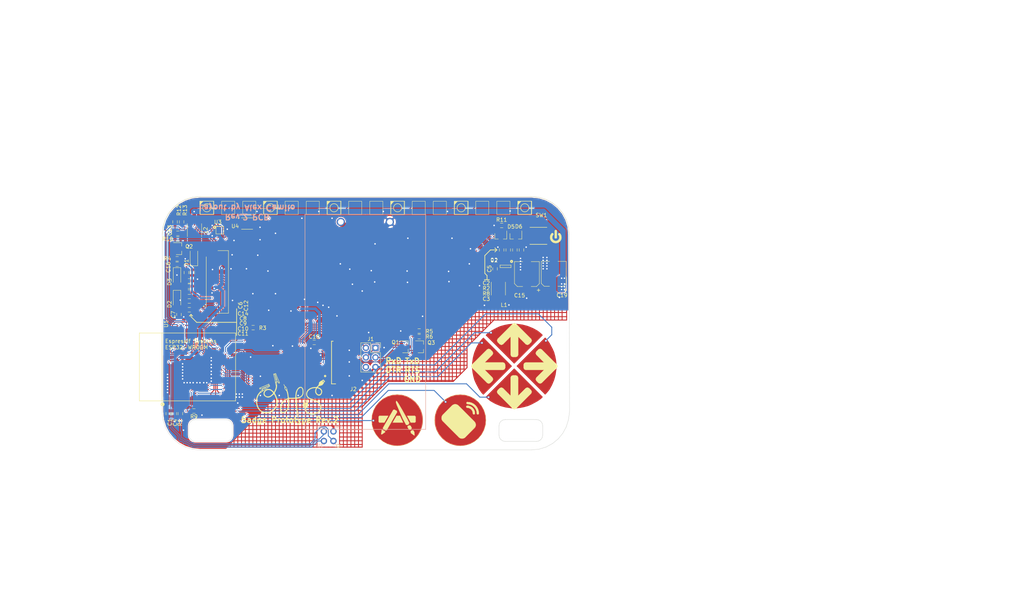
<source format=kicad_pcb>
(kicad_pcb (version 20171130) (host pcbnew "(5.0.0-rc2-199-gf785d2749)")
  (layers (0 F.Cu signal hide) (31 B.Cu signal hide) (34 B.Paste user) (35 F.Paste user) (36 B.SilkS user) (37 F.SilkS user) (38 B.Mask user) (39 F.Mask user) (44 Edge.Cuts user))
  (net 0 "")
  (net 1 BAT)
  (net 2 GND)
  (net 3 +3V3)
  (net 4 "Net-(C3-Pad2)")
  (net 5 VGH)
  (net 6 VGL)
  (net 7 "Net-(C8-Pad1)")
  (net 8 "Net-(C9-Pad1)")
  (net 9 "Net-(C10-Pad1)")
  (net 10 "Net-(C11-Pad1)")
  (net 11 "Net-(C12-Pad1)")
  (net 12 "Net-(C13-Pad2)")
  (net 13 "Net-(C13-Pad1)")
  (net 14 DCDCEN)
  (net 15 TxD)
  (net 16 RxD)
  (net 17 IO0)
  (net 18 EN)
  (net 19 "Net-(J1-Pad6)")
  (net 20 "Net-(L1-Pad1)")
  (net 21 GDR)
  (net 22 RESE)
  (net 23 BATSENSE)
  (net 24 SDA)
  (net 25 SCL)
  (net 26 T9)
  (net 27 T8)
  (net 28 T7)
  (net 29 T6)
  (net 30 T5)
  (net 31 EINK_MOSI)
  (net 32 "Net-(U1-Pad32)")
  (net 33 EINK_SCLK)
  (net 34 EINK_CS)
  (net 35 EINK_DC)
  (net 36 EINK_RESET)
  (net 37 EINK_BUSY)
  (net 38 INT)
  (net 39 "Net-(U1-Pad5)")
  (net 40 "Net-(U1-Pad4)")
  (net 41 "Net-(U3-Pad6)")
  (net 42 "Net-(U3-Pad11)")
  (net 43 "Net-(U4-Pad3)")
  (net 44 "Net-(U4-Pad4)")
  (net 45 "Net-(X1-Pad1)")
  (net 46 "Net-(X1-Pad6)")
  (net 47 "Net-(X1-Pad7)")
  (net 48 "Net-(X1-Pad19)")
  (net 49 LED_BAR_DOUT)
  (net 50 "Net-(J2-Pad11)")
  (net 51 "Net-(J2-Pad13)")
  (net 52 "Net-(D5-Pad2)")
  (net 53 T4)
  (net 54 "Net-(J2-Pad9)")
  (net 55 "Net-(C16-Pad1)")
  (net 56 "Net-(U1-Pad28)")
  (net 57 MMC_CS)
  (net 58 MISO)
  (net 59 "Net-(J2-Pad8)")
  (net 60 "Net-(U1-Pad22)")
  (net 61 "Net-(U1-Pad21)")
  (net 62 "Net-(U1-Pad20)")
  (net 63 "Net-(U1-Pad19)")
  (net 64 "Net-(U1-Pad18)")
  (net 65 "Net-(U1-Pad17)")
  (net 66 "Net-(U5-Pad3)")
  (net 67 "Net-(U5-Pad1)")
  (net 68 "Net-(U6-Pad3)")
  (net 69 "Net-(Q1-Pad1)")
  (net 70 RTS)
  (net 71 "Net-(Q3-Pad1)")
  (net 72 DTR)
  (net 73 "Net-(J2-Pad1)")
  (net 74 "Net-(U7-Pad3)")
  (net 75 "Net-(U8-Pad3)")
  (net 76 "Net-(U10-Pad1)")
  (module shitty:Badgelife-Shitty-2x2 (layer F.Cu) (at 98.1 138.8 180)
    (fp_text reference X2)
    (fp_text value Badgelife_shitty_connector)
    (fp_text user SDA (at 2.54 -2.54 180) (layer B.SilkS) (effects (font (size 0.7 0.7) (thickness 0.1)) (justify mirror)))
    (fp_text user SCL (at 2.54 2.54 180) (layer B.SilkS) (effects (font (size 0.7 0.7) (thickness 0.1)) (justify mirror)))
    (fp_text user GND (at -2.54 2.54 180) (layer B.SilkS) (effects (font (size 0.7 0.7) (thickness 0.1)) (justify mirror)))
    (fp_text user VCC (at -2.54 -2.54 180) (layer B.SilkS) (effects (font (size 0.7 0.7) (thickness 0.1)) (justify mirror)))
    (pad 4 thru_hole circle (at 1.27 -1.27 180) (size 1.7 1.7) (drill 1) (layers *.Cu *.Mask) (net 24 SDA))
    (pad 3 thru_hole oval (at 1.27 1.27 180) (size 1.7 1.7) (drill 1) (layers *.Cu *.Mask) (net 25 SCL))
    (pad 1 thru_hole oval (at -1.27 -1.27 180) (size 1.7 1.7) (drill 1) (layers *.Cu *.Mask) (net 3 +3V3))
    (pad 2 thru_hole oval (at -1.27 1.27 180) (size 1.7 1.7) (drill 1) (layers *.Cu *.Mask) (net 2 GND))
  )
  (module 12BH321P-GR:12BH321P-GR (layer B.Cu) (at 107.82 81.985 90)
    (fp_text reference BT1 (at -40 17 90) (layer B.SilkS) (effects (justify mirror)))
    (fp_text value Battery_Cell hide)
    (pad 1 thru_hole circle (at 0 -6.5 90) (size 2.2 2.2) (drill 1.5) (layers *.Cu *.Mask) (net 1 BAT))
    (pad 2 thru_hole circle (at 0 6.5 90) (size 2.2 2.2) (drill 1.5) (layers *.Cu *.Mask) (net 2 GND))
  )
  (module TL3305:SPST-4mm (layer F.Cu) (at 153.72 85.66 270)
    (fp_text reference SW1 (at -5.46 -0.78) (layer F.SilkS))
    (fp_text value SW_Push)
    (pad 3 smd rect (at -3.5 1.4 270) (size 1.4 1.4) (layers F.Cu F.Paste F.Mask))
    (pad 4 smd rect (at 3.5 -1.4 270) (size 1.4 1.4) (layers F.Cu F.Paste F.Mask))
    (pad 1 smd rect (at -3.5 -1.4 270) (size 1.4 1.4) (layers F.Cu F.Paste F.Mask) (net 52 "Net-(D5-Pad2)"))
    (pad 2 smd rect (at 3.5 1.4 270) (size 1.4 1.4) (layers F.Cu F.Paste F.Mask) (net 1 BAT))
  )
  (module Socket_Strips:Socket_Strip_Straight_2x03_Pitch2.54mm (layer F.Cu) (at 110.51 115.37)
    (fp_text reference J1 (at -1.27 -2.33) (layer F.SilkS))
    (fp_text value Conn_02x03_Top_Bottom)
    (pad 1 thru_hole rect (at 0 0) (size 1.7 1.7) (drill 1) (layers *.Cu *.Mask) (net 15 TxD))
    (pad 2 thru_hole oval (at -2.54 0) (size 1.7 1.7) (drill 1) (layers *.Cu *.Mask) (net 16 RxD))
    (pad 3 thru_hole oval (at 0 2.54) (size 1.7 1.7) (drill 1) (layers *.Cu *.Mask) (net 70 RTS))
    (pad 4 thru_hole oval (at -2.54 2.54) (size 1.7 1.7) (drill 1) (layers *.Cu *.Mask) (net 72 DTR))
    (pad 5 thru_hole oval (at 0 5.08) (size 1.7 1.7) (drill 1) (layers *.Cu *.Mask) (net 2 GND))
    (pad 6 thru_hole oval (at -2.54 5.08) (size 1.7 1.7) (drill 1) (layers *.Cu *.Mask) (net 19 "Net-(J1-Pad6)"))
  )
  (module Capacitors_SMD:CP_Elec_6.3x5.7 (layer F.Cu) (at 150.672 95.8 90)
    (fp_text reference C15 (at -5.664 -1.952 180) (layer F.SilkS))
    (fp_text value 220uF)
    (fp_text user + (at -4.28 3.01 90) (layer F.SilkS))
    (pad 1 smd rect (at -2.7 0 270) (size 3.5 1.6) (layers F.Cu F.Paste F.Mask) (net 3 +3V3))
    (pad 2 smd rect (at 2.7 0 270) (size 3.5 1.6) (layers F.Cu F.Paste F.Mask) (net 2 GND))
  )
  (module Diodes_SMD:D_SOD-123 (layer F.Cu) (at 62.37 91.36 90)
    (fp_text reference D1 (at -1.44 -1.97 90) (layer F.SilkS))
    (fp_text value D_Schottky)
    (pad 1 smd rect (at -1.65 0 90) (size 0.9 1.2) (layers F.Cu F.Paste F.Mask) (net 5 VGH))
    (pad 2 smd rect (at 1.65 0 90) (size 0.9 1.2) (layers F.Cu F.Paste F.Mask) (net 12 "Net-(C13-Pad2)"))
  )
  (module Diodes_SMD:D_SOD-123 (layer F.Cu) (at 57.8932 102.3732 270)
    (fp_text reference D2 (at 1.4268 1.9932 270) (layer F.SilkS))
    (fp_text value D_Schottky)
    (pad 1 smd rect (at -1.65 0 270) (size 0.9 1.2) (layers F.Cu F.Paste F.Mask) (net 13 "Net-(C13-Pad1)"))
    (pad 2 smd rect (at 1.65 0 270) (size 0.9 1.2) (layers F.Cu F.Paste F.Mask) (net 6 VGL))
  )
  (module Diodes_SMD:D_SOD-123 (layer F.Cu) (at 57.8932 96.3524 270)
    (fp_text reference D3 (at 1.5476 1.9932 270) (layer F.SilkS))
    (fp_text value D_Schottky)
    (pad 1 smd rect (at -1.65 0 270) (size 0.9 1.2) (layers F.Cu F.Paste F.Mask) (net 2 GND))
    (pad 2 smd rect (at 1.65 0 270) (size 0.9 1.2) (layers F.Cu F.Paste F.Mask) (net 13 "Net-(C13-Pad1)"))
  )
  (module Inductors_SMD:L_1812 (layer F.Cu) (at 143.1 99.66 270)
    (fp_text reference L1 (at 4.34 -1.5) (layer F.SilkS))
    (fp_text value L)
    (pad 1 smd rect (at -2.44 0 270) (size 1.6 3.5) (layers F.Cu F.Paste F.Mask) (net 20 "Net-(L1-Pad1)"))
    (pad 2 smd rect (at 2.44 0 270) (size 1.6 3.5) (layers F.Cu F.Paste F.Mask) (net 1 BAT))
  )
  (module Inductors_SMD:L_1812 (layer F.Cu) (at 62.52 84.16 90)
    (fp_text reference L2 (at 0 2.95 90) (layer F.SilkS))
    (fp_text value 68uH)
    (pad 1 smd rect (at -2.44 0 90) (size 1.6 3.5) (layers F.Cu F.Paste F.Mask) (net 12 "Net-(C13-Pad2)"))
    (pad 2 smd rect (at 2.44 0 90) (size 1.6 3.5) (layers F.Cu F.Paste F.Mask) (net 3 +3V3))
  )
  (module TO_SOT_Packages_SMD:SOT-23 (layer F.Cu) (at 58.37 89.06)
    (fp_text reference Q2 (at 2.73 -0.56 180) (layer F.SilkS))
    (fp_text value Q_NMOS_GSD)
    (pad 1 smd rect (at -1 -0.95) (size 0.9 0.8) (layers F.Cu F.Paste F.Mask) (net 21 GDR))
    (pad 2 smd rect (at -1 0.95) (size 0.9 0.8) (layers F.Cu F.Paste F.Mask) (net 22 RESE))
    (pad 3 smd rect (at 1 0) (size 0.9 0.8) (layers F.Cu F.Paste F.Mask) (net 12 "Net-(C13-Pad2)"))
  )
  (module SOT95P280X130-5N:SOT95P280X130-5N (layer F.Cu) (at 145 93.75 270)
    (fp_text reference U2 (at -1.59 3.03) (layer F.SilkS) (effects (font (size 1.00033 1.00033))))
    (fp_text value XC9141 hide)
    (pad 1 smd rect (at -1.25 -0.95 270) (size 1.2 0.55) (layers F.Cu F.Paste F.Mask) (net 4 "Net-(C3-Pad2)"))
    (pad 2 smd rect (at -1.25 0 270) (size 1.2 0.55) (layers F.Cu F.Paste F.Mask) (net 2 GND))
    (pad 3 smd rect (at -1.25 0.95 270) (size 1.2 0.55) (layers F.Cu F.Paste F.Mask) (net 1 BAT))
    (pad 4 smd rect (at 1.25 0.95 270) (size 1.2 0.55) (layers F.Cu F.Paste F.Mask) (net 3 +3V3))
    (pad 5 smd rect (at 1.25 -0.95 270) (size 1.2 0.55) (layers F.Cu F.Paste F.Mask) (net 20 "Net-(L1-Pad1)"))
  )
  (module LGA16R50P4X4_200X200X100:LGA16R50P4X4_200X200X100 (layer F.Cu) (at 69.22 84.16)
    (fp_text reference U3 (at -0.5 -2.13987) (layer F.SilkS))
    (fp_text value KX122-1037 hide)
    (pad 1 smd rect (at -0.7625 -0.75) (size 0.28 0.255) (layers F.Cu F.Paste F.Mask) (net 2 GND))
    (pad 2 smd rect (at -0.7625 -0.25) (size 0.28 0.255) (layers F.Cu F.Paste F.Mask) (net 24 SDA))
    (pad 3 smd rect (at -0.7625 0.25) (size 0.28 0.255) (layers F.Cu F.Paste F.Mask) (net 3 +3V3))
    (pad 4 smd rect (at -0.7625 0.75) (size 0.28 0.255) (layers F.Cu F.Paste F.Mask) (net 2 GND))
    (pad 5 smd rect (at -0.25 0.75 90) (size 0.28 0.255) (layers F.Cu F.Paste F.Mask) (net 38 INT))
    (pad 6 smd rect (at 0.25 0.75 90) (size 0.28 0.255) (layers F.Cu F.Paste F.Mask) (net 41 "Net-(U3-Pad6)"))
    (pad 7 smd rect (at 0.7625 0.75 180) (size 0.28 0.255) (layers F.Cu F.Paste F.Mask) (net 3 +3V3))
    (pad 8 smd rect (at 0.7625 0.25) (size 0.28 0.255) (layers F.Cu F.Paste F.Mask) (net 2 GND))
    (pad 9 smd rect (at 0.7625 -0.25) (size 0.28 0.255) (layers F.Cu F.Paste F.Mask) (net 2 GND))
    (pad 10 smd rect (at 0.7625 -0.75) (size 0.28 0.255) (layers F.Cu F.Paste F.Mask) (net 3 +3V3))
    (pad 11 smd rect (at 0.25 -0.75 90) (size 0.28 0.255) (layers F.Cu F.Paste F.Mask) (net 42 "Net-(U3-Pad11)"))
    (pad 12 smd rect (at -0.25 -0.75 90) (size 0.28 0.255) (layers F.Cu F.Paste F.Mask) (net 25 SCL))
  )
  (module SI7006-A20-IM:SON100P300X300X80-7N (layer F.Cu) (at 76.47 82.41)
    (fp_text reference U4 (at -3.17 0.69) (layer F.SilkS))
    (fp_text value Si7006-A20 hide)
    (pad 1 smd rect (at -1.45 -1) (size 0.81 0.42) (layers F.Cu F.Paste F.Mask) (net 24 SDA))
    (pad 2 smd rect (at -1.45 0) (size 0.81 0.42) (layers F.Cu F.Paste F.Mask) (net 2 GND))
    (pad 3 smd rect (at -1.45 1) (size 0.81 0.42) (layers F.Cu F.Paste F.Mask) (net 43 "Net-(U4-Pad3)"))
    (pad 4 smd rect (at 1.45 1) (size 0.81 0.42) (layers F.Cu F.Paste F.Mask) (net 44 "Net-(U4-Pad4)"))
    (pad 5 smd rect (at 1.45 0) (size 0.81 0.42) (layers F.Cu F.Paste F.Mask) (net 3 +3V3))
    (pad 6 smd rect (at 1.45 -1) (size 0.81 0.42) (layers F.Cu F.Paste F.Mask) (net 25 SCL))
    (pad 7 smd rect (at 0 0) (size 1.5 2.4) (layers F.Cu F.Paste F.Mask))
  )
  (module 52435-2471:MOLEX_52435-2471 (layer F.Cu) (at 65.03 97.88 90)
    (fp_text reference X1 hide)
    (fp_text value 52435-2471 hide)
    (fp_poly (pts (xy -9.4 0.4) (xy -9.4 2.6) (xy -8.3 2.6) (xy -8.3 3.45) (xy -7 3.45) (xy -7 0.4)) (layer F.Cu) (width 0))
    (fp_poly (pts (xy 9.4 0.4) (xy 9.4 2.6) (xy 8.3 2.6) (xy 8.3 3.45) (xy 7 3.45) (xy 7 0.4)) (layer F.Cu) (width 0))
    (fp_poly (pts (xy -9.4 0.4) (xy -9.4 2.6) (xy -8.3 2.6) (xy -8.3 3.45) (xy -7 3.45) (xy -7 0.4)) (layer F.Cu) (width 0))
    (fp_poly (pts (xy 9.4 0.4) (xy 9.4 2.6) (xy 8.3 2.6) (xy 8.3 3.45) (xy 7 3.45) (xy 7 0.4)) (layer F.Cu) (width 0))
    (pad 24 smd rect (at -5.75 0 90) (size 0.3 0.8) (layers F.Cu F.Paste F.Mask) (net 10 "Net-(C11-Pad1)"))
    (pad 23 smd rect (at -5.25 0 90) (size 0.3 0.8) (layers F.Cu F.Paste F.Mask) (net 6 VGL))
    (pad 22 smd rect (at -4.75 0 90) (size 0.3 0.8) (layers F.Cu F.Paste F.Mask) (net 9 "Net-(C10-Pad1)"))
    (pad 21 smd rect (at -4.25 0 90) (size 0.3 0.8) (layers F.Cu F.Paste F.Mask) (net 5 VGH))
    (pad 20 smd rect (at -3.75 0 90) (size 0.3 0.8) (layers F.Cu F.Paste F.Mask) (net 8 "Net-(C9-Pad1)"))
    (pad 19 smd rect (at -3.25 0 90) (size 0.3 0.8) (layers F.Cu F.Paste F.Mask) (net 48 "Net-(X1-Pad19)"))
    (pad 18 smd rect (at -2.75 0 90) (size 0.3 0.8) (layers F.Cu F.Paste F.Mask) (net 7 "Net-(C8-Pad1)"))
    (pad 17 smd rect (at -2.25 0 90) (size 0.3 0.8) (layers F.Cu F.Paste F.Mask) (net 2 GND))
    (pad 16 smd rect (at -1.75 0 90) (size 0.3 0.8) (layers F.Cu F.Paste F.Mask) (net 3 +3V3))
    (pad 15 smd rect (at -1.25 0 90) (size 0.3 0.8) (layers F.Cu F.Paste F.Mask) (net 3 +3V3))
    (pad 14 smd rect (at -0.75 0 90) (size 0.3 0.8) (layers F.Cu F.Paste F.Mask) (net 31 EINK_MOSI))
    (pad 13 smd rect (at -0.25 0 90) (size 0.3 0.8) (layers F.Cu F.Paste F.Mask) (net 33 EINK_SCLK))
    (pad 12 smd rect (at 0.25 0 90) (size 0.3 0.8) (layers F.Cu F.Paste F.Mask) (net 34 EINK_CS))
    (pad 11 smd rect (at 0.75 0 90) (size 0.3 0.8) (layers F.Cu F.Paste F.Mask) (net 35 EINK_DC))
    (pad 10 smd rect (at 1.25 0 90) (size 0.3 0.8) (layers F.Cu F.Paste F.Mask) (net 36 EINK_RESET))
    (pad 9 smd rect (at 1.75 0 90) (size 0.3 0.8) (layers F.Cu F.Paste F.Mask) (net 37 EINK_BUSY))
    (pad 8 smd rect (at 2.25 0 90) (size 0.3 0.8) (layers F.Cu F.Paste F.Mask) (net 2 GND))
    (pad 7 smd rect (at 2.75 0 90) (size 0.3 0.8) (layers F.Cu F.Paste F.Mask) (net 47 "Net-(X1-Pad7)"))
    (pad 6 smd rect (at 3.25 0 90) (size 0.3 0.8) (layers F.Cu F.Paste F.Mask) (net 46 "Net-(X1-Pad6)"))
    (pad 5 smd rect (at 3.75 0 90) (size 0.3 0.8) (layers F.Cu F.Paste F.Mask) (net 11 "Net-(C12-Pad1)"))
    (pad 4 smd rect (at 4.25 0 90) (size 0.3 0.8) (layers F.Cu F.Paste F.Mask) (net 55 "Net-(C16-Pad1)"))
    (pad 3 smd rect (at 4.75 0 90) (size 0.3 0.8) (layers F.Cu F.Paste F.Mask) (net 22 RESE))
    (pad 2 smd rect (at 5.25 0 90) (size 0.3 0.8) (layers F.Cu F.Paste F.Mask) (net 21 GDR))
    (pad 1 smd rect (at 5.75 0 90) (size 0.3 0.8) (layers F.Cu F.Paste F.Mask) (net 45 "Net-(X1-Pad1)"))
  )
  (module Diodes_SMD:D_SOT-23_ANK (layer F.Cu) (at 147.75 85.75 270)
    (fp_text reference D6 (at -2.55 -0.75) (layer F.SilkS))
    (fp_text value D)
    (pad 2 smd rect (at -1 -0.95 270) (size 0.9 0.8) (layers F.Cu F.Paste F.Mask) (net 14 DCDCEN))
    (pad "" smd rect (at -1 0.95 270) (size 0.9 0.8) (layers F.Cu F.Paste F.Mask))
    (pad 1 smd rect (at 1 0 270) (size 0.9 0.8) (layers F.Cu F.Paste F.Mask) (net 4 "Net-(C3-Pad2)"))
  )
  (module Diodes_SMD:D_SOT-23_ANK (layer F.Cu) (at 143.75 85.75 270)
    (fp_text reference D5 (at -2.52 -2.71) (layer F.SilkS))
    (fp_text value D)
    (pad 2 smd rect (at -1 -0.95 270) (size 0.9 0.8) (layers F.Cu F.Paste F.Mask) (net 52 "Net-(D5-Pad2)"))
    (pad "" smd rect (at -1 0.95 270) (size 0.9 0.8) (layers F.Cu F.Paste F.Mask))
    (pad 1 smd rect (at 1 0 270) (size 0.9 0.8) (layers F.Cu F.Paste F.Mask) (net 4 "Net-(C3-Pad2)"))
  )
  (module Capacitors_SMD:CP_Elec_6.3x5.7 (layer F.Cu) (at 157.784 95.746 90)
    (fp_text reference C19 (at -5.664 2.186 180) (layer F.SilkS))
    (fp_text value 220uF)
    (fp_text user + (at -4.28 3.01 90) (layer F.SilkS))
    (pad 1 smd rect (at -2.7 0 270) (size 3.5 1.6) (layers F.Cu F.Paste F.Mask) (net 3 +3V3))
    (pad 2 smd rect (at 2.7 0 270) (size 3.5 1.6) (layers F.Cu F.Paste F.Mask) (net 2 GND))
  )
  (module 105162-0001:105162-0001 (layer F.Cu) (at 105.31 119.26 270)
    (fp_text reference J2 (at 7.06 0.66) (layer F.SilkS))
    (fp_text value 105162-0001 hide)
    (pad 1 smd rect (at 3.55 7.34 270) (size 0.5 1) (layers F.Cu F.Paste F.Mask) (net 73 "Net-(J2-Pad1)"))
    (pad 2 smd rect (at 2.45 7.34 270) (size 0.5 1) (layers F.Cu F.Paste F.Mask) (net 57 MMC_CS))
    (pad 3 smd rect (at 1.35 7.34 270) (size 0.5 1) (layers F.Cu F.Paste F.Mask) (net 31 EINK_MOSI))
    (pad 4 smd rect (at 0.25 7.34 270) (size 0.5 1) (layers F.Cu F.Paste F.Mask) (net 3 +3V3))
    (pad 5 smd rect (at -0.85 7.34 270) (size 0.5 1) (layers F.Cu F.Paste F.Mask) (net 33 EINK_SCLK))
    (pad 6 smd rect (at -1.95 7.34 270) (size 0.5 1) (layers F.Cu F.Paste F.Mask) (net 2 GND))
    (pad 7 smd rect (at -3.05 7.34 270) (size 0.5 1) (layers F.Cu F.Paste F.Mask) (net 58 MISO))
    (pad 8 smd rect (at -4.15 7.34 270) (size 0.5 1) (layers F.Cu F.Paste F.Mask) (net 59 "Net-(J2-Pad8)"))
    (pad 9 smd rect (at 5.31 4.66 270) (size 0.72 0.78) (layers F.Cu F.Paste F.Mask) (net 54 "Net-(J2-Pad9)"))
    (pad 10 smd rect (at 5.325 3.39 270) (size 1.05 1.08) (layers F.Cu F.Paste F.Mask) (net 2 GND))
    (pad 11 smd rect (at 5.325 0.78 270) (size 1.05 1.2) (layers F.Cu F.Paste F.Mask) (net 50 "Net-(J2-Pad11)"))
    (pad 12 smd rect (at -5.325 1.35 270) (size 1.05 1.2) (layers F.Cu F.Paste F.Mask) (net 2 GND))
    (pad 13 smd rect (at -5.325 4.535 270) (size 1.05 2.39) (layers F.Cu F.Paste F.Mask) (net 51 "Net-(J2-Pad13)"))
    (pad 14 smd rect (at 1.986 0.105) (size 0.55 2.91) (layers F.Cu F.Paste F.Mask))
    (pad 15 smd rect (at -2.204 0.105) (size 0.55 2.91) (layers F.Cu F.Paste F.Mask))
  )
  (module ESP32-footprints-Lib:ESP32-WROOM (layer F.Cu) (at 60.67 120.435 270)
    (fp_text reference U1 (at -11.435 5.67 270) (layer F.SilkS))
    (fp_text value ESP32-WROOM)
    (fp_text user "Espressif Systems" (at -6.858 -0.889) (layer F.SilkS))
    (fp_text user ESP32-WROOM (at -5.207 0.254) (layer F.SilkS))
    (pad 38 smd oval (at -9 5.25 270) (size 2.5 0.9) (layers F.Cu F.Paste F.Mask) (net 2 GND))
    (pad 37 smd oval (at -9 3.98 270) (size 2.5 0.9) (layers F.Cu F.Paste F.Mask) (net 31 EINK_MOSI))
    (pad 36 smd oval (at -9 2.71 270) (size 2.5 0.9) (layers F.Cu F.Paste F.Mask) (net 25 SCL))
    (pad 35 smd oval (at -9 1.44 270) (size 2.5 0.9) (layers F.Cu F.Paste F.Mask) (net 15 TxD))
    (pad 34 smd oval (at -9 0.17 270) (size 2.5 0.9) (layers F.Cu F.Paste F.Mask) (net 16 RxD))
    (pad 33 smd oval (at -9 -1.1 270) (size 2.5 0.9) (layers F.Cu F.Paste F.Mask) (net 24 SDA))
    (pad 32 smd oval (at -9 -2.37 270) (size 2.5 0.9) (layers F.Cu F.Paste F.Mask) (net 32 "Net-(U1-Pad32)"))
    (pad 31 smd oval (at -9 -3.64 270) (size 2.5 0.9) (layers F.Cu F.Paste F.Mask) (net 58 MISO))
    (pad 30 smd oval (at -9 -4.91 270) (size 2.5 0.9) (layers F.Cu F.Paste F.Mask) (net 33 EINK_SCLK))
    (pad 29 smd oval (at -9 -6.18 270) (size 2.5 0.9) (layers F.Cu F.Paste F.Mask) (net 34 EINK_CS))
    (pad 28 smd oval (at -9 -7.45 270) (size 2.5 0.9) (layers F.Cu F.Paste F.Mask) (net 56 "Net-(U1-Pad28)"))
    (pad 27 smd oval (at -9 -8.72 270) (size 2.5 0.9) (layers F.Cu F.Paste F.Mask) (net 36 EINK_RESET))
    (pad 26 smd oval (at -9 -9.99 270) (size 2.5 0.9) (layers F.Cu F.Paste F.Mask) (net 37 EINK_BUSY))
    (pad 25 smd oval (at -9 -11.26 270) (size 2.5 0.9) (layers F.Cu F.Paste F.Mask) (net 17 IO0))
    (pad 24 smd oval (at -5.715 -12.75 270) (size 0.9 2.5) (layers F.Cu F.Paste F.Mask) (net 14 DCDCEN))
    (pad 23 smd oval (at -4.445 -12.75 270) (size 0.9 2.5) (layers F.Cu F.Paste F.Mask) (net 57 MMC_CS))
    (pad 22 smd oval (at -3.175 -12.75 270) (size 0.9 2.5) (layers F.Cu F.Paste F.Mask) (net 60 "Net-(U1-Pad22)"))
    (pad 21 smd oval (at -1.905 -12.75 270) (size 0.9 2.5) (layers F.Cu F.Paste F.Mask) (net 61 "Net-(U1-Pad21)"))
    (pad 20 smd oval (at -0.635 -12.75 270) (size 0.9 2.5) (layers F.Cu F.Paste F.Mask) (net 62 "Net-(U1-Pad20)"))
    (pad 19 smd oval (at 0.635 -12.75 270) (size 0.9 2.5) (layers F.Cu F.Paste F.Mask) (net 63 "Net-(U1-Pad19)"))
    (pad 18 smd oval (at 1.905 -12.75 270) (size 0.9 2.5) (layers F.Cu F.Paste F.Mask) (net 64 "Net-(U1-Pad18)"))
    (pad 17 smd oval (at 3.175 -12.75 270) (size 0.9 2.5) (layers F.Cu F.Paste F.Mask) (net 65 "Net-(U1-Pad17)"))
    (pad 16 smd oval (at 4.445 -12.75 270) (size 0.9 2.5) (layers F.Cu F.Paste F.Mask) (net 53 T4))
    (pad 15 smd oval (at 5.715 -12.75 270) (size 0.9 2.5) (layers F.Cu F.Paste F.Mask) (net 2 GND))
    (pad 14 smd oval (at 9 -11.26 270) (size 2.5 0.9) (layers F.Cu F.Paste F.Mask) (net 30 T5))
    (pad 13 smd oval (at 9 -9.99 270) (size 2.5 0.9) (layers F.Cu F.Paste F.Mask) (net 29 T6))
    (pad 12 smd oval (at 9 -8.72 270) (size 2.5 0.9) (layers F.Cu F.Paste F.Mask) (net 28 T7))
    (pad 11 smd oval (at 9 -7.45 270) (size 2.5 0.9) (layers F.Cu F.Paste F.Mask) (net 49 LED_BAR_DOUT))
    (pad 10 smd oval (at 9 -6.18 270) (size 2.5 0.9) (layers F.Cu F.Paste F.Mask) (net 35 EINK_DC))
    (pad 9 smd oval (at 9 -4.91 270) (size 2.5 0.9) (layers F.Cu F.Paste F.Mask) (net 27 T8))
    (pad 8 smd oval (at 9 -3.64 270) (size 2.5 0.9) (layers F.Cu F.Paste F.Mask) (net 26 T9))
    (pad 7 smd oval (at 9 -2.37 270) (size 2.5 0.9) (layers F.Cu F.Paste F.Mask) (net 23 BATSENSE))
    (pad 6 smd oval (at 9 -1.1 270) (size 2.5 0.9) (layers F.Cu F.Paste F.Mask) (net 38 INT))
    (pad 5 smd oval (at 9 0.17 270) (size 2.5 0.9) (layers F.Cu F.Paste F.Mask) (net 39 "Net-(U1-Pad5)"))
    (pad 4 smd oval (at 9 1.44 270) (size 2.5 0.9) (layers F.Cu F.Paste F.Mask) (net 40 "Net-(U1-Pad4)"))
    (pad 3 smd oval (at 9 2.71 270) (size 2.5 0.9) (layers F.Cu F.Paste F.Mask) (net 18 EN))
    (pad 2 smd oval (at 9 3.98 270) (size 2.5 0.9) (layers F.Cu F.Paste F.Mask) (net 3 +3V3))
    (pad 1 smd oval (at 9 5.25 270) (size 2.5 0.9) (layers F.Cu F.Paste F.Mask) (net 2 GND))
    (pad 39 smd rect (at 0.3 -2.45 270) (size 6 6) (layers F.Cu F.Paste F.Mask) (net 2 GND))
  )
  (module TO_SOT_Packages_SMD:SOT-23 (layer F.Cu) (at 118.4 115.1)
    (fp_text reference Q1 (at -2.6 -1.2) (layer F.SilkS))
    (fp_text value Q_NPN_BEC)
    (pad 1 smd rect (at -1 -0.95) (size 0.9 0.8) (layers F.Cu F.Paste F.Mask) (net 69 "Net-(Q1-Pad1)"))
    (pad 2 smd rect (at -1 0.95) (size 0.9 0.8) (layers F.Cu F.Paste F.Mask) (net 70 RTS))
    (pad 3 smd rect (at 1 0) (size 0.9 0.8) (layers F.Cu F.Paste F.Mask) (net 18 EN))
  )
  (module TO_SOT_Packages_SMD:SOT-23 (layer F.Cu) (at 122.5 115.1)
    (fp_text reference Q3 (at 2.8 -1.1) (layer F.SilkS))
    (fp_text value Q_NPN_BEC)
    (pad 1 smd rect (at -1 -0.95) (size 0.9 0.8) (layers F.Cu F.Paste F.Mask) (net 71 "Net-(Q3-Pad1)"))
    (pad 2 smd rect (at -1 0.95) (size 0.9 0.8) (layers F.Cu F.Paste F.Mask) (net 72 DTR))
    (pad 3 smd rect (at 1 0) (size 0.9 0.8) (layers F.Cu F.Paste F.Mask) (net 17 IO0))
  )
  (module Capacitors_SMD:C_0603 (layer F.Cu) (at 122.1 110.9 180)
    (fp_text reference R5 (at -2.7 -0.1 180) (layer F.SilkS))
    (fp_text value 2.2R)
    (pad 2 smd rect (at 0.75 0 180) (size 0.8 0.75) (layers F.Cu F.Paste F.Mask) (net 69 "Net-(Q1-Pad1)"))
    (pad 1 smd rect (at -0.75 0 180) (size 0.8 0.75) (layers F.Cu F.Paste F.Mask) (net 72 DTR))
  )
  (module Capacitors_SMD:C_0603 (layer F.Cu) (at 122.1 112.4)
    (fp_text reference R6 (at 2.7 0) (layer F.SilkS))
    (fp_text value 2.2R)
    (pad 2 smd rect (at 0.75 0) (size 0.8 0.75) (layers F.Cu F.Paste F.Mask) (net 71 "Net-(Q3-Pad1)"))
    (pad 1 smd rect (at -0.75 0) (size 0.8 0.75) (layers F.Cu F.Paste F.Mask) (net 70 RTS))
  )
  (module Capacitors_SMD:C_0603 (layer F.Cu) (at 57.92 93.21 180)
    (fp_text reference C16 (at 2.32 -0.79 270) (layer F.SilkS))
    (fp_text value 1uF)
    (pad 2 smd rect (at 0.75 0 180) (size 0.8 0.75) (layers F.Cu F.Paste F.Mask) (net 2 GND))
    (pad 1 smd rect (at -0.75 0 180) (size 0.8 0.75) (layers F.Cu F.Paste F.Mask) (net 55 "Net-(C16-Pad1)"))
  )
  (module Capacitors_SMD:C_0603 (layer F.Cu) (at 58.1 86.5)
    (fp_text reference R10 (at -2.7 0 180) (layer F.SilkS))
    (fp_text value 10K)
    (pad 2 smd rect (at 0.75 0) (size 0.8 0.75) (layers F.Cu F.Paste F.Mask) (net 2 GND))
    (pad 1 smd rect (at -0.75 0) (size 0.8 0.75) (layers F.Cu F.Paste F.Mask) (net 21 GDR))
  )
  (module Capacitors_SMD:C_0603 (layer F.Cu) (at 58.77 132.81 270)
    (fp_text reference R1 (at 2.39 0.07 270) (layer F.SilkS))
    (fp_text value 10KR)
    (pad 2 smd rect (at 0.75 0 270) (size 0.8 0.75) (layers F.Cu F.Paste F.Mask) (net 3 +3V3))
    (pad 1 smd rect (at -0.75 0 270) (size 0.8 0.75) (layers F.Cu F.Paste F.Mask) (net 18 EN))
  )
  (module Capacitors_SMD:C_0603 (layer F.Cu) (at 78.07 110.01 180)
    (fp_text reference R3 (at -2.53 -0.09 180) (layer F.SilkS))
    (fp_text value 10K)
    (pad 2 smd rect (at 0.75 0 180) (size 0.8 0.75) (layers F.Cu F.Paste F.Mask) (net 17 IO0))
    (pad 1 smd rect (at -0.75 0 180) (size 0.8 0.75) (layers F.Cu F.Paste F.Mask) (net 3 +3V3))
  )
  (module Capacitors_SMD:C_0603 (layer F.Cu) (at 57.92 91.76)
    (fp_text reference R4 (at -2.52 -0.06) (layer F.SilkS))
    (fp_text value 2.2R)
    (pad 2 smd rect (at 0.75 0) (size 0.8 0.75) (layers F.Cu F.Paste F.Mask) (net 2 GND))
    (pad 1 smd rect (at -0.75 0) (size 0.8 0.75) (layers F.Cu F.Paste F.Mask) (net 22 RESE))
  )
  (module Capacitors_SMD:C_0603 (layer F.Cu) (at 147.47 89.41 270)
    (fp_text reference R8 (at 11.59 7.57 180) (layer F.SilkS))
    (fp_text value 100k)
    (pad 2 smd rect (at 0.75 0 270) (size 0.8 0.75) (layers F.Cu F.Paste F.Mask) (net 4 "Net-(C3-Pad2)"))
    (pad 1 smd rect (at -0.75 0 270) (size 0.8 0.75) (layers F.Cu F.Paste F.Mask) (net 2 GND))
  )
  (module Capacitors_SMD:C_0603 (layer F.Cu) (at 62.37 132.11 180)
    (fp_text reference R9 (at 0 -1.5 180) (layer F.SilkS))
    (fp_text value 100k)
    (pad 2 smd rect (at 0.75 0 180) (size 0.8 0.75) (layers F.Cu F.Paste F.Mask) (net 1 BAT))
    (pad 1 smd rect (at -0.75 0 180) (size 0.8 0.75) (layers F.Cu F.Paste F.Mask) (net 23 BATSENSE))
  )
  (module Capacitors_SMD:C_0603 (layer F.Cu) (at 143.97 82.91)
    (fp_text reference R11 (at 0 -1.5) (layer F.SilkS))
    (fp_text value 100k)
    (pad 2 smd rect (at 0.75 0) (size 0.8 0.75) (layers F.Cu F.Paste F.Mask) (net 52 "Net-(D5-Pad2)"))
    (pad 1 smd rect (at -0.75 0) (size 0.8 0.75) (layers F.Cu F.Paste F.Mask) (net 2 GND))
  )
  (module Capacitors_SMD:C_0603 (layer F.Cu) (at 57.37 81.96 90)
    (fp_text reference R12 (at 3.06 1.03 90) (layer F.SilkS))
    (fp_text value 2.2k)
    (pad 2 smd rect (at 0.75 0 90) (size 0.8 0.75) (layers F.Cu F.Paste F.Mask) (net 3 +3V3))
    (pad 1 smd rect (at -0.75 0 90) (size 0.8 0.75) (layers F.Cu F.Paste F.Mask) (net 24 SDA))
  )
  (module Capacitors_SMD:C_0603 (layer F.Cu) (at 59.12 81.96 270)
    (fp_text reference R13 (at -3.06 -0.88 270) (layer F.SilkS))
    (fp_text value 2.2k)
    (pad 2 smd rect (at 0.75 0 270) (size 0.8 0.75) (layers F.Cu F.Paste F.Mask) (net 25 SCL))
    (pad 1 smd rect (at -0.75 0 270) (size 0.8 0.75) (layers F.Cu F.Paste F.Mask) (net 3 +3V3))
  )
  (module Capacitors_SMD:C_0603 (layer F.Cu) (at 55.57 132.81 270)
    (fp_text reference C1 (at 2.29 -0.43 270) (layer F.SilkS))
    (fp_text value 10uF)
    (pad 2 smd rect (at 0.75 0 270) (size 0.8 0.75) (layers F.Cu F.Paste F.Mask) (net 2 GND))
    (pad 1 smd rect (at -0.75 0 270) (size 0.8 0.75) (layers F.Cu F.Paste F.Mask) (net 3 +3V3))
  )
  (module Capacitors_SMD:C_0603 (layer F.Cu) (at 149.22 89.41 270)
    (fp_text reference C3 (at 12.99 9.32 180) (layer F.SilkS))
    (fp_text value 1uF)
    (pad 2 smd rect (at 0.75 0 270) (size 0.8 0.75) (layers F.Cu F.Paste F.Mask) (net 4 "Net-(C3-Pad2)"))
    (pad 1 smd rect (at -0.75 0 270) (size 0.8 0.75) (layers F.Cu F.Paste F.Mask) (net 2 GND))
  )
  (module Capacitors_SMD:C_0603 (layer F.Cu) (at 57.17 132.81 270)
    (fp_text reference C4 (at 2.39 -0.23 270) (layer F.SilkS))
    (fp_text value 1uF)
    (pad 2 smd rect (at 0.75 0 270) (size 0.8 0.75) (layers F.Cu F.Paste F.Mask) (net 2 GND))
    (pad 1 smd rect (at -0.75 0 270) (size 0.8 0.75) (layers F.Cu F.Paste F.Mask) (net 3 +3V3))
  )
  (module Capacitors_SMD:C_0603 (layer F.Cu) (at 142.22 94.41 90)
    (fp_text reference C5 (at 0 -1.5 90) (layer F.SilkS))
    (fp_text value 10uf)
    (pad 2 smd rect (at 0.75 0 90) (size 0.8 0.75) (layers F.Cu F.Paste F.Mask) (net 2 GND))
    (pad 1 smd rect (at -0.75 0 90) (size 0.8 0.75) (layers F.Cu F.Paste F.Mask) (net 3 +3V3))
  )
  (module Capacitors_SMD:C_0603 (layer F.Cu) (at 60.37 95.41 90)
    (fp_text reference C6 (at -8.69 14.33 90) (layer F.SilkS))
    (fp_text value 1uF)
    (pad 2 smd rect (at 0.75 0 90) (size 0.8 0.75) (layers F.Cu F.Paste F.Mask) (net 5 VGH))
    (pad 1 smd rect (at -0.75 0 90) (size 0.8 0.75) (layers F.Cu F.Paste F.Mask) (net 2 GND))
  )
  (module Capacitors_SMD:C_0603 (layer F.Cu) (at 58.4012 106.5388 90)
    (fp_text reference C7 (at 0 -1.5 90) (layer F.SilkS))
    (fp_text value 1uF)
    (pad 2 smd rect (at 0.75 0 90) (size 0.8 0.75) (layers F.Cu F.Paste F.Mask) (net 6 VGL))
    (pad 1 smd rect (at -0.75 0 90) (size 0.8 0.75) (layers F.Cu F.Paste F.Mask) (net 2 GND))
  )
  (module Capacitors_SMD:C_0603 (layer F.Cu) (at 61.1444 99.0204 180)
    (fp_text reference C8 (at -14.2556 -8.5796 180) (layer F.SilkS))
    (fp_text value 1uF)
    (pad 2 smd rect (at 0.75 0 180) (size 0.8 0.75) (layers F.Cu F.Paste F.Mask) (net 2 GND))
    (pad 1 smd rect (at -0.75 0 180) (size 0.8 0.75) (layers F.Cu F.Paste F.Mask) (net 7 "Net-(C8-Pad1)"))
  )
  (module Capacitors_SMD:C_0603 (layer F.Cu) (at 61.1444 100.5952 180)
    (fp_text reference C9 (at -14.2556 -8.3048 180) (layer F.SilkS))
    (fp_text value 1uF)
    (pad 2 smd rect (at 0.75 0 180) (size 0.8 0.75) (layers F.Cu F.Paste F.Mask) (net 2 GND))
    (pad 1 smd rect (at -0.75 0 180) (size 0.8 0.75) (layers F.Cu F.Paste F.Mask) (net 8 "Net-(C9-Pad1)"))
  )
  (module Capacitors_SMD:C_0603 (layer F.Cu) (at 61.1444 102.932 180)
    (fp_text reference C10 (at -14.2556 -7.368 180) (layer F.SilkS))
    (fp_text value 1uF)
    (pad 2 smd rect (at 0.75 0 180) (size 0.8 0.75) (layers F.Cu F.Paste F.Mask) (net 2 GND))
    (pad 1 smd rect (at -0.75 0 180) (size 0.8 0.75) (layers F.Cu F.Paste F.Mask) (net 9 "Net-(C10-Pad1)"))
  )
  (module Capacitors_SMD:C_0603 (layer F.Cu) (at 61.1444 105.2688 180)
    (fp_text reference C11 (at -14.2556 -6.3312 180) (layer F.SilkS))
    (fp_text value 1uF)
    (pad 2 smd rect (at 0.75 0 180) (size 0.8 0.75) (layers F.Cu F.Paste F.Mask) (net 2 GND))
    (pad 1 smd rect (at -0.75 0 180) (size 0.8 0.75) (layers F.Cu F.Paste F.Mask) (net 10 "Net-(C11-Pad1)"))
  )
  (module Capacitors_SMD:C_0603 (layer F.Cu) (at 61.92 95.41 270)
    (fp_text reference C12 (at 8.79 -14.28 270) (layer F.SilkS))
    (fp_text value 1uF)
    (pad 2 smd rect (at 0.75 0 270) (size 0.8 0.75) (layers F.Cu F.Paste F.Mask) (net 2 GND))
    (pad 1 smd rect (at -0.75 0 270) (size 0.8 0.75) (layers F.Cu F.Paste F.Mask) (net 11 "Net-(C12-Pad1)"))
  )
  (module Capacitors_SMD:C_0603 (layer F.Cu) (at 58.1 85)
    (fp_text reference C13 (at -2.1 -0.8 90) (layer F.SilkS))
    (fp_text value 1uF)
    (pad 2 smd rect (at 0.75 0) (size 0.8 0.75) (layers F.Cu F.Paste F.Mask) (net 12 "Net-(C13-Pad2)"))
    (pad 1 smd rect (at -0.75 0) (size 0.8 0.75) (layers F.Cu F.Paste F.Mask) (net 13 "Net-(C13-Pad1)"))
  )
  (module Capacitors_SMD:C_0603 (layer F.Cu) (at 143.97 89.41 90)
    (fp_text reference C2 (at -8.79 -4.07) (layer F.SilkS))
    (fp_text value 10uF)
    (pad 2 smd rect (at 0.75 0 90) (size 0.8 0.75) (layers F.Cu F.Paste F.Mask) (net 2 GND))
    (pad 1 smd rect (at -0.75 0 90) (size 0.8 0.75) (layers F.Cu F.Paste F.Mask) (net 1 BAT))
  )
  (module Capacitors_SMD:C_0603 (layer F.Cu) (at 145.72 89.41 90)
    (fp_text reference R2 (at -10.19 -5.82) (layer F.SilkS))
    (fp_text value DNP)
    (pad 2 smd rect (at 0.75 0 90) (size 0.8 0.75) (layers F.Cu F.Paste F.Mask) (net 1 BAT))
    (pad 1 smd rect (at -0.75 0 90) (size 0.8 0.75) (layers F.Cu F.Paste F.Mask) (net 4 "Net-(C3-Pad2)"))
  )
  (module Capacitors_SMD:C_0603 (layer F.Cu) (at 61.17 97.61 180)
    (fp_text reference C14 (at -14.23 -8.69 180) (layer F.SilkS))
    (fp_text value 2.2uF)
    (pad 2 smd rect (at 0.75 0 180) (size 0.8 0.75) (layers F.Cu F.Paste F.Mask) (net 2 GND))
    (pad 1 smd rect (at -0.75 0 180) (size 0.8 0.75) (layers F.Cu F.Paste F.Mask) (net 3 +3V3))
  )
  (module Capacitors_SMD:C_0603 (layer F.Cu) (at 94.27 113.91)
    (fp_text reference C18 (at 0 -1.5) (layer F.SilkS))
    (fp_text value 1uF)
    (pad 2 smd rect (at 0.75 0) (size 0.8 0.75) (layers F.Cu F.Paste F.Mask) (net 3 +3V3))
    (pad 1 smd rect (at -0.75 0) (size 0.8 0.75) (layers F.Cu F.Paste F.Mask) (net 2 GND))
  )
  (module SK6812MINI:SK6812MINI (layer F.Cu) (at 150.1 78.223809 270)
    (fp_text reference U5 hide)
    (fp_text value SK6812MINI hide)
    (pad 3 smd rect (at -0.89 1.84 270) (size 1 1) (layers F.Cu F.Paste F.Mask) (net 66 "Net-(U5-Pad3)"))
    (pad 4 smd rect (at 0.89 1.84 270) (size 1 1) (layers F.Cu F.Paste F.Mask) (net 3 +3V3))
    (pad 1 smd rect (at 0.89 -1.84 270) (size 1 1) (layers F.Cu F.Paste F.Mask) (net 67 "Net-(U5-Pad1)"))
    (pad 2 smd rect (at -0.89 -1.84 270) (size 1 1) (layers F.Cu F.Paste F.Mask) (net 2 GND))
  )
  (module SK6812MINI:SK6812MINI (layer F.Cu) (at 133.24 78.223809 270)
    (fp_text reference U6 hide)
    (fp_text value SK6812MINI hide)
    (pad 3 smd rect (at -0.89 1.84 270) (size 1 1) (layers F.Cu F.Paste F.Mask) (net 68 "Net-(U6-Pad3)"))
    (pad 4 smd rect (at 0.89 1.84 270) (size 1 1) (layers F.Cu F.Paste F.Mask) (net 3 +3V3))
    (pad 1 smd rect (at 0.89 -1.84 270) (size 1 1) (layers F.Cu F.Paste F.Mask) (net 66 "Net-(U5-Pad3)"))
    (pad 2 smd rect (at -0.89 -1.84 270) (size 1 1) (layers F.Cu F.Paste F.Mask) (net 2 GND))
  )
  (module SK6812MINI:SK6812MINI (layer F.Cu) (at 116.38 78.223809 270)
    (fp_text reference U7 hide)
    (fp_text value SK6812MINI hide)
    (pad 3 smd rect (at -0.89 1.84 270) (size 1 1) (layers F.Cu F.Paste F.Mask) (net 74 "Net-(U7-Pad3)"))
    (pad 4 smd rect (at 0.89 1.84 270) (size 1 1) (layers F.Cu F.Paste F.Mask) (net 3 +3V3))
    (pad 1 smd rect (at 0.89 -1.84 270) (size 1 1) (layers F.Cu F.Paste F.Mask) (net 68 "Net-(U6-Pad3)"))
    (pad 2 smd rect (at -0.89 -1.84 270) (size 1 1) (layers F.Cu F.Paste F.Mask) (net 2 GND))
  )
  (module SK6812MINI:SK6812MINI (layer F.Cu) (at 99.52 78.223809 270)
    (fp_text reference U8 hide)
    (fp_text value SK6812MINI hide)
    (pad 3 smd rect (at -0.89 1.84 270) (size 1 1) (layers F.Cu F.Paste F.Mask) (net 75 "Net-(U8-Pad3)"))
    (pad 4 smd rect (at 0.89 1.84 270) (size 1 1) (layers F.Cu F.Paste F.Mask) (net 3 +3V3))
    (pad 1 smd rect (at 0.89 -1.84 270) (size 1 1) (layers F.Cu F.Paste F.Mask) (net 74 "Net-(U7-Pad3)"))
    (pad 2 smd rect (at -0.89 -1.84 270) (size 1 1) (layers F.Cu F.Paste F.Mask) (net 2 GND))
  )
  (module SK6812MINI:SK6812MINI (layer F.Cu) (at 82.66 78.223809 270)
    (fp_text reference U9 hide)
    (fp_text value SK6812MINI hide)
    (pad 3 smd rect (at -0.89 1.84 270) (size 1 1) (layers F.Cu F.Paste F.Mask) (net 76 "Net-(U10-Pad1)"))
    (pad 4 smd rect (at 0.89 1.84 270) (size 1 1) (layers F.Cu F.Paste F.Mask) (net 3 +3V3))
    (pad 1 smd rect (at 0.89 -1.84 270) (size 1 1) (layers F.Cu F.Paste F.Mask) (net 75 "Net-(U8-Pad3)"))
    (pad 2 smd rect (at -0.89 -1.84 270) (size 1 1) (layers F.Cu F.Paste F.Mask) (net 2 GND))
  )
  (module SK6812MINI:SK6812MINI (layer F.Cu) (at 65.8 78.223809 270)
    (fp_text reference U10 hide)
    (fp_text value SK6812MINI hide)
    (pad 3 smd rect (at -0.89 1.84 270) (size 1 1) (layers F.Cu F.Paste F.Mask) (net 49 LED_BAR_DOUT))
    (pad 4 smd rect (at 0.89 1.84 270) (size 1 1) (layers F.Cu F.Paste F.Mask) (net 3 +3V3))
    (pad 1 smd rect (at 0.89 -1.84 270) (size 1 1) (layers F.Cu F.Paste F.Mask) (net 76 "Net-(U10-Pad1)"))
    (pad 2 smd rect (at -0.89 -1.84 270) (size 1 1) (layers F.Cu F.Paste F.Mask) (net 2 GND))
  )
  (module ohs:ohs (layer F.Cu) (at 88 128)
    (fp_text reference G*** hide)
    (fp_text value LOGO hide)
  )
  (gr_text "Badge Prototype Rev.2" (at 87.8 134.5) (layer F.SilkS) (effects (font (size 1.5 1.5) (thickness 0.3))))
  (gr_text "RxD\nDTR" (at 115.3 120) (layer F.SilkS) (effects (font (size 1.5 1.5) (thickness 0.3))))
  (gr_text "TxD\nRTS\nGND" (at 120.3 121.3) (layer F.SilkS) (effects (font (size 1.5 1.5) (thickness 0.3))))
  (gr_line (start 142.2 89.9) (end 142.2 89.9) (layer F.SilkS) (width 0.2))
  (gr_line (start 142.7 89.4) (end 142.2 89.9) (layer F.SilkS) (width 0.2))
  (gr_line (start 142.2 88.9) (end 142.2 88.9) (layer F.SilkS) (width 0.2))
  (gr_line (start 142.7 89.4) (end 142.2 88.9) (layer F.SilkS) (width 0.2))
  (gr_line (start 142.7 89.4) (end 141 89.4) (layer F.SilkS) (width 0.2))
  (gr_line (start 139.5 90.9) (end 141 89.4) (layer F.SilkS) (width 0.2))
  (gr_line (start 139.5 95.6) (end 139.5 90.9) (layer F.SilkS) (width 0.2))
  (gr_line (start 140.1 96.2) (end 139.5 95.6) (layer F.SilkS) (width 0.2))
  (gr_line (start 140.1 97.3) (end 140.1 96.2) (layer F.SilkS) (width 0.2))
  (gr_line (start 139.4 97.3) (end 140.7 97.3) (layer F.SilkS) (width 0.2))
  (gr_line (start 62 106.9) (end 62 106.9) (layer F.SilkS) (width 0.2))
  (gr_line (start 61.6 106.5) (end 62 106.9) (layer F.SilkS) (width 0.2))
  (gr_line (start 61.2 106.9) (end 61.2 106.9) (layer F.SilkS) (width 0.2))
  (gr_line (start 61.6 106.5) (end 61.2 106.9) (layer F.SilkS) (width 0.2))
  (gr_line (start 61.6 106.5) (end 61.6 107.1) (layer F.SilkS) (width 0.2))
  (gr_line (start 63.1 108.6) (end 61.6 107.1) (layer F.SilkS) (width 0.2))
  (gr_line (start 73.7 108.6) (end 63.1 108.6) (layer F.SilkS) (width 0.2))
  (gr_line (start 73.7 105) (end 73.7 112.1) (layer F.SilkS) (width 0.2))
  (gr_line (start 155.2493 119.25901) (end 153.18695 117.19668) (layer F.SilkS) (width 0.1))
  (gr_line (start 149.977266 121.041144) (end 149.80522 120.62678) (layer F.SilkS) (width 0.1))
  (gr_line (start 153.18695 123.26841) (end 155.2493 121.21319) (layer F.SilkS) (width 0.1))
  (gr_line (start 153.016153 123.685607) (end 153.18695 123.26841) (layer F.SilkS) (width 0.1))
  (gr_line (start 158.57835 120.64673) (end 154.5718 124.65328) (layer F.SilkS) (width 0.1))
  (gr_line (start 150.38877 119.25901) (end 155.2493 119.25901) (layer F.SilkS) (width 0.1))
  (gr_line (start 139.449225 119.25189) (end 144.30689 119.25189) (layer F.SilkS) (width 0.1))
  (gr_line (start 144.721249 119.423936) (end 144.89329 119.8383) (layer F.SilkS) (width 0.1))
  (gr_line (start 153.7406 124.65328) (end 153.18695 124.09961) (layer F.SilkS) (width 0.1))
  (gr_line (start 149.80522 120.62678) (end 149.80238 119.8454) (layer F.SilkS) (width 0.1))
  (gr_line (start 150.39163 121.21319) (end 149.977266 121.041144) (layer F.SilkS) (width 0.1))
  (gr_line (start 154.5718 115.81182) (end 158.57835 119.81835) (layer F.SilkS) (width 0.1))
  (gr_line (start 141.51158 117.19667) (end 139.449225 119.25189) (layer F.SilkS) (width 0.1))
  (gr_line (start 154.5718 124.65328) (end 154.157794 124.824055) (layer F.SilkS) (width 0.1))
  (gr_line (start 158.57835 119.81835) (end 158.75056 120.23254) (layer F.SilkS) (width 0.1))
  (gr_line (start 153.7406 115.81182) (end 154.154595 115.641022) (layer F.SilkS) (width 0.1))
  (gr_line (start 153.18695 116.36549) (end 153.7406 115.81182) (layer F.SilkS) (width 0.1))
  (gr_line (start 153.18695 117.19668) (end 153.016153 116.782682) (layer F.SilkS) (width 0.1))
  (gr_line (start 155.2493 121.21319) (end 150.39163 121.21319) (layer F.SilkS) (width 0.1))
  (gr_line (start 154.157794 124.824055) (end 153.7406 124.65328) (layer F.SilkS) (width 0.1))
  (gr_line (start 144.30689 119.25189) (end 144.721249 119.423936) (layer F.SilkS) (width 0.1))
  (gr_line (start 158.75056 120.23254) (end 158.57835 120.64673) (layer F.SilkS) (width 0.1))
  (gr_line (start 149.973344 119.431054) (end 150.38877 119.25901) (layer F.SilkS) (width 0.1))
  (gr_line (start 154.154595 115.641022) (end 154.5718 115.81182) (layer F.SilkS) (width 0.1))
  (gr_line (start 153.016153 116.782682) (end 153.18695 116.36549) (layer F.SilkS) (width 0.1))
  (gr_line (start 149.80238 119.8454) (end 149.973344 119.431054) (layer F.SilkS) (width 0.1))
  (gr_line (start 144.89329 119.8383) (end 144.89614 120.61967) (layer F.SilkS) (width 0.1))
  (gr_line (start 153.18695 124.09961) (end 153.016153 123.685607) (layer F.SilkS) (width 0.1))
  (gr_line (start 148.15074 122.856619) (end 148.32278 123.27205) (layer F.SilkS) (width 0.1))
  (gr_line (start 141.51158 124.09959) (end 140.95793 124.65326) (layer F.SilkS) (width 0.1))
  (gr_line (start 142.92853 113.8412) (end 142.75774 113.427197) (layer F.SilkS) (width 0.1))
  (gr_line (start 141.682363 123.682394) (end 141.51158 124.09959) (layer F.SilkS) (width 0.1))
  (gr_line (start 144.30975 121.20607) (end 139.449225 121.20607) (layer F.SilkS) (width 0.1))
  (gr_line (start 151.940778 127.037872) (end 151.76998 127.45507) (layer F.SilkS) (width 0.1))
  (gr_line (start 146.36861 123.27491) (end 146.540656 122.860546) (layer F.SilkS) (width 0.1))
  (gr_line (start 151.76998 126.62387) (end 151.940778 127.037872) (layer F.SilkS) (width 0.1))
  (gr_line (start 143.896184 125.89943) (end 144.31339 126.07022) (layer F.SilkS) (width 0.1))
  (gr_line (start 142.92852 126.62387) (end 143.48218 126.07022) (layer F.SilkS) (width 0.1))
  (gr_line (start 150.799118 125.89943) (end 151.21631 126.07022) (layer F.SilkS) (width 0.1))
  (gr_line (start 151.77 113.8412) (end 151.21633 114.39485) (layer F.SilkS) (width 0.1))
  (gr_line (start 148.32278 128.13257) (end 150.38512 126.07022) (layer F.SilkS) (width 0.1))
  (gr_line (start 146.93507 109.00345) (end 147.34925 108.83124) (layer F.SilkS) (width 0.1))
  (gr_line (start 150.38513 114.39485) (end 148.32991 112.3325) (layer F.SilkS) (width 0.1))
  (gr_line (start 147.7435 117.77657) (end 146.96212 117.77942) (layer F.SilkS) (width 0.1))
  (gr_line (start 143.899398 114.565647) (end 143.4822 114.39485) (layer F.SilkS) (width 0.1))
  (gr_line (start 146.93507 131.46162) (end 142.92852 127.45507) (layer F.SilkS) (width 0.1))
  (gr_line (start 146.37573 112.3325) (end 144.3134 114.39485) (layer F.SilkS) (width 0.1))
  (gr_line (start 148.32278 123.27205) (end 148.32278 128.13257) (layer F.SilkS) (width 0.1))
  (gr_line (start 135.947957 120.23254) (end 136.120166 119.81835) (layer F.SilkS) (width 0.1))
  (gr_line (start 151.21633 114.39485) (end 150.802331 114.565647) (layer F.SilkS) (width 0.1))
  (gr_line (start 144.725176 121.034025) (end 144.30975 121.20607) (layer F.SilkS) (width 0.1))
  (gr_line (start 151.940775 113.424006) (end 151.77 113.8412) (layer F.SilkS) (width 0.1))
  (gr_line (start 148.157864 117.604524) (end 147.7435 117.77657) (layer F.SilkS) (width 0.1))
  (gr_line (start 147.34925 108.83124) (end 147.76344 109.00345) (layer F.SilkS) (width 0.1))
  (gr_line (start 142.757745 127.041067) (end 142.92852 126.62387) (layer F.SilkS) (width 0.1))
  (gr_line (start 150.38512 126.07022) (end 150.799118 125.89943) (layer F.SilkS) (width 0.1))
  (gr_line (start 136.120166 119.81835) (end 140.12672 115.8118) (layer F.SilkS) (width 0.1))
  (gr_line (start 141.51158 116.36547) (end 141.682363 116.779469) (layer F.SilkS) (width 0.1))
  (gr_line (start 142.75774 113.427197) (end 142.92853 113.01) (layer F.SilkS) (width 0.1))
  (gr_line (start 151.76998 127.45507) (end 147.76344 131.46162) (layer F.SilkS) (width 0.1))
  (gr_line (start 147.76344 109.00345) (end 151.77 113.01) (layer F.SilkS) (width 0.1))
  (gr_line (start 146.96212 117.77942) (end 146.547774 117.608451) (layer F.SilkS) (width 0.1))
  (gr_line (start 140.543923 124.824057) (end 140.12672 124.65326) (layer F.SilkS) (width 0.1))
  (gr_line (start 147.34926 131.63383) (end 146.93507 131.46162) (layer F.SilkS) (width 0.1))
  (gr_line (start 147.76344 131.46162) (end 147.34926 131.63383) (layer F.SilkS) (width 0.1))
  (gr_line (start 144.3134 114.39485) (end 143.899398 114.565647) (layer F.SilkS) (width 0.1))
  (gr_line (start 147.73639 122.68565) (end 148.15074 122.856619) (layer F.SilkS) (width 0.1))
  (gr_line (start 150.802331 114.565647) (end 150.38513 114.39485) (layer F.SilkS) (width 0.1))
  (gr_line (start 141.51158 123.2684) (end 141.682363 123.682394) (layer F.SilkS) (width 0.1))
  (gr_line (start 146.37573 117.19302) (end 146.37573 112.3325) (layer F.SilkS) (width 0.1))
  (gr_line (start 141.682363 116.779469) (end 141.51158 117.19667) (layer F.SilkS) (width 0.1))
  (gr_line (start 140.95793 115.8118) (end 141.51158 116.36547) (layer F.SilkS) (width 0.1))
  (gr_line (start 140.540724 115.641025) (end 140.95793 115.8118) (layer F.SilkS) (width 0.1))
  (gr_line (start 146.36861 128.13257) (end 146.36861 123.27491) (layer F.SilkS) (width 0.1))
  (gr_line (start 151.21631 126.07022) (end 151.76998 126.62387) (layer F.SilkS) (width 0.1))
  (gr_line (start 146.547774 117.608451) (end 146.37573 117.19302) (layer F.SilkS) (width 0.1))
  (gr_line (start 140.12672 115.8118) (end 140.540724 115.641025) (layer F.SilkS) (width 0.1))
  (gr_line (start 136.120166 120.64673) (end 135.947957 120.23254) (layer F.SilkS) (width 0.1))
  (gr_line (start 146.540656 122.860546) (end 146.95502 122.6885) (layer F.SilkS) (width 0.1))
  (gr_line (start 140.12672 124.65326) (end 136.120166 120.64673) (layer F.SilkS) (width 0.1))
  (gr_line (start 140.95793 124.65326) (end 140.543923 124.824057) (layer F.SilkS) (width 0.1))
  (gr_line (start 148.32991 112.3325) (end 148.32991 117.19016) (layer F.SilkS) (width 0.1))
  (gr_line (start 142.92853 113.01) (end 146.93507 109.00345) (layer F.SilkS) (width 0.1))
  (gr_line (start 139.449225 121.20607) (end 141.51158 123.2684) (layer F.SilkS) (width 0.1))
  (gr_line (start 146.95502 122.6885) (end 147.73639 122.68565) (layer F.SilkS) (width 0.1))
  (gr_line (start 143.48218 126.07022) (end 143.896184 125.89943) (layer F.SilkS) (width 0.1))
  (gr_line (start 144.89614 120.61967) (end 144.725176 121.034025) (layer F.SilkS) (width 0.1))
  (gr_line (start 144.31339 126.07022) (end 146.36861 128.13257) (layer F.SilkS) (width 0.1))
  (gr_line (start 142.92852 127.45507) (end 142.757745 127.041067) (layer F.SilkS) (width 0.1))
  (gr_line (start 143.4822 114.39485) (end 142.92853 113.8412) (layer F.SilkS) (width 0.1))
  (gr_line (start 148.32991 117.19016) (end 148.157864 117.604524) (layer F.SilkS) (width 0.1))
  (gr_line (start 151.77 113.01) (end 151.940775 113.424006) (layer F.SilkS) (width 0.1))
  (gr_text "Rev.2 PCB\nLayout by Alex Camilo" (at 76.47 79.41 180) (layer B.SilkS) (effects (font (size 1.5 1.5) (thickness 0.3)) (justify mirror)))
  (gr_line (start 157.045706 85.284052) (end 156.92427 85.526628) (layer F.SilkS) (width 0.1))
  (gr_line (start 156.92427 85.526628) (end 156.847597 85.791955) (layer F.SilkS) (width 0.1))
  (gr_line (start 157.235807 85.041782) (end 157.193143 85.08742) (layer F.SilkS) (width 0.1))
  (gr_line (start 157.287445 85.008208) (end 157.235807 85.041782) (layer F.SilkS) (width 0.1))
  (gr_line (start 157.407798 84.982084) (end 157.345596 84.987908) (layer F.SilkS) (width 0.1))
  (gr_line (start 156.889258 86.519389) (end 156.939634 86.657223) (layer F.SilkS) (width 0.1))
  (gr_line (start 156.847597 85.791955) (end 156.821596 86.068363) (layer F.SilkS) (width 0.1))
  (gr_line (start 157.345596 84.987908) (end 157.287445 85.008208) (layer F.SilkS) (width 0.1))
  (gr_line (start 156.821596 86.068363) (end 156.829574 86.226732) (layer F.SilkS) (width 0.1))
  (gr_line (start 156.852324 86.375497) (end 156.889258 86.519389) (layer F.SilkS) (width 0.1))
  (gr_line (start 157.193143 85.08742) (end 157.045706 85.284052) (layer F.SilkS) (width 0.1))
  (gr_line (start 156.829574 86.226732) (end 156.852324 86.375497) (layer F.SilkS) (width 0.1))
  (gr_line (start 159.287715 86.273268) (end 159.263487 86.367669) (layer F.SilkS) (width 0.1))
  (gr_line (start 159.214001 84.98602) (end 159.148487 85.002815) (layer F.SilkS) (width 0.1))
  (gr_line (start 159.039669 85.395147) (end 159.15948 85.554846) (layer F.SilkS) (width 0.1))
  (gr_line (start 158.989842 85.271831) (end 159.006409 85.336258) (layer F.SilkS) (width 0.1))
  (gr_line (start 159.006409 85.336258) (end 159.039669 85.395147) (layer F.SilkS) (width 0.1))
  (gr_line (start 158.990372 85.205309) (end 158.989842 85.271831) (layer F.SilkS) (width 0.1))
  (gr_line (start 159.148487 85.002815) (end 159.09054 85.035489) (layer F.SilkS) (width 0.1))
  (gr_line (start 158.614795 87.015918) (end 158.520541 87.040146) (layer F.SilkS) (width 0.1))
  (gr_line (start 158.705207 86.982826) (end 158.614795 87.015918) (layer F.SilkS) (width 0.1))
  (gr_line (start 159.307508 86.079591) (end 159.302637 86.175321) (layer F.SilkS) (width 0.1))
  (gr_line (start 158.791335 86.941313) (end 158.705207 86.982826) (layer F.SilkS) (width 0.1))
  (gr_line (start 159.45005 85.08742) (end 159.402841 85.038991) (layer F.SilkS) (width 0.1))
  (gr_line (start 159.188735 86.544209) (end 159.139392 86.625462) (layer F.SilkS) (width 0.1))
  (gr_line (start 159.345636 85.005034) (end 159.281626 84.98692) (layer F.SilkS) (width 0.1))
  (gr_line (start 158.872587 86.891971) (end 158.791335 86.941313) (layer F.SilkS) (width 0.1))
  (gr_line (start 158.948522 86.835242) (end 158.872587 86.891971) (layer F.SilkS) (width 0.1))
  (gr_line (start 159.018695 86.771569) (end 158.948522 86.835242) (layer F.SilkS) (width 0.1))
  (gr_line (start 159.082515 86.701396) (end 159.018695 86.771569) (layer F.SilkS) (width 0.1))
  (gr_line (start 159.402841 85.038991) (end 159.345636 85.005034) (layer F.SilkS) (width 0.1))
  (gr_line (start 159.263487 86.367669) (end 159.230247 86.458081) (layer F.SilkS) (width 0.1))
  (gr_line (start 159.302637 86.175321) (end 159.287715 86.273268) (layer F.SilkS) (width 0.1))
  (gr_line (start 159.139392 86.625462) (end 159.082515 86.701396) (layer F.SilkS) (width 0.1))
  (gr_line (start 159.289484 85.887982) (end 159.307508 86.079591) (layer F.SilkS) (width 0.1))
  (gr_line (start 159.281626 84.98692) (end 159.214001 84.98602) (layer F.SilkS) (width 0.1))
  (gr_line (start 159.239256 85.714249) (end 159.289484 85.887982) (layer F.SilkS) (width 0.1))
  (gr_line (start 159.15948 85.554846) (end 159.239256 85.714249) (layer F.SilkS) (width 0.1))
  (gr_line (start 159.230247 86.458081) (end 159.188735 86.544209) (layer F.SilkS) (width 0.1))
  (gr_line (start 159.008457 85.14014) (end 158.990372 85.205309) (layer F.SilkS) (width 0.1))
  (gr_line (start 159.042938 85.081958) (end 159.008457 85.14014) (layer F.SilkS) (width 0.1))
  (gr_line (start 159.597486 85.284052) (end 159.45005 85.08742) (layer F.SilkS) (width 0.1))
  (gr_line (start 159.09054 85.035489) (end 159.042938 85.081958) (layer F.SilkS) (width 0.1))
  (gr_line (start 159.478415 87.028475) (end 159.56469 86.913096) (layer F.SilkS) (width 0.1))
  (gr_line (start 158.01941 87.543174) (end 158.168472 87.565925) (layer F.SilkS) (width 0.1))
  (gr_line (start 159.718922 85.526628) (end 159.597486 85.284052) (layer F.SilkS) (width 0.1))
  (gr_line (start 159.753787 86.520127) (end 159.790868 86.376089) (layer F.SilkS) (width 0.1))
  (gr_line (start 159.795595 85.791955) (end 159.718922 85.526628) (layer F.SilkS) (width 0.1))
  (gr_line (start 159.790868 86.376089) (end 159.813619 86.227027) (layer F.SilkS) (width 0.1))
  (gr_line (start 159.275135 87.231459) (end 159.38165 87.134842) (layer F.SilkS) (width 0.1))
  (gr_line (start 158.623191 87.543174) (end 158.767083 87.506241) (layer F.SilkS) (width 0.1))
  (gr_line (start 158.474426 87.565925) (end 158.623191 87.543174) (layer F.SilkS) (width 0.1))
  (gr_line (start 158.168472 87.565925) (end 158.32167 87.573607) (layer F.SilkS) (width 0.1))
  (gr_line (start 157.482551 87.317143) (end 157.606203 87.392339) (layer F.SilkS) (width 0.1))
  (gr_line (start 157.16404 87.027441) (end 157.260804 87.133956) (layer F.SilkS) (width 0.1))
  (gr_line (start 156.939634 86.657223) (end 157.002864 86.78841) (layer F.SilkS) (width 0.1))
  (gr_line (start 159.159755 87.317587) (end 159.275135 87.231459) (layer F.SilkS) (width 0.1))
  (gr_line (start 159.821596 86.068363) (end 159.795595 85.791955) (layer F.SilkS) (width 0.1))
  (gr_line (start 157.606203 87.392339) (end 157.737389 87.455569) (layer F.SilkS) (width 0.1))
  (gr_line (start 159.38165 87.134842) (end 159.478415 87.028475) (layer F.SilkS) (width 0.1))
  (gr_line (start 159.56469 86.913096) (end 159.639886 86.789296) (layer F.SilkS) (width 0.1))
  (gr_line (start 159.036104 87.392782) (end 159.159755 87.317587) (layer F.SilkS) (width 0.1))
  (gr_line (start 159.703263 86.65811) (end 159.753787 86.520127) (layer F.SilkS) (width 0.1))
  (gr_line (start 159.813619 86.227027) (end 159.821596 86.068363) (layer F.SilkS) (width 0.1))
  (gr_line (start 158.767083 87.506241) (end 158.904917 87.455864) (layer F.SilkS) (width 0.1))
  (gr_line (start 159.639886 86.789296) (end 159.703263 86.65811) (layer F.SilkS) (width 0.1))
  (gr_line (start 158.904917 87.455864) (end 159.036104 87.392782) (layer F.SilkS) (width 0.1))
  (gr_line (start 157.737389 87.455569) (end 157.875371 87.506093) (layer F.SilkS) (width 0.1))
  (gr_line (start 158.32167 87.573607) (end 158.474426 87.565925) (layer F.SilkS) (width 0.1))
  (gr_line (start 157.875371 87.506093) (end 158.01941 87.543174) (layer F.SilkS) (width 0.1))
  (gr_line (start 157.367172 87.230721) (end 157.482551 87.317143) (layer F.SilkS) (width 0.1))
  (gr_line (start 157.260804 87.133956) (end 157.367172 87.230721) (layer F.SilkS) (width 0.1))
  (gr_line (start 157.077912 86.912062) (end 157.16404 87.027441) (layer F.SilkS) (width 0.1))
  (gr_line (start 157.002864 86.78841) (end 157.077912 86.912062) (layer F.SilkS) (width 0.1))
  (gr_line (start 157.593342 85.069338) (end 157.54072 85.023696) (layer F.SilkS) (width 0.1))
  (gr_line (start 157.632282 85.128624) (end 157.593342 85.069338) (layer F.SilkS) (width 0.1))
  (gr_line (start 157.624102 86.770974) (end 157.560281 86.700949) (layer F.SilkS) (width 0.1))
  (gr_line (start 157.851462 86.941014) (end 157.770061 86.891671) (layer F.SilkS) (width 0.1))
  (gr_line (start 157.655514 85.265934) (end 157.65351 85.196304) (layer F.SilkS) (width 0.1))
  (gr_line (start 157.353752 85.887978) (end 157.403981 85.714245) (layer F.SilkS) (width 0.1))
  (gr_line (start 157.560281 86.700949) (end 157.503552 86.624867) (layer F.SilkS) (width 0.1))
  (gr_line (start 157.503552 86.624867) (end 157.454209 86.543614) (layer F.SilkS) (width 0.1))
  (gr_line (start 158.028001 87.015767) (end 157.937442 86.982527) (layer F.SilkS) (width 0.1))
  (gr_line (start 157.407821 84.982084) (end 157.407798 84.982084) (layer F.SilkS) (width 0.1))
  (gr_line (start 157.403981 85.714245) (end 157.483756 85.554842) (layer F.SilkS) (width 0.1))
  (gr_line (start 157.355524 86.272821) (end 157.340603 86.175022) (layer F.SilkS) (width 0.1))
  (gr_line (start 157.937442 86.982527) (end 157.851462 86.941014) (layer F.SilkS) (width 0.1))
  (gr_line (start 157.770061 86.891671) (end 157.694127 86.834795) (layer F.SilkS) (width 0.1))
  (gr_line (start 157.54072 85.023696) (end 157.477763 84.993882) (layer F.SilkS) (width 0.1))
  (gr_line (start 158.220349 87.054916) (end 158.122403 87.039995) (layer F.SilkS) (width 0.1))
  (gr_line (start 157.379752 86.367074) (end 157.355524 86.272821) (layer F.SilkS) (width 0.1))
  (gr_line (start 157.477763 84.993882) (end 157.407821 84.982084) (layer F.SilkS) (width 0.1))
  (gr_line (start 157.65351 85.196304) (end 157.632282 85.128624) (layer F.SilkS) (width 0.1))
  (gr_line (start 157.483756 85.554842) (end 157.603567 85.395143) (layer F.SilkS) (width 0.1))
  (gr_line (start 157.638724 85.333539) (end 157.655514 85.265934) (layer F.SilkS) (width 0.1))
  (gr_line (start 157.603567 85.395143) (end 157.638724 85.333539) (layer F.SilkS) (width 0.1))
  (gr_line (start 158.122403 87.039995) (end 158.028001 87.015767) (layer F.SilkS) (width 0.1))
  (gr_line (start 158.422742 87.055067) (end 158.321694 87.06009) (layer F.SilkS) (width 0.1))
  (gr_line (start 157.335728 86.079587) (end 157.353752 85.887978) (layer F.SilkS) (width 0.1))
  (gr_line (start 158.321694 87.06009) (end 158.220349 87.054916) (layer F.SilkS) (width 0.1))
  (gr_line (start 158.520541 87.040146) (end 158.422742 87.055067) (layer F.SilkS) (width 0.1))
  (gr_line (start 157.694127 86.834795) (end 157.624102 86.770974) (layer F.SilkS) (width 0.1))
  (gr_line (start 157.412844 86.457486) (end 157.379752 86.367074) (layer F.SilkS) (width 0.1))
  (gr_line (start 157.340603 86.175022) (end 157.335728 86.079587) (layer F.SilkS) (width 0.1))
  (gr_line (start 157.454209 86.543614) (end 157.412844 86.457486) (layer F.SilkS) (width 0.1))
  (gr_line (start 158.506071 86.256788) (end 158.546366 86.203425) (layer F.SilkS) (width 0.1))
  (gr_line (start 158.066832 84.398393) (end 158.066832 86.073973) (layer F.SilkS) (width 0.1))
  (gr_line (start 158.389593 86.324618) (end 158.452365 86.298486) (layer F.SilkS) (width 0.1))
  (gr_line (start 158.085574 84.298357) (end 158.066832 84.398393) (layer F.SilkS) (width 0.1))
  (gr_line (start 158.139334 84.216108) (end 158.085574 84.298357) (layer F.SilkS) (width 0.1))
  (gr_line (start 158.560908 84.298263) (end 158.504559 84.213373) (layer F.SilkS) (width 0.1))
  (gr_line (start 158.194226 86.298486) (end 158.256998 86.324618) (layer F.SilkS) (width 0.1))
  (gr_line (start 158.579759 84.398393) (end 158.560908 84.298263) (layer F.SilkS) (width 0.1))
  (gr_line (start 158.100225 86.203425) (end 158.14052 86.256788) (layer F.SilkS) (width 0.1))
  (gr_line (start 158.319454 84.138384) (end 158.319454 84.138384) (layer F.SilkS) (width 0.1))
  (gr_line (start 158.419605 84.157121) (end 158.319454 84.138384) (layer F.SilkS) (width 0.1))
  (gr_line (start 158.323296 86.333329) (end 158.389593 86.324618) (layer F.SilkS) (width 0.1))
  (gr_line (start 158.319454 84.138384) (end 158.22 84.16) (layer F.SilkS) (width 0.1))
  (gr_line (start 158.075082 86.141465) (end 158.100225 86.203425) (layer F.SilkS) (width 0.1))
  (gr_line (start 158.452365 86.298486) (end 158.506071 86.256788) (layer F.SilkS) (width 0.1))
  (gr_line (start 158.066832 86.073973) (end 158.075082 86.141465) (layer F.SilkS) (width 0.1))
  (gr_line (start 158.504559 84.213373) (end 158.419605 84.157121) (layer F.SilkS) (width 0.1))
  (gr_line (start 158.579759 86.073973) (end 158.579759 84.398393) (layer F.SilkS) (width 0.1))
  (gr_line (start 158.571509 86.141465) (end 158.579759 86.073973) (layer F.SilkS) (width 0.1))
  (gr_line (start 158.14052 86.256788) (end 158.194226 86.298486) (layer F.SilkS) (width 0.1))
  (gr_line (start 158.546366 86.203425) (end 158.571509 86.141465) (layer F.SilkS) (width 0.1))
  (gr_line (start 158.256998 86.324618) (end 158.323296 86.333329) (layer F.SilkS) (width 0.1))
  (gr_line (start 158.22 84.16) (end 158.139334 84.216108) (layer F.SilkS) (width 0.1))
  (gr_line (start 126.19224 134.55618) (end 126.324592 133.218471) (layer F.SilkS) (width 0.1))
  (gr_line (start 126.711762 137.167994) (end 126.324592 135.893889) (layer F.SilkS) (width 0.1))
  (gr_line (start 126.324592 135.893889) (end 126.19224 134.55618) (layer F.SilkS) (width 0.1))
  (gr_line (start 137.843244 129.730176) (end 138.69556 130.769666) (layer F.SilkS) (width 0.1))
  (gr_line (start 126.324592 133.218471) (end 126.711762 131.944366) (layer F.SilkS) (width 0.1))
  (gr_line (start 126.711762 131.944366) (end 127.33892 130.769666) (layer F.SilkS) (width 0.1))
  (gr_line (start 127.33892 130.769666) (end 128.191236 129.730176) (layer F.SilkS) (width 0.1))
  (gr_line (start 139.322718 137.167994) (end 138.69556 138.342693) (layer F.SilkS) (width 0.1))
  (gr_line (start 139.709888 135.893889) (end 139.322718 137.167994) (layer F.SilkS) (width 0.1))
  (gr_line (start 139.84224 134.55618) (end 139.84224 134.55618) (layer F.SilkS) (width 0.1))
  (gr_line (start 139.709888 133.218471) (end 139.84224 134.55618) (layer F.SilkS) (width 0.1))
  (gr_line (start 139.84224 134.55618) (end 139.709888 135.893889) (layer F.SilkS) (width 0.1))
  (gr_line (start 138.69556 138.342693) (end 137.843244 139.382184) (layer F.SilkS) (width 0.1))
  (gr_line (start 139.322718 131.944366) (end 139.709888 133.218471) (layer F.SilkS) (width 0.1))
  (gr_line (start 138.69556 130.769666) (end 139.322718 131.944366) (layer F.SilkS) (width 0.1))
  (gr_line (start 128.191236 139.382184) (end 127.33892 138.342693) (layer F.SilkS) (width 0.1))
  (gr_line (start 127.33892 138.342693) (end 126.711762 137.167994) (layer F.SilkS) (width 0.1))
  (gr_line (start 137.843244 139.382184) (end 136.803754 140.2345) (layer F.SilkS) (width 0.1))
  (gr_line (start 136.803754 140.2345) (end 135.629054 140.861658) (layer F.SilkS) (width 0.1))
  (gr_line (start 135.629054 140.861658) (end 134.354949 141.248828) (layer F.SilkS) (width 0.1))
  (gr_line (start 129.230727 140.2345) (end 128.191236 139.382184) (layer F.SilkS) (width 0.1))
  (gr_line (start 130.405426 140.861658) (end 129.230727 140.2345) (layer F.SilkS) (width 0.1))
  (gr_line (start 131.679531 141.248828) (end 130.405426 140.861658) (layer F.SilkS) (width 0.1))
  (gr_line (start 129.230727 128.87786) (end 130.405426 128.250702) (layer F.SilkS) (width 0.1))
  (gr_line (start 128.191236 129.730176) (end 129.230727 128.87786) (layer F.SilkS) (width 0.1))
  (gr_line (start 130.405426 128.250702) (end 131.679531 127.863532) (layer F.SilkS) (width 0.1))
  (gr_line (start 134.354949 127.863532) (end 135.629054 128.250702) (layer F.SilkS) (width 0.1))
  (gr_line (start 135.629054 128.250702) (end 136.803754 128.87786) (layer F.SilkS) (width 0.1))
  (gr_line (start 136.803754 128.87786) (end 137.843244 129.730176) (layer F.SilkS) (width 0.1))
  (gr_line (start 131.679531 127.863532) (end 133.01724 127.73118) (layer F.SilkS) (width 0.1))
  (gr_line (start 133.01724 127.73118) (end 134.354949 127.863532) (layer F.SilkS) (width 0.1))
  (gr_line (start 134.354949 141.248828) (end 133.01724 141.38118) (layer F.SilkS) (width 0.1))
  (gr_line (start 133.01724 141.38118) (end 131.679531 141.248828) (layer F.SilkS) (width 0.1))
  (gr_line (start 131.65885 130.864444) (end 131.915741 130.915493) (layer F.SilkS) (width 0.1))
  (gr_line (start 131.40195 130.915493) (end 131.65885 130.864444) (layer F.SilkS) (width 0.1))
  (gr_line (start 131.173981 131.068639) (end 131.40195 130.915493) (layer F.SilkS) (width 0.1))
  (gr_line (start 131.915741 130.915493) (end 132.143706 131.068642) (layer F.SilkS) (width 0.1))
  (gr_line (start 132.143706 131.068642) (end 132.143691 131.068639) (layer F.SilkS) (width 0.1))
  (gr_line (start 137.387271 131.068414) (end 137.019921 130.623324) (layer F.SilkS) (width 0.1))
  (gr_line (start 128.048636 133.962802) (end 128.070649 134.194062) (layer F.SilkS) (width 0.1))
  (gr_line (start 136.996702 136.237212) (end 137.06277 136.012982) (layer F.SilkS) (width 0.1))
  (gr_line (start 132.81008 139.19971) (end 133.019963 139.309972) (layer F.SilkS) (width 0.1))
  (gr_line (start 131.889584 130.368532) (end 131.658733 130.34646) (layer F.SilkS) (width 0.1))
  (gr_line (start 133.929379 139.309826) (end 134.139277 139.199534) (layer F.SilkS) (width 0.1))
  (gr_line (start 131.658733 130.34646) (end 131.427885 130.368495) (layer F.SilkS) (width 0.1))
  (gr_line (start 133.019963 139.309972) (end 133.24382 139.376113) (layer F.SilkS) (width 0.1))
  (gr_line (start 131.20402 130.434644) (end 130.994125 130.544911) (layer F.SilkS) (width 0.1))
  (gr_line (start 137.901331 132.748099) (end 137.840159 132.142983) (layer F.SilkS) (width 0.1))
  (gr_line (start 132.989933 138.67593) (end 128.769678 134.448447) (layer F.SilkS) (width 0.1))
  (gr_line (start 134.328214 139.045144) (end 136.732524 136.636719) (layer F.SilkS) (width 0.1))
  (gr_line (start 128.070657 133.731542) (end 128.048636 133.962802) (layer F.SilkS) (width 0.1))
  (gr_line (start 128.246781 133.297005) (end 128.136703 133.507275) (layer F.SilkS) (width 0.1))
  (gr_line (start 132.323325 130.545007) (end 132.113441 130.434717) (layer F.SilkS) (width 0.1))
  (gr_line (start 137.840159 132.142983) (end 137.664743 131.579029) (layer F.SilkS) (width 0.1))
  (gr_line (start 133.24382 139.376113) (end 133.474671 139.398111) (layer F.SilkS) (width 0.1))
  (gr_line (start 132.143691 131.068639) (end 136.363946 135.296128) (layer F.SilkS) (width 0.1))
  (gr_line (start 137.06277 135.550557) (end 136.996702 135.326341) (layer F.SilkS) (width 0.1))
  (gr_line (start 136.363946 135.296128) (end 136.516838 135.524465) (layer F.SilkS) (width 0.1))
  (gr_line (start 130.994125 130.544911) (end 130.805186 130.699295) (layer F.SilkS) (width 0.1))
  (gr_line (start 135.500449 129.803005) (end 134.895421 129.741819) (layer F.SilkS) (width 0.1))
  (gr_line (start 132.113441 130.434717) (end 131.889584 130.368532) (layer F.SilkS) (width 0.1))
  (gr_line (start 136.06433 129.978438) (end 135.500449 129.803005) (layer F.SilkS) (width 0.1))
  (gr_line (start 131.427885 130.368495) (end 131.20402 130.434644) (layer F.SilkS) (width 0.1))
  (gr_line (start 128.136703 133.507275) (end 128.070657 133.731542) (layer F.SilkS) (width 0.1))
  (gr_line (start 128.769681 133.47707) (end 131.173981 131.068639) (layer F.SilkS) (width 0.1))
  (gr_line (start 128.616791 133.705421) (end 128.769681 133.47707) (layer F.SilkS) (width 0.1))
  (gr_line (start 137.06277 136.012982) (end 137.084768 135.781773) (layer F.SilkS) (width 0.1))
  (gr_line (start 136.363953 136.267498) (end 133.959651 138.67593) (layer F.SilkS) (width 0.1))
  (gr_line (start 128.246775 134.628585) (end 128.40089 134.817851) (layer F.SilkS) (width 0.1))
  (gr_line (start 128.565822 133.962766) (end 128.616791 133.705421) (layer F.SilkS) (width 0.1))
  (gr_line (start 128.616784 134.220102) (end 128.565822 133.962766) (layer F.SilkS) (width 0.1))
  (gr_line (start 128.769678 134.448447) (end 128.616784 134.220102) (layer F.SilkS) (width 0.1))
  (gr_line (start 133.959651 138.67593) (end 133.731679 138.829078) (layer F.SilkS) (width 0.1))
  (gr_line (start 136.886622 135.116107) (end 136.732502 134.926856) (layer F.SilkS) (width 0.1))
  (gr_line (start 136.88663 136.447453) (end 136.996702 136.237212) (layer F.SilkS) (width 0.1))
  (gr_line (start 136.732502 134.926856) (end 132.512255 130.699404) (layer F.SilkS) (width 0.1))
  (gr_line (start 133.705515 139.37604) (end 133.929379 139.309826) (layer F.SilkS) (width 0.1))
  (gr_line (start 137.664743 131.579029) (end 137.387271 131.068414) (layer F.SilkS) (width 0.1))
  (gr_line (start 136.567778 135.781802) (end 136.516838 136.039146) (layer F.SilkS) (width 0.1))
  (gr_line (start 133.217897 138.829078) (end 132.989933 138.67593) (layer F.SilkS) (width 0.1))
  (gr_line (start 136.516838 135.524465) (end 136.567778 135.781802) (layer F.SilkS) (width 0.1))
  (gr_line (start 133.474788 138.880164) (end 133.217897 138.829078) (layer F.SilkS) (width 0.1))
  (gr_line (start 136.516838 136.039146) (end 136.363953 136.267498) (layer F.SilkS) (width 0.1))
  (gr_line (start 136.996702 135.326341) (end 136.886622 135.116107) (layer F.SilkS) (width 0.1))
  (gr_line (start 134.139277 139.199534) (end 134.328214 139.045144) (layer F.SilkS) (width 0.1))
  (gr_line (start 128.070649 134.194062) (end 128.136696 134.418321) (layer F.SilkS) (width 0.1))
  (gr_line (start 133.474671 139.398111) (end 133.705515 139.37604) (layer F.SilkS) (width 0.1))
  (gr_line (start 137.019921 130.623324) (end 136.574882 130.255938) (layer F.SilkS) (width 0.1))
  (gr_line (start 133.731679 138.829078) (end 133.474788 138.880164) (layer F.SilkS) (width 0.1))
  (gr_line (start 128.40089 134.817851) (end 132.62115 139.045327) (layer F.SilkS) (width 0.1))
  (gr_line (start 137.084768 135.781773) (end 137.06277 135.550557) (layer F.SilkS) (width 0.1))
  (gr_line (start 132.62115 139.045327) (end 132.81008 139.19971) (layer F.SilkS) (width 0.1))
  (gr_line (start 136.732524 136.636719) (end 136.88663 136.447453) (layer F.SilkS) (width 0.1))
  (gr_line (start 132.512255 130.699404) (end 132.323325 130.545007) (layer F.SilkS) (width 0.1))
  (gr_line (start 136.574882 130.255938) (end 136.06433 129.978438) (layer F.SilkS) (width 0.1))
  (gr_line (start 128.136696 134.418321) (end 128.246775 134.628585) (layer F.SilkS) (width 0.1))
  (gr_line (start 134.895421 129.741819) (end 134.895443 129.74182) (layer F.SilkS) (width 0.1))
  (gr_line (start 128.400886 133.107731) (end 128.246781 133.297005) (layer F.SilkS) (width 0.1))
  (gr_line (start 130.805186 130.699295) (end 128.400886 133.107731) (layer F.SilkS) (width 0.1))
  (gr_line (start 134.71426 130.179255) (end 134.895443 130.254346) (layer F.SilkS) (width 0.1))
  (gr_line (start 134.895443 130.254346) (end 135.397298 130.305103) (layer F.SilkS) (width 0.1))
  (gr_line (start 136.323669 132.445413) (end 136.354438 132.749334) (layer F.SilkS) (width 0.1))
  (gr_line (start 137.338093 132.246164) (end 137.388813 132.748099) (layer F.SilkS) (width 0.1))
  (gr_line (start 134.895443 129.74182) (end 134.71426 129.816852) (layer F.SilkS) (width 0.1))
  (gr_line (start 135.251604 130.767924) (end 134.844532 130.726755) (layer F.SilkS) (width 0.1))
  (gr_line (start 134.844481 130.726752) (end 134.66332 130.801859) (layer F.SilkS) (width 0.1))
  (gr_line (start 136.825809 132.342262) (end 136.707785 131.96286) (layer F.SilkS) (width 0.1))
  (gr_line (start 134.63921 129.998025) (end 134.71426 130.179255) (layer F.SilkS) (width 0.1))
  (gr_line (start 136.273935 131.319865) (end 135.974502 131.072682) (layer F.SilkS) (width 0.1))
  (gr_line (start 136.521092 131.619328) (end 136.273935 131.319865) (layer F.SilkS) (width 0.1))
  (gr_line (start 136.866955 132.749334) (end 136.825809 132.342262) (layer F.SilkS) (width 0.1))
  (gr_line (start 136.235544 132.162161) (end 136.323669 132.445413) (layer F.SilkS) (width 0.1))
  (gr_line (start 136.354438 132.749334) (end 136.429473 132.930502) (layer F.SilkS) (width 0.1))
  (gr_line (start 135.91162 131.682151) (end 136.096158 131.905701) (layer F.SilkS) (width 0.1))
  (gr_line (start 134.588285 130.983102) (end 134.663313 131.16433) (layer F.SilkS) (width 0.1))
  (gr_line (start 135.148373 131.270155) (end 135.431611 131.358264) (layer F.SilkS) (width 0.1))
  (gr_line (start 134.66332 130.801859) (end 134.588285 130.983102) (layer F.SilkS) (width 0.1))
  (gr_line (start 136.288523 130.680831) (end 136.657686 130.98559) (layer F.SilkS) (width 0.1))
  (gr_line (start 136.096158 131.905701) (end 136.235544 132.162161) (layer F.SilkS) (width 0.1))
  (gr_line (start 135.974502 131.072682) (end 135.630992 130.885966) (layer F.SilkS) (width 0.1))
  (gr_line (start 136.610649 133.005538) (end 136.791876 132.93051) (layer F.SilkS) (width 0.1))
  (gr_line (start 135.688063 131.497635) (end 135.91162 131.682151) (layer F.SilkS) (width 0.1))
  (gr_line (start 134.71426 129.816852) (end 134.63921 129.998025) (layer F.SilkS) (width 0.1))
  (gr_line (start 136.707785 131.96286) (end 136.521092 131.619328) (layer F.SilkS) (width 0.1))
  (gr_line (start 137.826295 132.929274) (end 137.901331 132.748099) (layer F.SilkS) (width 0.1))
  (gr_line (start 137.192575 131.778366) (end 137.338093 132.246164) (layer F.SilkS) (width 0.1))
  (gr_line (start 135.431611 131.358264) (end 135.688063 131.497635) (layer F.SilkS) (width 0.1))
  (gr_line (start 134.844532 130.726755) (end 134.844481 130.726752) (layer F.SilkS) (width 0.1))
  (gr_line (start 136.657686 130.98559) (end 136.962411 131.354799) (layer F.SilkS) (width 0.1))
  (gr_line (start 134.844481 131.239423) (end 135.148373 131.270155) (layer F.SilkS) (width 0.1))
  (gr_line (start 135.397298 130.305103) (end 135.865022 130.450633) (layer F.SilkS) (width 0.1))
  (gr_line (start 135.630992 130.885966) (end 135.251604 130.767924) (layer F.SilkS) (width 0.1))
  (gr_line (start 137.645032 133.00431) (end 137.826295 132.929274) (layer F.SilkS) (width 0.1))
  (gr_line (start 137.463841 132.929267) (end 137.645032 133.00431) (layer F.SilkS) (width 0.1))
  (gr_line (start 135.865022 130.450633) (end 136.288523 130.680831) (layer F.SilkS) (width 0.1))
  (gr_line (start 136.791876 132.93051) (end 136.866955 132.749334) (layer F.SilkS) (width 0.1))
  (gr_line (start 136.429473 132.930502) (end 136.610649 133.005538) (layer F.SilkS) (width 0.1))
  (gr_line (start 134.663313 131.16433) (end 134.844481 131.239423) (layer F.SilkS) (width 0.1))
  (gr_line (start 137.388813 132.748099) (end 137.463841 132.929267) (layer F.SilkS) (width 0.1))
  (gr_line (start 136.962411 131.354799) (end 137.192575 131.778366) (layer F.SilkS) (width 0.1))
  (gr_line (start 154.84686 136.02953) (end 154.84686 138.52953) (layer Edge.Cuts) (width 0.1))
  (gr_line (start 143.26771 136.02953) (end 143.26771 138.52953) (layer Edge.Cuts) (width 0.1))
  (gr_line (start 72.603646 136.02953) (end 72.603646 138.52953) (layer Edge.Cuts) (width 0.1))
  (gr_line (start 61.025003 136.02953) (end 61.025003 138.52953) (layer Edge.Cuts) (width 0.1))
  (gr_line (start 54.776885 81.365921) (end 54.19592 83.245323) (layer F.SilkS) (width 0.1))
  (gr_line (start 55.696752 79.66699) (end 54.776885 81.365921) (layer F.SilkS) (width 0.1))
  (gr_line (start 56.915913 78.188139) (end 55.696752 79.66699) (layer F.SilkS) (width 0.1))
  (gr_line (start 58.394762 76.968974) (end 56.915913 78.188139) (layer F.SilkS) (width 0.1))
  (gr_line (start 63.993363 75.26568) (end 61.973094 75.468137) (layer F.SilkS) (width 0.1))
  (gr_line (start 61.973094 75.468137) (end 60.093691 76.049105) (layer F.SilkS) (width 0.1))
  (gr_line (start 60.093691 76.049105) (end 58.394762 76.968974) (layer F.SilkS) (width 0.1))
  (gr_line (start 116.922088 132.2028) (end 117.802458 134.191774) (layer F.SilkS) (width 0.1))
  (gr_line (start 120.848097 138.59277) (end 120.808598 137.757359) (layer F.SilkS) (width 0.1))
  (gr_line (start 116.005496 129.46653) (end 115.982476 129.856257) (layer F.SilkS) (width 0.1))
  (gr_line (start 119.989894 136.92442) (end 120.084834 136.57725) (layer F.SilkS) (width 0.1))
  (gr_line (start 116.253056 129.651187) (end 116.005496 129.46653) (layer F.SilkS) (width 0.1))
  (gr_line (start 120.084834 136.57726) (end 119.804394 136.03882) (layer F.SilkS) (width 0.1))
  (gr_line (start 119.378564 135.527212) (end 119.413271 135.1804) (layer F.SilkS) (width 0.1))
  (gr_line (start 120.564582 137.305262) (end 120.329802 137.243332) (layer F.SilkS) (width 0.1))
  (gr_line (start 117.52964 131.73388) (end 116.635219 130.22699) (layer F.SilkS) (width 0.1))
  (gr_line (start 119.998239 137.35661) (end 119.847693 137.567184) (layer F.SilkS) (width 0.1))
  (gr_line (start 119.020202 136.243084) (end 119.050661 136.42473) (layer F.SilkS) (width 0.1))
  (gr_line (start 119.953949 137.98184) (end 120.467905 138.33244) (layer F.SilkS) (width 0.1))
  (gr_line (start 119.998239 137.35661) (end 119.998239 137.35661) (layer F.SilkS) (width 0.1))
  (gr_line (start 116.635219 130.22699) (end 116.253056 129.651187) (layer F.SilkS) (width 0.1))
  (gr_line (start 119.847693 137.567184) (end 119.953949 137.98184) (layer F.SilkS) (width 0.1))
  (gr_line (start 118.78685 133.9917) (end 117.52964 131.73388) (layer F.SilkS) (width 0.1))
  (gr_line (start 119.050661 136.42473) (end 119.40558 136.98521) (layer F.SilkS) (width 0.1))
  (gr_line (start 119.804394 136.03882) (end 119.472316 135.9282) (layer F.SilkS) (width 0.1))
  (gr_line (start 119.413271 135.1804) (end 119.413329 135.18043) (layer F.SilkS) (width 0.1))
  (gr_line (start 120.329802 137.243332) (end 119.998239 137.35661) (layer F.SilkS) (width 0.1))
  (gr_line (start 118.905124 135.801381) (end 119.117737 135.72638) (layer F.SilkS) (width 0.1))
  (gr_line (start 120.467905 138.33244) (end 120.848097 138.59277) (layer F.SilkS) (width 0.1))
  (gr_line (start 119.748582 137.06941) (end 119.989894 136.92442) (layer F.SilkS) (width 0.1))
  (gr_line (start 119.40558 136.98521) (end 119.748582 137.06941) (layer F.SilkS) (width 0.1))
  (gr_line (start 119.472316 135.9282) (end 119.134081 136.10238) (layer F.SilkS) (width 0.1))
  (gr_line (start 119.117737 135.72638) (end 119.378564 135.527212) (layer F.SilkS) (width 0.1))
  (gr_line (start 117.802458 134.191774) (end 118.633522 135.73908) (layer F.SilkS) (width 0.1))
  (gr_line (start 118.633522 135.73908) (end 118.905124 135.801381) (layer F.SilkS) (width 0.1))
  (gr_line (start 120.084834 136.57725) (end 120.084834 136.57726) (layer F.SilkS) (width 0.1))
  (gr_line (start 119.134081 136.10238) (end 119.020202 136.243084) (layer F.SilkS) (width 0.1))
  (gr_line (start 116.240801 130.624189) (end 116.922088 132.2028) (layer F.SilkS) (width 0.1))
  (gr_line (start 115.982476 129.856257) (end 116.240801 130.624189) (layer F.SilkS) (width 0.1))
  (gr_line (start 120.808598 137.757359) (end 120.564582 137.305262) (layer F.SilkS) (width 0.1))
  (gr_line (start 116.10486 133.42589) (end 115.110214 135.15838) (layer F.SilkS) (width 0.1))
  (gr_line (start 121.142246 133.63046) (end 120.937477 133.42589) (layer F.SilkS) (width 0.1))
  (gr_line (start 122.945668 133.218471) (end 123.07802 134.55618) (layer F.SilkS) (width 0.1))
  (gr_line (start 120.937477 135.15838) (end 121.142246 134.95401) (layer F.SilkS) (width 0.1))
  (gr_line (start 119.771822 134.9834) (end 119.839752 135.15838) (layer F.SilkS) (width 0.1))
  (gr_line (start 112.503238 136.60465) (end 112.586658 136.91269) (layer F.SilkS) (width 0.1))
  (gr_line (start 115.384497 133.85906) (end 116.212706 132.41635) (layer F.SilkS) (width 0.1))
  (gr_line (start 117.590729 127.863532) (end 118.864834 128.250702) (layer F.SilkS) (width 0.1))
  (gr_line (start 113.333633 135.15816) (end 113.333633 135.15816) (layer F.SilkS) (width 0.1))
  (gr_line (start 120.039534 128.87786) (end 121.079024 129.730176) (layer F.SilkS) (width 0.1))
  (gr_line (start 119.401209 135.15833) (end 119.401209 135.15833) (layer F.SilkS) (width 0.1))
  (gr_line (start 119.839752 135.15838) (end 120.937477 135.15838) (layer F.SilkS) (width 0.1))
  (gr_line (start 118.949372 133.42589) (end 119.552952 134.5687) (layer F.SilkS) (width 0.1))
  (gr_line (start 113.484779 137.16833) (end 114.638711 135.15818) (layer F.SilkS) (width 0.1))
  (gr_line (start 115.231563 131.85307) (end 114.328477 133.42567) (layer F.SilkS) (width 0.1))
  (gr_line (start 118.864834 128.250702) (end 120.039534 128.87786) (layer F.SilkS) (width 0.1))
  (gr_line (start 112.248398 137.159214) (end 112.172553 137.28471) (layer F.SilkS) (width 0.1))
  (gr_line (start 123.07802 134.55618) (end 123.07802 134.55618) (layer F.SilkS) (width 0.1))
  (gr_line (start 118.80314 134.0223) (end 118.78685 133.9917) (layer F.SilkS) (width 0.1))
  (gr_line (start 112.172553 137.28471) (end 112.070666 138.17151) (layer F.SilkS) (width 0.1))
  (gr_line (start 119.02921 134.45187) (end 119.02261 134.43877) (layer F.SilkS) (width 0.1))
  (gr_line (start 113.856778 133.42589) (end 111.568378 133.42589) (layer F.SilkS) (width 0.1))
  (gr_line (start 112.586658 136.91269) (end 113.175541 137.25133) (layer F.SilkS) (width 0.1))
  (gr_line (start 114.328477 133.42567) (end 114.328477 133.42567) (layer F.SilkS) (width 0.1))
  (gr_line (start 113.066979 137.627826) (end 112.98332 137.51051) (layer F.SilkS) (width 0.1))
  (gr_line (start 118.85895 134.12777) (end 118.80314 134.0223) (layer F.SilkS) (width 0.1))
  (gr_line (start 112.98332 137.51051) (end 112.983285 137.51053) (layer F.SilkS) (width 0.1))
  (gr_line (start 112.107434 138.292836) (end 112.231938 138.26921) (layer F.SilkS) (width 0.1))
  (gr_line (start 114.638711 135.15818) (end 114.638711 135.15818) (layer F.SilkS) (width 0.1))
  (gr_line (start 113.333633 135.15816) (end 112.503238 136.60465) (layer F.SilkS) (width 0.1))
  (gr_line (start 121.142246 134.95401) (end 121.142246 133.63046) (layer F.SilkS) (width 0.1))
  (gr_line (start 116.212706 132.41635) (end 116.129286 132.10711) (layer F.SilkS) (width 0.1))
  (gr_line (start 113.175541 137.25133) (end 113.484779 137.16833) (layer F.SilkS) (width 0.1))
  (gr_line (start 116.25302 127.73118) (end 117.590729 127.863532) (layer F.SilkS) (width 0.1))
  (gr_line (start 118.87405 134.15677) (end 118.85895 134.12777) (layer F.SilkS) (width 0.1))
  (gr_line (start 119.401209 135.15833) (end 119.02921 134.45187) (layer F.SilkS) (width 0.1))
  (gr_line (start 116.129286 132.10711) (end 115.540006 131.77007) (layer F.SilkS) (width 0.1))
  (gr_line (start 118.92251 134.24837) (end 118.87405 134.15677) (layer F.SilkS) (width 0.1))
  (gr_line (start 121.93134 130.769666) (end 122.558498 131.944366) (layer F.SilkS) (width 0.1))
  (gr_line (start 112.231938 138.26921) (end 112.99262 137.75064) (layer F.SilkS) (width 0.1))
  (gr_line (start 112.070666 138.17151) (end 112.107434 138.292836) (layer F.SilkS) (width 0.1))
  (gr_line (start 111.363808 134.95381) (end 111.568378 135.15818) (layer F.SilkS) (width 0.1))
  (gr_line (start 114.328477 133.42567) (end 113.333633 135.15816) (layer F.SilkS) (width 0.1))
  (gr_line (start 118.94932 134.29997) (end 118.92251 134.24837) (layer F.SilkS) (width 0.1))
  (gr_line (start 114.638711 135.15818) (end 115.384497 133.85906) (layer F.SilkS) (width 0.1))
  (gr_line (start 115.540006 131.77007) (end 115.231563 131.85307) (layer F.SilkS) (width 0.1))
  (gr_line (start 118.9807 134.35897) (end 118.94932 134.29997) (layer F.SilkS) (width 0.1))
  (gr_line (start 119.02261 134.43877) (end 118.9807 134.35897) (layer F.SilkS) (width 0.1))
  (gr_line (start 120.937477 133.42589) (end 120.937472 133.42589) (layer F.SilkS) (width 0.1))
  (gr_line (start 119.413329 135.18043) (end 119.401209 135.15833) (layer F.SilkS) (width 0.1))
  (gr_line (start 112.99262 137.75064) (end 113.066979 137.627826) (layer F.SilkS) (width 0.1))
  (gr_line (start 112.394402 137.1727) (end 112.248398 137.159214) (layer F.SilkS) (width 0.1))
  (gr_line (start 112.983285 137.51053) (end 112.394402 137.1727) (layer F.SilkS) (width 0.1))
  (gr_line (start 112.862132 135.15818) (end 113.856778 133.42589) (layer F.SilkS) (width 0.1))
  (gr_line (start 111.568378 135.15818) (end 112.862132 135.15818) (layer F.SilkS) (width 0.1))
  (gr_line (start 111.363808 133.63026) (end 111.363808 134.95381) (layer F.SilkS) (width 0.1))
  (gr_line (start 111.568378 133.42589) (end 111.363808 133.63026) (layer F.SilkS) (width 0.1))
  (gr_line (start 117.005166 133.42589) (end 116.10486 133.42589) (layer F.SilkS) (width 0.1))
  (gr_line (start 117.809343 135.15838) (end 117.005166 133.42589) (layer F.SilkS) (width 0.1))
  (gr_line (start 115.110214 135.15838) (end 117.809343 135.15838) (layer F.SilkS) (width 0.1))
  (gr_line (start 119.552952 134.5687) (end 119.771822 134.9834) (layer F.SilkS) (width 0.1))
  (gr_line (start 122.558498 131.944366) (end 122.945668 133.218471) (layer F.SilkS) (width 0.1))
  (gr_line (start 120.937472 133.42589) (end 118.949372 133.42589) (layer F.SilkS) (width 0.1))
  (gr_line (start 121.079024 129.730176) (end 121.93134 130.769666) (layer F.SilkS) (width 0.1))
  (gr_line (start 120.039534 140.2345) (end 118.864834 140.861658) (layer F.SilkS) (width 0.1))
  (gr_line (start 121.93134 138.342693) (end 121.079024 139.382184) (layer F.SilkS) (width 0.1))
  (gr_line (start 122.558498 137.167994) (end 121.93134 138.342693) (layer F.SilkS) (width 0.1))
  (gr_line (start 122.945668 135.893889) (end 122.558498 137.167994) (layer F.SilkS) (width 0.1))
  (gr_line (start 123.07802 134.55618) (end 122.945668 135.893889) (layer F.SilkS) (width 0.1))
  (gr_line (start 116.25302 141.38118) (end 114.915311 141.248828) (layer F.SilkS) (width 0.1))
  (gr_line (start 114.915311 127.863532) (end 116.25302 127.73118) (layer F.SilkS) (width 0.1))
  (gr_line (start 113.641206 128.250702) (end 114.915311 127.863532) (layer F.SilkS) (width 0.1))
  (gr_line (start 112.466507 140.2345) (end 111.427016 139.382184) (layer F.SilkS) (width 0.1))
  (gr_line (start 112.466507 128.87786) (end 113.641206 128.250702) (layer F.SilkS) (width 0.1))
  (gr_line (start 111.427016 129.730176) (end 112.466507 128.87786) (layer F.SilkS) (width 0.1))
  (gr_line (start 110.5747 130.769666) (end 111.427016 129.730176) (layer F.SilkS) (width 0.1))
  (gr_line (start 109.947542 131.944366) (end 110.5747 130.769666) (layer F.SilkS) (width 0.1))
  (gr_line (start 109.560372 135.893889) (end 109.42802 134.55618) (layer F.SilkS) (width 0.1))
  (gr_line (start 109.560372 133.218471) (end 109.947542 131.944366) (layer F.SilkS) (width 0.1))
  (gr_line (start 109.42802 134.55618) (end 109.560372 133.218471) (layer F.SilkS) (width 0.1))
  (gr_line (start 121.079024 139.382184) (end 120.039534 140.2345) (layer F.SilkS) (width 0.1))
  (gr_line (start 109.947542 137.167994) (end 109.560372 135.893889) (layer F.SilkS) (width 0.1))
  (gr_line (start 110.5747 138.342693) (end 109.947542 137.167994) (layer F.SilkS) (width 0.1))
  (gr_line (start 118.864834 140.861658) (end 117.590729 141.248828) (layer F.SilkS) (width 0.1))
  (gr_line (start 111.427016 139.382184) (end 110.5747 138.342693) (layer F.SilkS) (width 0.1))
  (gr_line (start 113.641206 140.861658) (end 112.466507 140.2345) (layer F.SilkS) (width 0.1))
  (gr_line (start 114.915311 141.248828) (end 113.641206 140.861658) (layer F.SilkS) (width 0.1))
  (gr_line (start 117.590729 141.248828) (end 116.25302 141.38118) (layer F.SilkS) (width 0.1))
  (gr_line (start 151.8769 75.26568) (end 63.993363 75.26568) (layer F.SilkS) (width 0.1))
  (gr_line (start 161.093378 81.365921) (end 160.173511 79.66699) (layer F.SilkS) (width 0.1))
  (gr_line (start 155.776572 76.049105) (end 153.897169 75.468137) (layer F.SilkS) (width 0.1))
  (gr_line (start 157.475501 76.968974) (end 155.776572 76.049105) (layer F.SilkS) (width 0.1))
  (gr_line (start 54.19592 83.245323) (end 53.993463 85.26559) (layer F.SilkS) (width 0.1))
  (gr_line (start 158.95435 78.188139) (end 157.475501 76.968974) (layer F.SilkS) (width 0.1))
  (gr_line (start 160.173511 79.66699) (end 158.95435 78.188139) (layer F.SilkS) (width 0.1))
  (gr_line (start 153.897169 75.468137) (end 151.8769 75.26568) (layer F.SilkS) (width 0.1))
  (gr_line (start 161.674343 83.245323) (end 161.093378 81.365921) (layer F.SilkS) (width 0.1))
  (gr_line (start 161.8768 85.26559) (end 161.674343 83.245323) (layer F.SilkS) (width 0.1))
  (gr_line (start 84.40569 79.99) (end 80.92569 79.99) (layer F.SilkS) (width 0.1))
  (gr_line (start 69.69482 76.51) (end 73.17482 76.51) (layer F.SilkS) (width 0.1))
  (gr_line (start 80.92569 76.51) (end 84.40569 76.51) (layer F.SilkS) (width 0.1))
  (gr_line (start 73.17482 76.51) (end 73.17482 79.99) (layer F.SilkS) (width 0.1))
  (gr_line (start 146.17542 76.51) (end 146.17542 79.99) (layer F.SilkS) (width 0.1))
  (gr_line (start 148.3109 79.99) (end 148.3109 76.51) (layer F.SilkS) (width 0.1))
  (gr_line (start 146.17542 79.99) (end 142.69542 79.99) (layer F.SilkS) (width 0.1))
  (gr_line (start 151.7909 76.51) (end 151.7909 79.99) (layer F.SilkS) (width 0.1))
  (gr_line (start 80.92569 79.99) (end 80.92569 76.51) (layer F.SilkS) (width 0.1))
  (gr_line (start 69.69482 79.99) (end 69.69482 76.51) (layer F.SilkS) (width 0.1))
  (gr_line (start 142.69542 76.51) (end 146.17542 76.51) (layer F.SilkS) (width 0.1))
  (gr_line (start 137.08 79.99) (end 137.08 76.51) (layer F.SilkS) (width 0.1))
  (gr_line (start 73.17482 79.99) (end 69.69482 79.99) (layer F.SilkS) (width 0.1))
  (gr_line (start 148.3109 76.51) (end 151.7909 76.51) (layer F.SilkS) (width 0.1))
  (gr_line (start 142.69542 79.99) (end 142.69542 76.51) (layer F.SilkS) (width 0.1))
  (gr_line (start 151.7909 79.99) (end 148.3109 79.99) (layer F.SilkS) (width 0.1))
  (gr_line (start 84.40569 76.51) (end 84.40569 79.99) (layer F.SilkS) (width 0.1))
  (gr_line (start 109.00284 76.51) (end 112.48284 76.51) (layer F.SilkS) (width 0.1))
  (gr_line (start 67.55938 79.99) (end 64.07938 79.99) (layer F.SilkS) (width 0.1))
  (gr_line (start 109.00284 79.99) (end 109.00284 76.51) (layer F.SilkS) (width 0.1))
  (gr_line (start 140.56 76.51) (end 140.56 79.99) (layer F.SilkS) (width 0.1))
  (gr_line (start 129.32915 79.99) (end 125.84915 79.99) (layer F.SilkS) (width 0.1))
  (gr_line (start 118.09829 76.51) (end 118.09829 79.99) (layer F.SilkS) (width 0.1))
  (gr_line (start 123.71372 79.99) (end 120.23372 79.99) (layer F.SilkS) (width 0.1))
  (gr_line (start 137.08 76.51) (end 140.56 76.51) (layer F.SilkS) (width 0.1))
  (gr_line (start 97.77199 79.99) (end 97.77199 76.51) (layer F.SilkS) (width 0.1))
  (gr_line (start 131.46458 79.99) (end 131.46458 76.51) (layer F.SilkS) (width 0.1))
  (gr_line (start 134.94458 79.99) (end 131.46458 79.99) (layer F.SilkS) (width 0.1))
  (gr_line (start 134.94458 76.51) (end 134.94458 79.99) (layer F.SilkS) (width 0.1))
  (gr_line (start 95.63654 76.51) (end 95.63654 79.99) (layer F.SilkS) (width 0.1))
  (gr_line (start 120.23372 76.51) (end 123.71372 76.51) (layer F.SilkS) (width 0.1))
  (gr_line (start 114.61829 76.51) (end 118.09829 76.51) (layer F.SilkS) (width 0.1))
  (gr_line (start 95.63654 79.99) (end 92.15654 79.99) (layer F.SilkS) (width 0.1))
  (gr_line (start 101.25199 76.51) (end 101.25199 79.99) (layer F.SilkS) (width 0.1))
  (gr_line (start 131.46458 76.51) (end 134.94458 76.51) (layer F.SilkS) (width 0.1))
  (gr_line (start 125.84915 79.99) (end 125.84915 76.51) (layer F.SilkS) (width 0.1))
  (gr_line (start 129.32915 76.51) (end 129.32915 79.99) (layer F.SilkS) (width 0.1))
  (gr_line (start 125.84915 76.51) (end 129.32915 76.51) (layer F.SilkS) (width 0.1))
  (gr_line (start 120.23372 79.99) (end 120.23372 76.51) (layer F.SilkS) (width 0.1))
  (gr_line (start 114.61829 79.99) (end 114.61829 76.51) (layer F.SilkS) (width 0.1))
  (gr_line (start 90.02111 76.51) (end 90.02111 79.99) (layer F.SilkS) (width 0.1))
  (gr_line (start 64.07938 79.99) (end 64.07938 76.51) (layer F.SilkS) (width 0.1))
  (gr_line (start 106.8674 76.51) (end 106.8674 79.99) (layer F.SilkS) (width 0.1))
  (gr_line (start 112.48284 76.51) (end 112.48284 79.99) (layer F.SilkS) (width 0.1))
  (gr_line (start 118.09829 79.99) (end 114.61829 79.99) (layer F.SilkS) (width 0.1))
  (gr_line (start 103.3874 76.51) (end 106.8674 76.51) (layer F.SilkS) (width 0.1))
  (gr_line (start 101.25199 79.99) (end 97.77199 79.99) (layer F.SilkS) (width 0.1))
  (gr_line (start 112.48284 79.99) (end 109.00284 79.99) (layer F.SilkS) (width 0.1))
  (gr_line (start 92.15654 76.51) (end 95.63654 76.51) (layer F.SilkS) (width 0.1))
  (gr_line (start 103.3874 79.99) (end 103.3874 76.51) (layer F.SilkS) (width 0.1))
  (gr_line (start 106.8674 79.99) (end 103.3874 79.99) (layer F.SilkS) (width 0.1))
  (gr_line (start 92.15654 79.99) (end 92.15654 76.51) (layer F.SilkS) (width 0.1))
  (gr_line (start 78.79026 79.99) (end 75.31026 79.99) (layer F.SilkS) (width 0.1))
  (gr_line (start 90.02111 79.99) (end 86.54111 79.99) (layer F.SilkS) (width 0.1))
  (gr_line (start 86.54111 76.51) (end 90.02111 76.51) (layer F.SilkS) (width 0.1))
  (gr_line (start 75.31026 79.99) (end 75.31026 76.51) (layer F.SilkS) (width 0.1))
  (gr_line (start 75.31026 76.51) (end 78.79026 76.51) (layer F.SilkS) (width 0.1))
  (gr_line (start 67.55938 76.51) (end 67.55938 79.99) (layer F.SilkS) (width 0.1))
  (gr_line (start 86.54111 79.99) (end 86.54111 76.51) (layer F.SilkS) (width 0.1))
  (gr_line (start 78.79026 76.51) (end 78.79026 79.99) (layer F.SilkS) (width 0.1))
  (gr_line (start 64.07938 76.51) (end 67.55938 76.51) (layer F.SilkS) (width 0.1))
  (gr_line (start 97.77199 76.51) (end 101.25199 76.51) (layer F.SilkS) (width 0.1))
  (gr_line (start 123.71372 76.51) (end 123.71372 79.99) (layer F.SilkS) (width 0.1))
  (gr_line (start 140.56 79.99) (end 137.08 79.99) (layer F.SilkS) (width 0.1))
  (gr_line (start 62.035336 140.053229) (end 61.509552 139.698894) (layer Edge.Cuts) (width 0.1))
  (gr_line (start 143.26771 136.02953) (end 143.397666 135.385693) (layer Edge.Cuts) (width 0.1))
  (gr_line (start 153.19271 134.37538) (end 153.836547 134.505401) (layer Edge.Cuts) (width 0.1))
  (gr_line (start 72.119088 134.859911) (end 72.473608 135.385693) (layer Edge.Cuts) (width 0.1))
  (gr_line (start 154.84686 138.52953) (end 154.716826 139.173287) (layer Edge.Cuts) (width 0.1))
  (gr_line (start 62.679173 134.37538) (end 62.679173 134.37538) (layer Edge.Cuts) (width 0.1))
  (gr_line (start 143.752014 139.698894) (end 143.39767 139.173287) (layer Edge.Cuts) (width 0.1))
  (gr_line (start 143.752003 134.859911) (end 144.277606 134.505401) (layer Edge.Cuts) (width 0.1))
  (gr_line (start 61.025003 136.02953) (end 61.155036 135.385693) (layer Edge.Cuts) (width 0.1))
  (gr_line (start 72.473608 135.385693) (end 72.603646 136.02953) (layer Edge.Cuts) (width 0.1))
  (gr_line (start 70.949463 140.18317) (end 62.679173 140.18317) (layer Edge.Cuts) (width 0.1))
  (gr_line (start 62.679173 140.18317) (end 62.035336 140.053229) (layer Edge.Cuts) (width 0.1))
  (gr_line (start 153.836547 134.505401) (end 154.362329 134.859911) (layer Edge.Cuts) (width 0.1))
  (gr_line (start 61.155036 135.385693) (end 61.509552 134.859911) (layer Edge.Cuts) (width 0.1))
  (gr_line (start 72.473608 139.173287) (end 72.119088 139.698894) (layer Edge.Cuts) (width 0.1))
  (gr_line (start 143.397666 135.385693) (end 143.752003 134.859911) (layer Edge.Cuts) (width 0.1))
  (gr_line (start 61.509552 134.859911) (end 62.035336 134.505401) (layer Edge.Cuts) (width 0.1))
  (gr_line (start 61.509552 139.698894) (end 61.155036 139.173287) (layer Edge.Cuts) (width 0.1))
  (gr_line (start 71.593302 140.053229) (end 70.949463 140.18317) (layer Edge.Cuts) (width 0.1))
  (gr_line (start 144.92136 140.18317) (end 144.277618 140.053229) (layer Edge.Cuts) (width 0.1))
  (gr_line (start 62.035336 134.505401) (end 62.679173 134.37538) (layer Edge.Cuts) (width 0.1))
  (gr_line (start 144.92136 134.37538) (end 153.19271 134.37538) (layer Edge.Cuts) (width 0.1))
  (gr_line (start 154.716826 139.173287) (end 154.362318 139.698894) (layer Edge.Cuts) (width 0.1))
  (gr_line (start 154.362329 134.859911) (end 154.716839 135.385693) (layer Edge.Cuts) (width 0.1))
  (gr_line (start 153.19271 140.18317) (end 144.92136 140.18317) (layer Edge.Cuts) (width 0.1))
  (gr_line (start 72.603646 138.52953) (end 72.473608 139.173287) (layer Edge.Cuts) (width 0.1))
  (gr_line (start 144.92136 134.37538) (end 144.92136 134.37538) (layer Edge.Cuts) (width 0.1))
  (gr_line (start 154.716839 135.385693) (end 154.84686 136.02953) (layer Edge.Cuts) (width 0.1))
  (gr_line (start 143.39767 139.173287) (end 143.26771 138.52953) (layer Edge.Cuts) (width 0.1))
  (gr_line (start 61.155036 139.173287) (end 61.025003 138.52953) (layer Edge.Cuts) (width 0.1))
  (gr_line (start 72.119088 139.698894) (end 71.593302 140.053229) (layer Edge.Cuts) (width 0.1))
  (gr_line (start 144.277606 134.505401) (end 144.92136 134.37538) (layer Edge.Cuts) (width 0.1))
  (gr_line (start 154.362318 139.698894) (end 153.836543 140.053229) (layer Edge.Cuts) (width 0.1))
  (gr_line (start 144.277618 140.053229) (end 143.752014 139.698894) (layer Edge.Cuts) (width 0.1))
  (gr_line (start 153.836543 140.053229) (end 153.19271 140.18317) (layer Edge.Cuts) (width 0.1))
  (gr_line (start 160.173791 79.66429) (end 158.95463 78.185439) (layer Edge.Cuts) (width 0.1))
  (gr_line (start 161.87708 85.26289) (end 161.674623 83.242623) (layer Edge.Cuts) (width 0.1))
  (gr_line (start 158.95463 139.511464) (end 160.173791 138.032616) (layer Edge.Cuts) (width 0.1))
  (gr_line (start 157.475781 140.730624) (end 158.95463 139.511464) (layer Edge.Cuts) (width 0.1))
  (gr_line (start 58.395042 140.730624) (end 60.093971 141.65049) (layer Edge.Cuts) (width 0.1))
  (gr_line (start 61.973374 142.231454) (end 63.993643 142.43391) (layer Edge.Cuts) (width 0.1))
  (gr_line (start 58.395042 76.966274) (end 56.916193 78.185439) (layer Edge.Cuts) (width 0.1))
  (gr_line (start 155.776852 141.65049) (end 157.475781 140.730624) (layer Edge.Cuts) (width 0.1))
  (gr_line (start 151.87718 142.43391) (end 153.897449 142.231454) (layer Edge.Cuts) (width 0.1))
  (gr_line (start 63.993643 142.43391) (end 151.87718 142.43391) (layer Edge.Cuts) (width 0.1))
  (gr_line (start 60.093971 141.65049) (end 61.973374 142.231454) (layer Edge.Cuts) (width 0.1))
  (gr_line (start 61.973374 75.465437) (end 60.093971 76.046405) (layer Edge.Cuts) (width 0.1))
  (gr_line (start 54.777165 136.333686) (end 55.697032 138.032616) (layer Edge.Cuts) (width 0.1))
  (gr_line (start 56.916193 78.185439) (end 55.697032 79.66429) (layer Edge.Cuts) (width 0.1))
  (gr_line (start 63.993643 75.26298) (end 61.973374 75.465437) (layer Edge.Cuts) (width 0.1))
  (gr_line (start 153.897449 142.231454) (end 155.776852 141.65049) (layer Edge.Cuts) (width 0.1))
  (gr_line (start 55.697032 138.032616) (end 56.916193 139.511464) (layer Edge.Cuts) (width 0.1))
  (gr_line (start 60.093971 76.046405) (end 58.395042 76.966274) (layer Edge.Cuts) (width 0.1))
  (gr_line (start 161.674623 83.242623) (end 161.093658 81.363221) (layer Edge.Cuts) (width 0.1))
  (gr_line (start 54.777165 81.363221) (end 54.1962 83.242623) (layer Edge.Cuts) (width 0.1))
  (gr_line (start 155.776852 76.046405) (end 153.897449 75.465437) (layer Edge.Cuts) (width 0.1))
  (gr_line (start 53.97 132.41) (end 54.1962 134.454282) (layer Edge.Cuts) (width 0.1))
  (gr_line (start 161.093658 136.333686) (end 161.674623 134.454282) (layer Edge.Cuts) (width 0.1))
  (gr_line (start 160.173791 138.032616) (end 161.093658 136.333686) (layer Edge.Cuts) (width 0.1))
  (gr_line (start 161.97 132.41) (end 161.87708 85.26289) (layer Edge.Cuts) (width 0.1))
  (gr_line (start 56.916193 139.511464) (end 58.395042 140.730624) (layer Edge.Cuts) (width 0.1))
  (gr_line (start 62.679173 134.37538) (end 70.949463 134.37538) (layer Edge.Cuts) (width 0.1))
  (gr_line (start 151.87718 75.26298) (end 63.993643 75.26298) (layer Edge.Cuts) (width 0.1))
  (gr_line (start 54.1962 134.454282) (end 54.777165 136.333686) (layer Edge.Cuts) (width 0.1))
  (gr_line (start 157.475781 76.966274) (end 155.776852 76.046405) (layer Edge.Cuts) (width 0.1))
  (gr_line (start 70.949463 134.37538) (end 71.593302 134.505401) (layer Edge.Cuts) (width 0.1))
  (gr_line (start 161.674623 134.454282) (end 161.97 132.41) (layer Edge.Cuts) (width 0.1))
  (gr_line (start 53.993743 85.26289) (end 53.97 132.41) (layer Edge.Cuts) (width 0.1))
  (gr_line (start 54.1962 83.242623) (end 53.993743 85.26289) (layer Edge.Cuts) (width 0.1))
  (gr_line (start 55.697032 79.66429) (end 54.777165 81.363221) (layer Edge.Cuts) (width 0.1))
  (gr_line (start 71.593302 134.505401) (end 72.119088 134.859911) (layer Edge.Cuts) (width 0.1))
  (gr_line (start 153.897449 75.465437) (end 151.87718 75.26298) (layer Edge.Cuts) (width 0.1))
  (gr_line (start 161.093658 81.363221) (end 160.173791 79.66429) (layer Edge.Cuts) (width 0.1))
  (gr_line (start 158.95463 78.185439) (end 157.475781 76.966274) (layer Edge.Cuts) (width 0.1))
  (via (at 82.2 81) (size 0.6) (drill 0.4) (layers F.Cu B.Cu) (net 0))
  (segment (start 69.07 126.41) (end 66.57 126.41) (width 0.25) (layer B.Cu) (net 1))
  (segment (start 66.57 126.41) (end 61.97 126.41) (width 0.25) (layer F.Cu) (net 1))
  (segment (start 69.07 126.41) (end 70.07 126.41) (width 0.25) (layer B.Cu) (net 1))
  (segment (start 71.47 117.71) (end 71.47 118.134264) (width 0.25) (layer F.Cu) (net 1))
  (segment (start 71.47 118.134264) (end 71.22001 118.384254) (width 0.25) (layer F.Cu) (net 1))
  (segment (start 71.22001 118.384254) (end 71.22001 125.25999) (width 0.25) (layer F.Cu) (net 1))
  (segment (start 71.22001 125.25999) (end 70.07 126.41) (width 0.25) (layer F.Cu) (net 1))
  (segment (start 139.97 92.66) (end 139.97 100.17) (width 1.5) (layer F.Cu) (net 1))
  (segment (start 139.97 100.17) (end 141.9 102.1) (width 1.5) (layer F.Cu) (net 1))
  (segment (start 141.9 102.1) (end 143.1 102.1) (width 1.5) (layer F.Cu) (net 1))
  (segment (start 101.32 81.985) (end 103.745 84.41) (width 1.5) (layer F.Cu) (net 1))
  (segment (start 103.745 84.41) (end 110.41 84.41) (width 1.5) (layer F.Cu) (net 1))
  (segment (start 110.41 84.41) (end 111.6 85.6) (width 1.5) (layer F.Cu) (net 1))
  (segment (start 111.6 85.6) (end 115.58 85.6) (width 1.5) (layer F.Cu) (net 1))
  (segment (start 115.58 85.6) (end 116.77 84.41) (width 1.5) (layer F.Cu) (net 1))
  (segment (start 116.77 84.41) (end 136.72 84.41) (width 1.5) (layer F.Cu) (net 1))
  (segment (start 136.72 84.41) (end 139.97 87.66) (width 1.5) (layer F.Cu) (net 1))
  (segment (start 139.97 87.66) (end 139.97 90.16) (width 1.5) (layer F.Cu) (net 1))
  (segment (start 101.825001 85.274999) (end 101.32 84.769998) (width 0.25) (layer F.Cu) (net 1))
  (segment (start 101.32 84.769998) (end 101.32 81.985) (width 0.25) (layer F.Cu) (net 1))
  (segment (start 92.27 104.3) (end 92.27 108.21) (width 0.25) (layer F.Cu) (net 1))
  (segment (start 92.27 104.3) (end 101.825001 94.744999) (width 0.25) (layer F.Cu) (net 1))
  (segment (start 101.825001 94.744999) (end 101.825001 85.274999) (width 0.25) (layer F.Cu) (net 1))
  (segment (start 78.27 116.71) (end 77.670001 116.110001) (width 0.25) (layer B.Cu) (net 1))
  (segment (start 77.670001 116.110001) (end 73.969999 116.110001) (width 0.25) (layer B.Cu) (net 1))
  (segment (start 84.745736 116.71) (end 78.27 116.71) (width 0.25) (layer B.Cu) (net 1))
  (segment (start 85.47 116.41) (end 85.045736 116.41) (width 0.25) (layer B.Cu) (net 1))
  (segment (start 85.045736 116.41) (end 84.745736 116.71) (width 0.25) (layer B.Cu) (net 1))
  (segment (start 90.57 114.61) (end 88.77 116.41) (width 0.25) (layer F.Cu) (net 1))
  (segment (start 88.77 116.41) (end 85.47 116.41) (width 0.25) (layer F.Cu) (net 1))
  (segment (start 92.27 108.21) (end 92.27 111.31) (width 0.25) (layer B.Cu) (net 1))
  (segment (start 90.57 113.01) (end 90.57 114.61) (width 0.25) (layer B.Cu) (net 1))
  (segment (start 92.27 111.31) (end 90.57 113.01) (width 0.25) (layer B.Cu) (net 1))
  (segment (start 92.27 107.31) (end 92.27 108.21) (width 0.25) (layer F.Cu) (net 1))
  (segment (start 61.67 126.91) (end 61.67 130.71) (width 0.25) (layer B.Cu) (net 1))
  (segment (start 61.67 130.71) (end 60.27 132.11) (width 0.25) (layer B.Cu) (net 1))
  (segment (start 61.97 126.41) (end 61.67 126.71) (width 0.25) (layer F.Cu) (net 1))
  (segment (start 61.67 126.71) (end 61.67 126.91) (width 0.25) (layer F.Cu) (net 1))
  (via (at 61.67 126.91) (size 0.6) (drill 0.4) (layers F.Cu B.Cu) (net 1))
  (via (at 66.57 126.41) (size 0.6) (drill 0.4) (layers F.Cu B.Cu) (net 1))
  (via (at 70.07 126.41) (size 0.6) (drill 0.4) (layers F.Cu B.Cu) (net 1))
  (segment (start 72.37 117.71) (end 71.47 117.71) (width 0.25) (layer B.Cu) (net 1))
  (via (at 71.47 117.71) (size 0.6) (drill 0.4) (layers F.Cu B.Cu) (net 1))
  (segment (start 73.969999 116.110001) (end 72.37 117.71) (width 0.25) (layer B.Cu) (net 1))
  (via (at 85.47 116.41) (size 0.6) (drill 0.4) (layers F.Cu B.Cu) (net 1))
  (via (at 90.57 114.61) (size 0.6) (drill 0.4) (layers F.Cu B.Cu) (net 1))
  (via (at 92.27 108.21) (size 0.6) (drill 0.4) (layers F.Cu B.Cu) (net 1))
  (via (at 60.27 132.11) (size 0.6) (drill 0.4) (layers F.Cu B.Cu) (net 1))
  (segment (start 61.62 132.11) (end 60.27 132.11) (width 0.25) (layer F.Cu) (net 1))
  (segment (start 139.97 90.16) (end 139.97 92.66) (width 1.5) (layer F.Cu) (net 1))
  (segment (start 143.97 90.16) (end 143.345 90.16) (width 0.25) (layer F.Cu) (net 1))
  (segment (start 143.345 90.16) (end 139.97 90.16) (width 0.25) (layer F.Cu) (net 1))
  (segment (start 145.72 88.66) (end 145.72 88.01) (width 0.25) (layer F.Cu) (net 1))
  (segment (start 145.72 88.01) (end 146.07 87.66) (width 0.25) (layer F.Cu) (net 1))
  (segment (start 146.07 87.66) (end 151.77 87.66) (width 0.25) (layer F.Cu) (net 1))
  (segment (start 151.77 87.66) (end 152.32 88.21) (width 0.25) (layer F.Cu) (net 1))
  (segment (start 152.32 88.21) (end 152.32 89.16) (width 0.25) (layer F.Cu) (net 1))
  (segment (start 140.13 92.5) (end 139.97 92.66) (width 0.5) (layer F.Cu) (net 1))
  (segment (start 143.97 90.16) (end 143.97 92.42) (width 0.25) (layer F.Cu) (net 1))
  (segment (start 143.97 92.42) (end 144.05 92.5) (width 0.25) (layer F.Cu) (net 1))
  (segment (start 143.97 90.16) (end 144.22 90.16) (width 0.25) (layer F.Cu) (net 1))
  (segment (start 144.22 90.16) (end 145.72 88.66) (width 0.25) (layer F.Cu) (net 1))
  (segment (start 99.37 137.53) (end 99.37 136.327919) (width 0.5) (layer F.Cu) (net 2))
  (segment (start 99.37 136.327919) (end 99.042081 136) (width 0.5) (layer F.Cu) (net 2))
  (segment (start 99.042081 136) (end 99 136) (width 0.5) (layer F.Cu) (net 2))
  (segment (start 95 138) (end 95 137) (width 0.25) (layer F.Cu) (net 2))
  (segment (start 95 138) (end 74.6 138) (width 0.25) (layer F.Cu) (net 2))
  (segment (start 95 139) (end 95 138) (width 0.25) (layer F.Cu) (net 2))
  (segment (start 95 141) (end 95 140) (width 0.25) (layer F.Cu) (net 2))
  (segment (start 95 141.7) (end 95 141) (width 0.25) (layer F.Cu) (net 2))
  (segment (start 95 141) (end 71.6 141) (width 0.25) (layer F.Cu) (net 2))
  (segment (start 95 140) (end 95 139) (width 0.25) (layer F.Cu) (net 2))
  (segment (start 95 140) (end 72.6 140) (width 0.25) (layer F.Cu) (net 2))
  (segment (start 74 139) (end 95 139) (width 0.25) (layer F.Cu) (net 2))
  (segment (start 101 140) (end 101 139) (width 0.25) (layer F.Cu) (net 2))
  (segment (start 101 141.7) (end 101 140) (width 0.25) (layer F.Cu) (net 2))
  (segment (start 101 140) (end 107 140) (width 0.25) (layer F.Cu) (net 2))
  (segment (start 101 139) (end 101 138) (width 0.25) (layer F.Cu) (net 2))
  (segment (start 107 139) (end 101 139) (width 0.25) (layer F.Cu) (net 2))
  (segment (start 107 137.9) (end 101.1 137.9) (width 0.25) (layer F.Cu) (net 2))
  (segment (start 101 138) (end 101 137) (width 0.25) (layer F.Cu) (net 2))
  (segment (start 101.1 137.9) (end 101 138) (width 0.25) (layer F.Cu) (net 2))
  (segment (start 95 137) (end 95 135.9) (width 0.25) (layer F.Cu) (net 2))
  (segment (start 95 137) (end 75.8 137) (width 0.25) (layer F.Cu) (net 2))
  (segment (start 101 137) (end 101 136) (width 0.25) (layer F.Cu) (net 2))
  (segment (start 101 137) (end 107 137) (width 0.25) (layer F.Cu) (net 2))
  (segment (start 97.1 136) (end 96 136) (width 0.25) (layer F.Cu) (net 2))
  (segment (start 101 136) (end 100 136) (width 0.25) (layer F.Cu) (net 2))
  (segment (start 102 136) (end 101 136) (width 0.25) (layer F.Cu) (net 2))
  (segment (start 102 136) (end 102 141.1) (width 0.25) (layer F.Cu) (net 2))
  (segment (start 102 141.1) (end 102 141.7) (width 0.25) (layer F.Cu) (net 2))
  (segment (start 102 136) (end 107 136) (width 0.25) (layer F.Cu) (net 2))
  (segment (start 95 135.9) (end 95 128.5) (width 0.25) (layer F.Cu) (net 2))
  (segment (start 96 136) (end 95.1 136) (width 0.25) (layer F.Cu) (net 2))
  (segment (start 95.1 136) (end 95 135.9) (width 0.25) (layer F.Cu) (net 2))
  (segment (start 96 136) (end 96 128.5) (width 0.25) (layer F.Cu) (net 2))
  (segment (start 97 135.9) (end 97 128.6) (width 0.25) (layer F.Cu) (net 2))
  (segment (start 98 136) (end 97.1 136) (width 0.25) (layer F.Cu) (net 2))
  (segment (start 97.1 136) (end 97 135.9) (width 0.25) (layer F.Cu) (net 2))
  (segment (start 98 136) (end 98 128.6) (width 0.25) (layer F.Cu) (net 2))
  (segment (start 99 136) (end 98 136) (width 0.25) (layer F.Cu) (net 2))
  (segment (start 99 128) (end 99 136) (width 0.25) (layer F.Cu) (net 2))
  (segment (start 100 136) (end 99 136) (width 0.25) (layer F.Cu) (net 2))
  (segment (start 101 136) (end 101 128.6) (width 0.25) (layer F.Cu) (net 2))
  (segment (start 100 136) (end 100 128.5) (width 0.25) (layer F.Cu) (net 2))
  (segment (start 107 141) (end 101 141) (width 0.25) (layer F.Cu) (net 2))
  (segment (start 101.1 140.9) (end 101 141) (width 0.25) (layer F.Cu) (net 2))
  (segment (start 76.8 136) (end 94.9 136) (width 0.25) (layer F.Cu) (net 2))
  (segment (start 102 136) (end 102 128.5) (width 0.25) (layer F.Cu) (net 2))
  (segment (start 83.924264 115) (end 88.4 115) (width 0.25) (layer B.Cu) (net 2))
  (segment (start 88.4 115) (end 88.5 114.9) (width 0.25) (layer B.Cu) (net 2))
  (via (at 88.5 114.9) (size 0.6) (drill 0.4) (layers F.Cu B.Cu) (net 2))
  (segment (start 83.3 114.8) (end 83.724264 114.8) (width 0.25) (layer B.Cu) (net 2))
  (segment (start 83.724264 114.8) (end 83.924264 115) (width 0.25) (layer B.Cu) (net 2))
  (segment (start 80.5 114.7) (end 83.2 114.7) (width 0.25) (layer F.Cu) (net 2))
  (segment (start 83.2 114.7) (end 83.3 114.8) (width 0.25) (layer F.Cu) (net 2))
  (via (at 83.3 114.8) (size 0.6) (drill 0.4) (layers F.Cu B.Cu) (net 2))
  (segment (start 77.4 117.8) (end 80.5 114.7) (width 0.25) (layer F.Cu) (net 2))
  (segment (start 77.3 120.2) (end 77.3 117.9) (width 0.25) (layer B.Cu) (net 2))
  (segment (start 77.3 117.9) (end 77.4 117.8) (width 0.25) (layer B.Cu) (net 2))
  (via (at 77.4 117.8) (size 0.6) (drill 0.4) (layers F.Cu B.Cu) (net 2))
  (segment (start 80 122.9) (end 77.3 120.2) (width 0.25) (layer B.Cu) (net 2))
  (segment (start 89.855736 123) (end 80.1 123) (width 0.25) (layer F.Cu) (net 2))
  (segment (start 80.1 123) (end 80 122.9) (width 0.25) (layer F.Cu) (net 2))
  (via (at 80 122.9) (size 0.6) (drill 0.4) (layers F.Cu B.Cu) (net 2))
  (segment (start 95.97 117.31) (end 95.545736 117.31) (width 0.25) (layer F.Cu) (net 2))
  (segment (start 95.545736 117.31) (end 89.855736 123) (width 0.25) (layer F.Cu) (net 2))
  (segment (start 73.42001 86.47999) (end 73 86.9) (width 0.25) (layer F.Cu) (net 2))
  (via (at 73 86.9) (size 0.6) (drill 0.4) (layers F.Cu B.Cu) (net 2))
  (segment (start 73.8 82.975) (end 73.8 85.4) (width 0.25) (layer F.Cu) (net 2))
  (segment (start 73.8 85.4) (end 73.42001 85.77999) (width 0.25) (layer F.Cu) (net 2))
  (segment (start 73.42001 85.77999) (end 73.42001 86.47999) (width 0.25) (layer F.Cu) (net 2))
  (segment (start 74.365 82.41) (end 73.8 82.975) (width 0.25) (layer F.Cu) (net 2))
  (segment (start 106 141.7) (end 107 141.7) (width 0.25) (layer F.Cu) (net 2))
  (segment (start 105 141.7) (end 106 141.7) (width 0.25) (layer F.Cu) (net 2))
  (segment (start 106 141.7) (end 106 126.4) (width 0.25) (layer F.Cu) (net 2))
  (segment (start 104 141.7) (end 105 141.7) (width 0.25) (layer F.Cu) (net 2))
  (segment (start 105 141.7) (end 105 127.3) (width 0.25) (layer F.Cu) (net 2))
  (segment (start 103 141.7) (end 104 141.7) (width 0.25) (layer F.Cu) (net 2))
  (segment (start 104 141.7) (end 104 127.8) (width 0.25) (layer F.Cu) (net 2))
  (segment (start 102 141.7) (end 103 141.7) (width 0.25) (layer F.Cu) (net 2))
  (segment (start 103 141.7) (end 103 128.5) (width 0.25) (layer F.Cu) (net 2))
  (segment (start 101 141.7) (end 102 141.7) (width 0.25) (layer F.Cu) (net 2))
  (segment (start 100 141.7) (end 101 141.7) (width 0.25) (layer F.Cu) (net 2))
  (segment (start 99 141.7) (end 100 141.7) (width 0.25) (layer F.Cu) (net 2))
  (segment (start 98 141.7) (end 97 141.7) (width 0.25) (layer F.Cu) (net 2))
  (segment (start 99 141.7) (end 98 141.7) (width 0.25) (layer F.Cu) (net 2))
  (segment (start 97 141.7) (end 96 141.7) (width 0.25) (layer F.Cu) (net 2))
  (segment (start 96 141.7) (end 95 141.7) (width 0.25) (layer F.Cu) (net 2))
  (segment (start 95 141.7) (end 94 141.7) (width 0.25) (layer F.Cu) (net 2))
  (segment (start 94 141.7) (end 93 141.7) (width 0.25) (layer F.Cu) (net 2))
  (segment (start 94 141.7) (end 94 128.5) (width 0.25) (layer F.Cu) (net 2))
  (segment (start 93 141.7) (end 92 141.7) (width 0.25) (layer F.Cu) (net 2))
  (segment (start 93 141.7) (end 93 128.5) (width 0.25) (layer F.Cu) (net 2))
  (segment (start 92 141.7) (end 91 141.7) (width 0.25) (layer F.Cu) (net 2))
  (segment (start 92 141.7) (end 92 128.4) (width 0.25) (layer F.Cu) (net 2))
  (segment (start 91 141.7) (end 89 141.7) (width 0.25) (layer F.Cu) (net 2))
  (segment (start 91 141.7) (end 91 128.5) (width 0.25) (layer F.Cu) (net 2))
  (segment (start 89 141.7) (end 87.9 141.7) (width 0.25) (layer F.Cu) (net 2))
  (segment (start 89 141.7) (end 89 128.3) (width 0.25) (layer F.Cu) (net 2))
  (segment (start 87.9 141.7) (end 86.9 141.7) (width 0.25) (layer F.Cu) (net 2))
  (segment (start 87.9 141.7) (end 87.9 128.6) (width 0.25) (layer F.Cu) (net 2))
  (segment (start 86.9 141.7) (end 86 141.7) (width 0.25) (layer F.Cu) (net 2))
  (segment (start 86.9 141.7) (end 86.9 128.5) (width 0.25) (layer F.Cu) (net 2))
  (segment (start 86 141.7) (end 85 141.7) (width 0.25) (layer F.Cu) (net 2))
  (segment (start 86 141.7) (end 86 128.5) (width 0.25) (layer F.Cu) (net 2))
  (segment (start 85 141.7) (end 84 141.7) (width 0.25) (layer F.Cu) (net 2))
  (segment (start 85 141.7) (end 85 128.5) (width 0.25) (layer F.Cu) (net 2))
  (segment (start 84 141.7) (end 83 141.7) (width 0.25) (layer F.Cu) (net 2))
  (segment (start 84 141.7) (end 84 128.6) (width 0.25) (layer F.Cu) (net 2))
  (segment (start 83 128) (end 82 128) (width 0.25) (layer F.Cu) (net 2))
  (segment (start 85 128) (end 83 128) (width 0.25) (layer F.Cu) (net 2))
  (segment (start 83 141.7) (end 82 141.7) (width 0.25) (layer F.Cu) (net 2))
  (segment (start 83 128) (end 83 141.7) (width 0.25) (layer F.Cu) (net 2))
  (segment (start 82 128) (end 81 128) (width 0.25) (layer F.Cu) (net 2))
  (segment (start 82 141.7) (end 81.1 141.7) (width 0.25) (layer F.Cu) (net 2))
  (segment (start 82 128) (end 82 141.7) (width 0.25) (layer F.Cu) (net 2))
  (segment (start 160 108) (end 159 108) (width 0.25) (layer F.Cu) (net 2))
  (segment (start 161.2 108) (end 160 108) (width 0.25) (layer F.Cu) (net 2))
  (segment (start 160 108) (end 160 105.3) (width 0.25) (layer F.Cu) (net 2))
  (segment (start 159 108) (end 158 108) (width 0.25) (layer F.Cu) (net 2))
  (segment (start 159 108) (end 159 105.2) (width 0.25) (layer F.Cu) (net 2))
  (segment (start 158 108) (end 157 108) (width 0.25) (layer F.Cu) (net 2))
  (segment (start 158 108) (end 158 105.4) (width 0.25) (layer F.Cu) (net 2))
  (segment (start 157 108) (end 156 108) (width 0.25) (layer F.Cu) (net 2))
  (segment (start 157 108) (end 157 105.2) (width 0.25) (layer F.Cu) (net 2))
  (segment (start 156 108) (end 155 108) (width 0.25) (layer F.Cu) (net 2))
  (segment (start 156 108) (end 156 105.2) (width 0.25) (layer F.Cu) (net 2))
  (segment (start 155 108) (end 154 108) (width 0.25) (layer F.Cu) (net 2))
  (segment (start 155 108) (end 155 105.2) (width 0.25) (layer F.Cu) (net 2))
  (segment (start 154 108) (end 153 108) (width 0.25) (layer F.Cu) (net 2))
  (segment (start 154 108) (end 154 105.3) (width 0.25) (layer F.Cu) (net 2))
  (segment (start 153 108) (end 152 108) (width 0.25) (layer F.Cu) (net 2))
  (segment (start 153 108) (end 153 105.3) (width 0.25) (layer F.Cu) (net 2))
  (segment (start 152 108) (end 151 108) (width 0.25) (layer F.Cu) (net 2))
  (segment (start 152 108) (end 152 105.3) (width 0.25) (layer F.Cu) (net 2))
  (segment (start 151 108) (end 149.9 108) (width 0.25) (layer F.Cu) (net 2))
  (segment (start 151 108) (end 151 105.2) (width 0.25) (layer F.Cu) (net 2))
  (segment (start 149.9 108) (end 149 108) (width 0.25) (layer F.Cu) (net 2))
  (segment (start 149.9 108) (end 149.9 105.4) (width 0.25) (layer F.Cu) (net 2))
  (segment (start 149 108) (end 148 108) (width 0.25) (layer F.Cu) (net 2))
  (segment (start 149 108) (end 149 105.3) (width 0.25) (layer F.Cu) (net 2))
  (segment (start 148 108) (end 147 108) (width 0.25) (layer F.Cu) (net 2))
  (segment (start 148 108) (end 148 105.3) (width 0.25) (layer F.Cu) (net 2))
  (segment (start 147 108) (end 146 108) (width 0.25) (layer F.Cu) (net 2))
  (segment (start 147 108) (end 147 105.3) (width 0.25) (layer F.Cu) (net 2))
  (segment (start 146 108) (end 145 108) (width 0.25) (layer F.Cu) (net 2))
  (segment (start 146 108) (end 146 105.2) (width 0.25) (layer F.Cu) (net 2))
  (segment (start 145 108) (end 145 105.2) (width 0.25) (layer F.Cu) (net 2))
  (segment (start 161.2 107.1) (end 161.2 108) (width 0.25) (layer F.Cu) (net 2))
  (segment (start 145 108) (end 144 108) (width 0.25) (layer F.Cu) (net 2))
  (segment (start 143 108) (end 144 108) (width 0.25) (layer F.Cu) (net 2))
  (segment (start 144 108) (end 144 105.9) (width 0.25) (layer F.Cu) (net 2))
  (segment (start 141.9 108) (end 143 108) (width 0.25) (layer F.Cu) (net 2))
  (segment (start 143 108) (end 143 106.9) (width 0.25) (layer F.Cu) (net 2))
  (segment (start 161.2 107.1) (end 161.2 105.8) (width 0.25) (layer F.Cu) (net 2))
  (segment (start 161.2 105.8) (end 161.2 105.3) (width 0.25) (layer F.Cu) (net 2))
  (segment (start 161.1 105.9) (end 161.2 105.8) (width 0.25) (layer F.Cu) (net 2))
  (segment (start 144 106) (end 161.1 106) (width 0.25) (layer F.Cu) (net 2))
  (segment (start 142.4 107.1) (end 136 107.1) (width 0.25) (layer F.Cu) (net 2))
  (segment (start 142.8 107.1) (end 142.4 107.1) (width 0.25) (layer F.Cu) (net 2))
  (segment (start 142.4 107.1) (end 161.2 107.1) (width 0.25) (layer F.Cu) (net 2))
  (segment (start 143.9 106) (end 144 105.9) (width 0.25) (layer F.Cu) (net 2))
  (segment (start 143.9 106) (end 137 106) (width 0.25) (layer F.Cu) (net 2))
  (segment (start 136 113.9) (end 136 107.1) (width 0.25) (layer F.Cu) (net 2))
  (segment (start 136 107.1) (end 136 106.9) (width 0.25) (layer F.Cu) (net 2))
  (segment (start 134.9 108) (end 134.8 107.9) (width 0.25) (layer F.Cu) (net 2))
  (segment (start 141.9 108) (end 142 107.9) (width 0.25) (layer F.Cu) (net 2))
  (segment (start 141 108.9) (end 141.9 108) (width 0.25) (layer F.Cu) (net 2))
  (segment (start 141.9 108) (end 134.9 108) (width 0.25) (layer F.Cu) (net 2))
  (segment (start 140.9 109) (end 141 108.9) (width 0.25) (layer F.Cu) (net 2))
  (segment (start 140 109.9) (end 140.9 109) (width 0.25) (layer F.Cu) (net 2))
  (segment (start 140.9 109) (end 133.8 109) (width 0.25) (layer F.Cu) (net 2))
  (segment (start 139.9 110) (end 140 109.9) (width 0.25) (layer F.Cu) (net 2))
  (segment (start 139 110.9) (end 139.9 110) (width 0.25) (layer F.Cu) (net 2))
  (segment (start 139.9 110) (end 132.7 110) (width 0.25) (layer F.Cu) (net 2))
  (segment (start 138.9 111) (end 139 110.9) (width 0.25) (layer F.Cu) (net 2))
  (segment (start 138 111.9) (end 138.9 111) (width 0.25) (layer F.Cu) (net 2))
  (segment (start 138.9 111) (end 131.7 111) (width 0.25) (layer F.Cu) (net 2))
  (segment (start 137.9 112) (end 138 111.9) (width 0.25) (layer F.Cu) (net 2))
  (segment (start 137 112.9) (end 137.9 112) (width 0.25) (layer F.Cu) (net 2))
  (segment (start 137.9 112) (end 130.9 112) (width 0.25) (layer F.Cu) (net 2))
  (segment (start 136.9 113) (end 137 112.9) (width 0.25) (layer F.Cu) (net 2))
  (segment (start 136 113.9) (end 136.9 113) (width 0.25) (layer F.Cu) (net 2))
  (segment (start 136.9 113) (end 129.7 113) (width 0.25) (layer F.Cu) (net 2))
  (segment (start 135.9 114) (end 136 113.9) (width 0.25) (layer F.Cu) (net 2))
  (segment (start 135 114.9) (end 135.9 114) (width 0.25) (layer F.Cu) (net 2))
  (segment (start 135.9 114) (end 128.7 114) (width 0.25) (layer F.Cu) (net 2))
  (segment (start 134.9 115) (end 135 114.9) (width 0.25) (layer F.Cu) (net 2))
  (segment (start 134.8 115.1) (end 134.9 115) (width 0.25) (layer F.Cu) (net 2))
  (segment (start 134.9 115) (end 127.9 115) (width 0.25) (layer F.Cu) (net 2))
  (segment (start 134.8 116) (end 134.8 115.1) (width 0.25) (layer F.Cu) (net 2))
  (segment (start 134.8 116) (end 126.8 116) (width 0.25) (layer F.Cu) (net 2))
  (segment (start 134.8 117) (end 134.8 116) (width 0.25) (layer F.Cu) (net 2))
  (segment (start 134.8 118) (end 134.8 117) (width 0.25) (layer F.Cu) (net 2))
  (segment (start 134.8 117) (end 125.5 117) (width 0.25) (layer F.Cu) (net 2))
  (segment (start 134.8 119) (end 134.8 118) (width 0.25) (layer F.Cu) (net 2))
  (segment (start 134.8 118) (end 125.1 118) (width 0.25) (layer F.Cu) (net 2))
  (segment (start 125.1 118) (end 125 117.9) (width 0.25) (layer F.Cu) (net 2))
  (segment (start 134.8 120) (end 134.8 119) (width 0.25) (layer F.Cu) (net 2))
  (segment (start 134.8 119) (end 113.4 119) (width 0.25) (layer F.Cu) (net 2))
  (segment (start 111.762081 120.4) (end 112.1 120.062081) (width 0.5) (layer F.Cu) (net 2))
  (segment (start 112.1 120.062081) (end 112.4 119.762081) (width 0.5) (layer F.Cu) (net 2))
  (segment (start 112 120.637919) (end 112 120.162081) (width 0.25) (layer F.Cu) (net 2))
  (segment (start 112 120.162081) (end 112.1 120.062081) (width 0.25) (layer F.Cu) (net 2))
  (segment (start 134.8 120.6) (end 134.8 120) (width 0.25) (layer F.Cu) (net 2))
  (segment (start 112.637919 120) (end 112.4 119.762081) (width 0.25) (layer F.Cu) (net 2))
  (segment (start 112.4 119.762081) (end 112.6 119.562081) (width 0.5) (layer F.Cu) (net 2))
  (segment (start 134.8 120) (end 112.637919 120) (width 0.25) (layer F.Cu) (net 2))
  (segment (start 134.4 121) (end 134.8 120.6) (width 0.25) (layer F.Cu) (net 2))
  (segment (start 134 121.4) (end 134.4 121) (width 0.25) (layer F.Cu) (net 2))
  (segment (start 110.51 121.89) (end 111.4 121) (width 0.25) (layer F.Cu) (net 2))
  (segment (start 111.4 121) (end 112.9 119.5) (width 0.25) (layer F.Cu) (net 2))
  (segment (start 134.4 121) (end 111.4 121) (width 0.25) (layer F.Cu) (net 2))
  (segment (start 133.4 122) (end 134 121.4) (width 0.25) (layer F.Cu) (net 2))
  (segment (start 133 122.4) (end 133.4 122) (width 0.25) (layer F.Cu) (net 2))
  (segment (start 110 122.4) (end 110.4 122) (width 0.25) (layer F.Cu) (net 2))
  (segment (start 110.4 122) (end 110.51 121.89) (width 0.25) (layer F.Cu) (net 2))
  (segment (start 133.4 122) (end 110.4 122) (width 0.25) (layer F.Cu) (net 2))
  (segment (start 132.4 123) (end 133 122.4) (width 0.25) (layer F.Cu) (net 2))
  (segment (start 132 123.4) (end 132.4 123) (width 0.25) (layer F.Cu) (net 2))
  (segment (start 132.4 123) (end 109.3 123) (width 0.25) (layer F.Cu) (net 2))
  (segment (start 131.4 124) (end 132 123.4) (width 0.25) (layer F.Cu) (net 2))
  (segment (start 131.1 124.3) (end 131.4 124) (width 0.25) (layer F.Cu) (net 2))
  (segment (start 131.4 124) (end 108.2 124) (width 0.25) (layer F.Cu) (net 2))
  (segment (start 113 125) (end 107.2 125) (width 0.25) (layer F.Cu) (net 2))
  (segment (start 112 126) (end 106.2 126) (width 0.25) (layer F.Cu) (net 2))
  (segment (start 111 127) (end 105.1 127) (width 0.25) (layer F.Cu) (net 2))
  (segment (start 110 128) (end 104 128) (width 0.25) (layer F.Cu) (net 2))
  (segment (start 109 129) (end 83.5 129) (width 0.25) (layer F.Cu) (net 2))
  (segment (start 108 130) (end 82.3 130) (width 0.25) (layer F.Cu) (net 2))
  (segment (start 107 131) (end 81.5 131) (width 0.25) (layer F.Cu) (net 2))
  (segment (start 107 132) (end 107 131) (width 0.25) (layer F.Cu) (net 2))
  (segment (start 107 133) (end 107 132) (width 0.25) (layer F.Cu) (net 2))
  (segment (start 107 132) (end 80.5 132) (width 0.25) (layer F.Cu) (net 2))
  (segment (start 107 134) (end 107 133) (width 0.25) (layer F.Cu) (net 2))
  (segment (start 107 133) (end 79.4 133) (width 0.25) (layer F.Cu) (net 2))
  (segment (start 107 135) (end 107 134) (width 0.25) (layer F.Cu) (net 2))
  (segment (start 107 134) (end 78.5 134) (width 0.25) (layer F.Cu) (net 2))
  (segment (start 107 136) (end 107 135) (width 0.25) (layer F.Cu) (net 2))
  (segment (start 107 135) (end 77.6 135) (width 0.25) (layer F.Cu) (net 2))
  (segment (start 107 137) (end 107 136) (width 0.25) (layer F.Cu) (net 2))
  (segment (start 77 136) (end 77 135.6) (width 0.25) (layer F.Cu) (net 2))
  (segment (start 77 141.7) (end 77 136) (width 0.25) (layer F.Cu) (net 2))
  (segment (start 77 136) (end 76.8 136) (width 0.25) (layer F.Cu) (net 2))
  (segment (start 107 137.9) (end 107 137) (width 0.25) (layer F.Cu) (net 2))
  (segment (start 75 138) (end 75 137.4) (width 0.25) (layer F.Cu) (net 2))
  (segment (start 75 141.7) (end 75 138) (width 0.25) (layer F.Cu) (net 2))
  (segment (start 107 139) (end 107 137.9) (width 0.25) (layer F.Cu) (net 2))
  (segment (start 107 140) (end 107 139) (width 0.25) (layer F.Cu) (net 2))
  (segment (start 74 139) (end 74 138.4) (width 0.25) (layer F.Cu) (net 2))
  (segment (start 74 141.7) (end 74 139) (width 0.25) (layer F.Cu) (net 2))
  (segment (start 107 141) (end 107 140) (width 0.25) (layer F.Cu) (net 2))
  (segment (start 73 141.7) (end 73 140) (width 0.25) (layer F.Cu) (net 2))
  (segment (start 73 140) (end 73 139.8) (width 0.25) (layer F.Cu) (net 2))
  (segment (start 107 141.7) (end 107 141) (width 0.25) (layer F.Cu) (net 2))
  (segment (start 144 105.9) (end 144 105.2) (width 0.25) (layer F.Cu) (net 2))
  (segment (start 143 106.9) (end 143 105) (width 0.25) (layer F.Cu) (net 2))
  (segment (start 142 107.9) (end 142 104.8) (width 0.25) (layer F.Cu) (net 2))
  (segment (start 141 108.9) (end 141 105.4) (width 0.25) (layer F.Cu) (net 2))
  (segment (start 140 109.9) (end 140 105.2) (width 0.25) (layer F.Cu) (net 2))
  (segment (start 139 110.9) (end 139 105.2) (width 0.25) (layer F.Cu) (net 2))
  (segment (start 138 111.9) (end 138 105.3) (width 0.25) (layer F.Cu) (net 2))
  (segment (start 137 112.9) (end 137 106) (width 0.25) (layer F.Cu) (net 2))
  (segment (start 135 114.9) (end 135 107.8) (width 0.25) (layer F.Cu) (net 2))
  (segment (start 134 121.4) (end 134 109) (width 0.25) (layer F.Cu) (net 2))
  (segment (start 133 122.4) (end 133 109.8) (width 0.25) (layer F.Cu) (net 2))
  (segment (start 132 123.4) (end 132 110.9) (width 0.25) (layer F.Cu) (net 2))
  (segment (start 130.9 124.3) (end 131.1 124.3) (width 0.25) (layer F.Cu) (net 2))
  (segment (start 130 124.3) (end 130.9 124.3) (width 0.25) (layer F.Cu) (net 2))
  (segment (start 130.9 124.3) (end 130.9 112) (width 0.25) (layer F.Cu) (net 2))
  (segment (start 129 124.3) (end 130 124.3) (width 0.25) (layer F.Cu) (net 2))
  (segment (start 130 124.3) (end 130 112.8) (width 0.25) (layer F.Cu) (net 2))
  (segment (start 128 124.3) (end 129 124.3) (width 0.25) (layer F.Cu) (net 2))
  (segment (start 129 124.3) (end 129 113.8) (width 0.25) (layer F.Cu) (net 2))
  (segment (start 127 124.3) (end 128 124.3) (width 0.25) (layer F.Cu) (net 2))
  (segment (start 128 124.3) (end 128 114.9) (width 0.25) (layer F.Cu) (net 2))
  (segment (start 126 124.3) (end 127 124.3) (width 0.25) (layer F.Cu) (net 2))
  (segment (start 127 124.3) (end 127 116) (width 0.25) (layer F.Cu) (net 2))
  (segment (start 126 124.3) (end 126 116.6) (width 0.25) (layer F.Cu) (net 2))
  (segment (start 125 124.3) (end 126 124.3) (width 0.25) (layer F.Cu) (net 2))
  (segment (start 124 124.3) (end 125 124.3) (width 0.25) (layer F.Cu) (net 2))
  (segment (start 125 124.3) (end 125 117.9) (width 0.25) (layer F.Cu) (net 2))
  (segment (start 123 124.3) (end 124 124.3) (width 0.25) (layer F.Cu) (net 2))
  (segment (start 124 124.3) (end 124 118.5) (width 0.25) (layer F.Cu) (net 2))
  (segment (start 122 124.3) (end 123 124.3) (width 0.25) (layer F.Cu) (net 2))
  (segment (start 123 124.3) (end 123 118.3) (width 0.25) (layer F.Cu) (net 2))
  (segment (start 121 124.3) (end 122 124.3) (width 0.25) (layer F.Cu) (net 2))
  (segment (start 122 124.3) (end 122 118.4) (width 0.25) (layer F.Cu) (net 2))
  (segment (start 120 124.3) (end 121 124.3) (width 0.25) (layer F.Cu) (net 2))
  (segment (start 121 124.3) (end 121 118.4) (width 0.25) (layer F.Cu) (net 2))
  (segment (start 119 124.3) (end 120 124.3) (width 0.25) (layer F.Cu) (net 2))
  (segment (start 120 124.3) (end 120 118.4) (width 0.25) (layer F.Cu) (net 2))
  (segment (start 118 124.3) (end 119 124.3) (width 0.25) (layer F.Cu) (net 2))
  (segment (start 119 124.3) (end 119 118.4) (width 0.25) (layer F.Cu) (net 2))
  (segment (start 117 124.3) (end 118 124.3) (width 0.25) (layer F.Cu) (net 2))
  (segment (start 118 124.3) (end 118 118.4) (width 0.25) (layer F.Cu) (net 2))
  (segment (start 116 124.3) (end 117 124.3) (width 0.25) (layer F.Cu) (net 2))
  (segment (start 117 124.3) (end 117 118.4) (width 0.25) (layer F.Cu) (net 2))
  (segment (start 115 124.3) (end 116 124.3) (width 0.25) (layer F.Cu) (net 2))
  (segment (start 116 124.3) (end 116 118.4) (width 0.25) (layer F.Cu) (net 2))
  (segment (start 114 124.3) (end 115 124.3) (width 0.25) (layer F.Cu) (net 2))
  (segment (start 115 124.3) (end 115 118.3) (width 0.25) (layer F.Cu) (net 2))
  (segment (start 113.7 124.3) (end 114 124.3) (width 0.25) (layer F.Cu) (net 2))
  (segment (start 114 124.3) (end 114 118.3) (width 0.25) (layer F.Cu) (net 2))
  (segment (start 113 125) (end 113.7 124.3) (width 0.25) (layer F.Cu) (net 2))
  (segment (start 112 126) (end 113 125) (width 0.25) (layer F.Cu) (net 2))
  (segment (start 112.9 119.5) (end 113.3 119.1) (width 0.25) (layer F.Cu) (net 2))
  (segment (start 113 125) (end 113 119.6) (width 0.25) (layer F.Cu) (net 2))
  (segment (start 113 119.6) (end 112.9 119.5) (width 0.25) (layer F.Cu) (net 2))
  (segment (start 111 127) (end 112 126) (width 0.25) (layer F.Cu) (net 2))
  (segment (start 111.712081 120.45) (end 111.762081 120.4) (width 0.5) (layer F.Cu) (net 2))
  (segment (start 112 126) (end 112 120.637919) (width 0.25) (layer F.Cu) (net 2))
  (segment (start 112 120.637919) (end 111.762081 120.4) (width 0.25) (layer F.Cu) (net 2))
  (segment (start 110 128) (end 111 127) (width 0.25) (layer F.Cu) (net 2))
  (segment (start 111 127) (end 111 121.4) (width 0.25) (layer F.Cu) (net 2))
  (segment (start 110 126) (end 110 122.4) (width 0.25) (layer F.Cu) (net 2))
  (segment (start 109 129) (end 110 128) (width 0.25) (layer F.Cu) (net 2))
  (segment (start 110 128) (end 110 126) (width 0.25) (layer F.Cu) (net 2))
  (segment (start 108 130) (end 109 129) (width 0.25) (layer F.Cu) (net 2))
  (segment (start 109 129) (end 109 123.3) (width 0.25) (layer F.Cu) (net 2))
  (segment (start 107 131) (end 108 130) (width 0.25) (layer F.Cu) (net 2))
  (segment (start 108 130) (end 108 124.1) (width 0.25) (layer F.Cu) (net 2))
  (segment (start 107 131) (end 107 125.3) (width 0.25) (layer F.Cu) (net 2))
  (segment (start 72 141.7) (end 70.9 141.7) (width 0.25) (layer F.Cu) (net 2))
  (segment (start 73 141.7) (end 72 141.7) (width 0.25) (layer F.Cu) (net 2))
  (segment (start 72 141.7) (end 72 140.8) (width 0.25) (layer F.Cu) (net 2))
  (segment (start 74 141.7) (end 73 141.7) (width 0.25) (layer F.Cu) (net 2))
  (segment (start 75 141.7) (end 74 141.7) (width 0.25) (layer F.Cu) (net 2))
  (segment (start 76 141.7) (end 75 141.7) (width 0.25) (layer F.Cu) (net 2))
  (segment (start 77 141.7) (end 76 141.7) (width 0.25) (layer F.Cu) (net 2))
  (segment (start 76 141.7) (end 76 136.6) (width 0.25) (layer F.Cu) (net 2))
  (segment (start 78 141.7) (end 77 141.7) (width 0.25) (layer F.Cu) (net 2))
  (segment (start 79 141.7) (end 78 141.7) (width 0.25) (layer F.Cu) (net 2))
  (segment (start 78 141.7) (end 78 134.5) (width 0.25) (layer F.Cu) (net 2))
  (segment (start 80 141.7) (end 79 141.7) (width 0.25) (layer F.Cu) (net 2))
  (segment (start 79 141.7) (end 79 133.4) (width 0.25) (layer F.Cu) (net 2))
  (segment (start 81.1 141.7) (end 80 141.7) (width 0.25) (layer F.Cu) (net 2))
  (segment (start 80 141.7) (end 80 132.4) (width 0.25) (layer F.Cu) (net 2))
  (segment (start 81.1 141.7) (end 81.1 131.3) (width 0.25) (layer F.Cu) (net 2))
  (segment (start 90 128) (end 90 141.7) (width 0.25) (layer F.Cu) (net 2))
  (segment (start 110.51 120.45) (end 111.712081 120.45) (width 0.5) (layer F.Cu) (net 2))
  (segment (start 113.862081 118.3) (end 115.9 118.3) (width 0.5) (layer B.Cu) (net 2))
  (segment (start 110.51 120.45) (end 111.712081 120.45) (width 0.5) (layer B.Cu) (net 2))
  (segment (start 111.712081 120.45) (end 113.862081 118.3) (width 0.5) (layer B.Cu) (net 2))
  (segment (start 109.962081 122.2) (end 108.8 122.2) (width 0.5) (layer B.Cu) (net 2))
  (segment (start 108.8 122.2) (end 107 124) (width 0.5) (layer B.Cu) (net 2))
  (segment (start 110.51 120.45) (end 110.51 121.652081) (width 0.5) (layer B.Cu) (net 2))
  (segment (start 110.51 121.652081) (end 109.962081 122.2) (width 0.5) (layer B.Cu) (net 2))
  (segment (start 111.6 111.3) (end 108.7 111.3) (width 0.25) (layer B.Cu) (net 2))
  (via (at 108.7 111.3) (size 0.6) (drill 0.4) (layers F.Cu B.Cu) (net 2))
  (segment (start 112.8 112.5) (end 111.6 111.3) (width 0.25) (layer B.Cu) (net 2))
  (segment (start 112.8 115.3) (end 112.8 112.5) (width 0.25) (layer B.Cu) (net 2))
  (segment (start 112.9 115.2) (end 112.8 115.3) (width 0.25) (layer F.Cu) (net 2))
  (via (at 112.8 115.3) (size 0.6) (drill 0.4) (layers F.Cu B.Cu) (net 2))
  (segment (start 117.2 110.9) (end 112.9 115.2) (width 0.25) (layer F.Cu) (net 2))
  (segment (start 120.8 107) (end 117.2 110.6) (width 0.25) (layer B.Cu) (net 2))
  (segment (start 117.2 110.6) (end 117.2 110.9) (width 0.25) (layer B.Cu) (net 2))
  (via (at 117.2 110.9) (size 0.6) (drill 0.4) (layers F.Cu B.Cu) (net 2))
  (segment (start 123 107) (end 120.8 107) (width 0.25) (layer B.Cu) (net 2))
  (segment (start 59.6 135.5) (end 59.6 137.2) (width 0.25) (layer F.Cu) (net 2))
  (via (at 59.6 137.2) (size 0.6) (drill 0.4) (layers F.Cu B.Cu) (net 2))
  (segment (start 61.8 133.3) (end 59.6 135.5) (width 0.25) (layer F.Cu) (net 2))
  (segment (start 63.975736 133.3) (end 61.8 133.3) (width 0.25) (layer F.Cu) (net 2))
  (segment (start 64.5 133.2) (end 64.075736 133.2) (width 0.25) (layer F.Cu) (net 2))
  (segment (start 64.075736 133.2) (end 63.975736 133.3) (width 0.25) (layer F.Cu) (net 2))
  (segment (start 71.574998 133.2) (end 64.5 133.2) (width 0.25) (layer B.Cu) (net 2))
  (via (at 64.5 133.2) (size 0.6) (drill 0.4) (layers F.Cu B.Cu) (net 2))
  (segment (start 74 130) (end 74 130.774998) (width 0.25) (layer B.Cu) (net 2))
  (segment (start 74 130.774998) (end 71.574998 133.2) (width 0.25) (layer B.Cu) (net 2))
  (segment (start 74.910001 129.089999) (end 74 130) (width 0.25) (layer B.Cu) (net 2))
  (via (at 74 130) (size 0.6) (drill 0.4) (layers F.Cu B.Cu) (net 2))
  (segment (start 75.21 128.43) (end 74.910001 128.729999) (width 0.25) (layer B.Cu) (net 2))
  (segment (start 74.910001 128.729999) (end 74.910001 129.089999) (width 0.25) (layer B.Cu) (net 2))
  (segment (start 75.21 127.63) (end 75.21 128.43) (width 0.25) (layer B.Cu) (net 2))
  (segment (start 80 128) (end 75.58 128) (width 0.25) (layer B.Cu) (net 2))
  (segment (start 75.58 128) (end 75.21 127.63) (width 0.25) (layer B.Cu) (net 2))
  (segment (start 81 128) (end 80 128) (width 0.25) (layer F.Cu) (net 2))
  (via (at 80 128) (size 0.6) (drill 0.4) (layers F.Cu B.Cu) (net 2))
  (via (at 85 128) (size 0.6) (drill 0.4) (layers F.Cu B.Cu) (net 2))
  (segment (start 90 128) (end 85 128) (width 0.25) (layer B.Cu) (net 2))
  (via (at 90 128) (size 0.6) (drill 0.4) (layers F.Cu B.Cu) (net 2))
  (segment (start 99 128) (end 90 128) (width 0.25) (layer F.Cu) (net 2))
  (segment (start 102 128) (end 99 128) (width 0.25) (layer B.Cu) (net 2))
  (via (at 99 128) (size 0.6) (drill 0.4) (layers F.Cu B.Cu) (net 2))
  (segment (start 106 124) (end 102 128) (width 0.25) (layer B.Cu) (net 2))
  (segment (start 107 124) (end 106 124) (width 0.25) (layer B.Cu) (net 2))
  (via (at 107 124) (size 0.6) (drill 0.4) (layers F.Cu B.Cu) (net 2))
  (segment (start 125.9 104.1) (end 123 107) (width 0.25) (layer B.Cu) (net 2))
  (via (at 123 107) (size 0.6) (drill 0.4) (layers F.Cu B.Cu) (net 2))
  (segment (start 139.4 104.1) (end 125.9 104.1) (width 0.25) (layer B.Cu) (net 2))
  (segment (start 99 81) (end 91 81) (width 0.25) (layer B.Cu) (net 2))
  (segment (start 99 79.335002) (end 99 81) (width 0.25) (layer F.Cu) (net 2))
  (via (at 99 81) (size 0.6) (drill 0.4) (layers F.Cu B.Cu) (net 2))
  (segment (start 99 78.9) (end 99 79.335002) (width 0.25) (layer F.Cu) (net 2))
  (segment (start 101.34 77.31) (end 100.59 77.31) (width 0.25) (layer F.Cu) (net 2))
  (segment (start 100.59 77.31) (end 99 78.9) (width 0.25) (layer F.Cu) (net 2))
  (via (at 91 81) (size 0.6) (drill 0.4) (layers F.Cu B.Cu) (net 2))
  (segment (start 87 81) (end 91 81) (width 0.25) (layer F.Cu) (net 2))
  (segment (start 84 84) (end 87 81) (width 0.25) (layer F.Cu) (net 2))
  (segment (start 84 85) (end 84 84) (width 0.25) (layer F.Cu) (net 2))
  (segment (start 84 93) (end 84 85) (width 0.25) (layer B.Cu) (net 2))
  (via (at 84 85) (size 0.6) (drill 0.4) (layers F.Cu B.Cu) (net 2))
  (segment (start 82 95) (end 84 93) (width 0.25) (layer B.Cu) (net 2))
  (segment (start 78 99) (end 82 95) (width 0.25) (layer F.Cu) (net 2))
  (via (at 82 95) (size 0.6) (drill 0.4) (layers F.Cu B.Cu) (net 2))
  (segment (start 78 101) (end 78 99) (width 0.25) (layer F.Cu) (net 2))
  (via (at 78 101) (size 0.6) (drill 0.4) (layers F.Cu B.Cu) (net 2))
  (segment (start 84 101) (end 78 101) (width 0.25) (layer B.Cu) (net 2))
  (segment (start 90.2 101) (end 84 101) (width 0.25) (layer F.Cu) (net 2))
  (via (at 84 101) (size 0.6) (drill 0.4) (layers F.Cu B.Cu) (net 2))
  (segment (start 91.7 102.5) (end 90.2 101) (width 0.25) (layer F.Cu) (net 2))
  (segment (start 70.7 90.7) (end 67.3 94.1) (width 0.25) (layer F.Cu) (net 2))
  (segment (start 67.3 94.1) (end 67.3 94.6) (width 0.25) (layer F.Cu) (net 2))
  (via (at 67.3 94.6) (size 0.6) (drill 0.4) (layers F.Cu B.Cu) (net 2))
  (segment (start 72.5 90.7) (end 70.7 90.7) (width 0.25) (layer F.Cu) (net 2))
  (segment (start 57.17 93.21) (end 57.17 93.9792) (width 0.25) (layer F.Cu) (net 2))
  (segment (start 57.17 93.9792) (end 57.8932 94.7024) (width 0.25) (layer F.Cu) (net 2))
  (segment (start 141.5 104) (end 141.4 104.1) (width 0.25) (layer B.Cu) (net 2))
  (segment (start 141.4 104.1) (end 139.4 104.1) (width 0.25) (layer B.Cu) (net 2))
  (segment (start 139.4 104.1) (end 139.4 101.9) (width 0.25) (layer F.Cu) (net 2))
  (segment (start 139.4 101.9) (end 138.1 100.6) (width 0.25) (layer F.Cu) (net 2))
  (segment (start 75.02 82.41) (end 74.365 82.41) (width 0.25) (layer F.Cu) (net 2))
  (segment (start 73.9 84.54) (end 74.17 84.81) (width 0.25) (layer F.Cu) (net 2))
  (segment (start 74.365 82.41) (end 73.9 82.875) (width 0.25) (layer F.Cu) (net 2))
  (segment (start 73.9 82.875) (end 73.9 84.54) (width 0.25) (layer F.Cu) (net 2))
  (segment (start 59.925 88.2) (end 60.9 88.2) (width 0.25) (layer F.Cu) (net 2))
  (segment (start 60.9 88.2) (end 61 88.3) (width 0.25) (layer F.Cu) (net 2))
  (via (at 61 88.3) (size 0.6) (drill 0.4) (layers F.Cu B.Cu) (net 2))
  (segment (start 58.85 86.5) (end 58.85 87.125) (width 0.25) (layer F.Cu) (net 2))
  (segment (start 58.85 87.125) (end 59.925 88.2) (width 0.25) (layer F.Cu) (net 2))
  (segment (start 69.9825 83.91) (end 69.9825 84.41) (width 0.25) (layer F.Cu) (net 2))
  (segment (start 108 86.3) (end 110.005 86.3) (width 1.5) (layer B.Cu) (net 2))
  (segment (start 110.005 86.3) (end 114.32 81.985) (width 1.5) (layer B.Cu) (net 2))
  (segment (start 79.9 86.7) (end 79.9 83.4) (width 0.25) (layer F.Cu) (net 2))
  (via (at 79.9 83.4) (size 0.6) (drill 0.4) (layers F.Cu B.Cu) (net 2))
  (segment (start 79.3 90.8) (end 79.3 87.3) (width 0.25) (layer B.Cu) (net 2))
  (segment (start 79.3 87.3) (end 79.9 86.7) (width 0.25) (layer B.Cu) (net 2))
  (via (at 79.9 86.7) (size 0.6) (drill 0.4) (layers F.Cu B.Cu) (net 2))
  (segment (start 72.5 90.7) (end 79.2 90.7) (width 0.25) (layer F.Cu) (net 2))
  (segment (start 79.2 90.7) (end 79.3 90.8) (width 0.25) (layer F.Cu) (net 2))
  (via (at 79.3 90.8) (size 0.6) (drill 0.4) (layers F.Cu B.Cu) (net 2))
  (segment (start 72.2 94.4) (end 72.2 91) (width 0.25) (layer B.Cu) (net 2))
  (segment (start 72.2 91) (end 72.5 90.7) (width 0.25) (layer B.Cu) (net 2))
  (via (at 72.5 90.7) (size 0.6) (drill 0.4) (layers F.Cu B.Cu) (net 2))
  (segment (start 76.3 94.4) (end 72.2 94.4) (width 0.25) (layer F.Cu) (net 2))
  (via (at 72.2 94.4) (size 0.6) (drill 0.4) (layers F.Cu B.Cu) (net 2))
  (segment (start 72.6 102.8) (end 72.6 98.1) (width 0.25) (layer B.Cu) (net 2))
  (segment (start 72.6 98.1) (end 76.3 94.4) (width 0.25) (layer B.Cu) (net 2))
  (via (at 76.3 94.4) (size 0.6) (drill 0.4) (layers F.Cu B.Cu) (net 2))
  (segment (start 82.2 105.4) (end 81.7 105.9) (width 0.25) (layer F.Cu) (net 2))
  (segment (start 81.7 105.9) (end 75.7 105.9) (width 0.25) (layer F.Cu) (net 2))
  (segment (start 75.7 105.9) (end 72.6 102.8) (width 0.25) (layer F.Cu) (net 2))
  (via (at 72.6 102.8) (size 0.6) (drill 0.4) (layers F.Cu B.Cu) (net 2))
  (segment (start 88.1 105.6) (end 82.4 105.6) (width 0.25) (layer B.Cu) (net 2))
  (segment (start 82.4 105.6) (end 82.2 105.4) (width 0.25) (layer B.Cu) (net 2))
  (via (at 82.2 105.4) (size 0.6) (drill 0.4) (layers F.Cu B.Cu) (net 2))
  (segment (start 88.5 106.3) (end 88.1 105.9) (width 0.25) (layer F.Cu) (net 2))
  (segment (start 88.1 105.9) (end 88.1 105.6) (width 0.25) (layer F.Cu) (net 2))
  (via (at 88.1 105.6) (size 0.6) (drill 0.4) (layers F.Cu B.Cu) (net 2))
  (segment (start 90.9 106.3) (end 88.5 106.3) (width 0.25) (layer F.Cu) (net 2))
  (segment (start 91.4 105.8) (end 90.9 106.3) (width 0.25) (layer F.Cu) (net 2))
  (segment (start 91.4 104.6) (end 91.4 105.8) (width 0.25) (layer F.Cu) (net 2))
  (segment (start 91.095008 104.295008) (end 91.4 104.6) (width 0.25) (layer F.Cu) (net 2))
  (segment (start 91.7 102.5) (end 91.095008 103.104992) (width 0.25) (layer F.Cu) (net 2))
  (segment (start 91.095008 103.104992) (end 91.095008 104.295008) (width 0.25) (layer F.Cu) (net 2))
  (segment (start 159.3 102) (end 159.000001 102.299999) (width 0.25) (layer F.Cu) (net 2))
  (segment (start 150.6 102.2) (end 159.1 102.2) (width 0.25) (layer B.Cu) (net 2))
  (segment (start 159.1 102.2) (end 159.3 102) (width 0.25) (layer B.Cu) (net 2))
  (via (at 159.3 102) (size 0.6) (drill 0.4) (layers F.Cu B.Cu) (net 2))
  (segment (start 145.9 104) (end 148.8 104) (width 0.25) (layer F.Cu) (net 2))
  (segment (start 148.8 104) (end 150.6 102.2) (width 0.25) (layer F.Cu) (net 2))
  (via (at 150.6 102.2) (size 0.6) (drill 0.4) (layers F.Cu B.Cu) (net 2))
  (segment (start 141.5 104) (end 145.9 104) (width 0.25) (layer B.Cu) (net 2))
  (via (at 145.9 104) (size 0.6) (drill 0.4) (layers F.Cu B.Cu) (net 2))
  (segment (start 138.1 98.9) (end 138.1 100.6) (width 0.25) (layer F.Cu) (net 2))
  (via (at 139.4 104.1) (size 0.6) (drill 0.4) (layers F.Cu B.Cu) (net 2))
  (segment (start 135.4 93.1) (end 135.4 96.2) (width 0.25) (layer B.Cu) (net 2))
  (segment (start 135.4 96.2) (end 138.1 98.9) (width 0.25) (layer B.Cu) (net 2))
  (via (at 138.1 98.9) (size 0.6) (drill 0.4) (layers F.Cu B.Cu) (net 2))
  (segment (start 130 97.8) (end 130.424264 97.8) (width 0.25) (layer F.Cu) (net 2))
  (segment (start 130.424264 97.8) (end 135.124264 93.1) (width 0.25) (layer F.Cu) (net 2))
  (segment (start 135.124264 93.1) (end 135.4 93.1) (width 0.25) (layer F.Cu) (net 2))
  (via (at 135.4 93.1) (size 0.6) (drill 0.4) (layers F.Cu B.Cu) (net 2))
  (segment (start 119 98) (end 129.8 98) (width 0.25) (layer B.Cu) (net 2))
  (segment (start 129.8 98) (end 130 97.8) (width 0.25) (layer B.Cu) (net 2))
  (via (at 130 97.8) (size 0.6) (drill 0.4) (layers F.Cu B.Cu) (net 2))
  (segment (start 110.3 97.9) (end 118.9 97.9) (width 0.25) (layer F.Cu) (net 2))
  (segment (start 118.9 97.9) (end 119 98) (width 0.25) (layer F.Cu) (net 2))
  (via (at 119 98) (size 0.6) (drill 0.4) (layers F.Cu B.Cu) (net 2))
  (segment (start 107 100.3) (end 107.9 100.3) (width 0.25) (layer B.Cu) (net 2))
  (via (at 110.3 97.9) (size 0.6) (drill 0.4) (layers F.Cu B.Cu) (net 2))
  (segment (start 107.9 100.3) (end 110.3 97.9) (width 0.25) (layer B.Cu) (net 2))
  (segment (start 100.3 106.9) (end 106.9 100.3) (width 0.25) (layer F.Cu) (net 2))
  (segment (start 106.9 100.3) (end 107 100.3) (width 0.25) (layer F.Cu) (net 2))
  (via (at 107 100.3) (size 0.6) (drill 0.4) (layers F.Cu B.Cu) (net 2))
  (segment (start 99.8 107.3) (end 100.2 106.9) (width 0.25) (layer B.Cu) (net 2))
  (segment (start 100.2 106.9) (end 100.3 106.9) (width 0.25) (layer B.Cu) (net 2))
  (via (at 100.3 106.9) (size 0.6) (drill 0.4) (layers F.Cu B.Cu) (net 2))
  (segment (start 96.6 104.1) (end 99.8 107.3) (width 0.25) (layer B.Cu) (net 2))
  (segment (start 98.1 104.6) (end 97.1 104.6) (width 0.25) (layer F.Cu) (net 2))
  (segment (start 97.1 104.6) (end 96.6 104.1) (width 0.25) (layer F.Cu) (net 2))
  (via (at 96.6 104.1) (size 0.6) (drill 0.4) (layers F.Cu B.Cu) (net 2))
  (segment (start 104.4 98.5) (end 98.3 104.6) (width 0.25) (layer B.Cu) (net 2))
  (segment (start 98.3 104.6) (end 98.1 104.6) (width 0.25) (layer B.Cu) (net 2))
  (via (at 98.1 104.6) (size 0.6) (drill 0.4) (layers F.Cu B.Cu) (net 2))
  (segment (start 108.1 94.8) (end 104.4 98.5) (width 0.25) (layer F.Cu) (net 2))
  (via (at 104.4 98.5) (size 0.6) (drill 0.4) (layers F.Cu B.Cu) (net 2))
  (segment (start 108.875736 94.8) (end 108.1 94.8) (width 0.25) (layer F.Cu) (net 2))
  (segment (start 109.4 94.9) (end 108.975736 94.9) (width 0.25) (layer F.Cu) (net 2))
  (segment (start 108.975736 94.9) (end 108.875736 94.8) (width 0.25) (layer F.Cu) (net 2))
  (segment (start 118.9 95) (end 109.5 95) (width 0.25) (layer B.Cu) (net 2))
  (segment (start 109.5 95) (end 109.4 94.9) (width 0.25) (layer B.Cu) (net 2))
  (via (at 109.4 94.9) (size 0.6) (drill 0.4) (layers F.Cu B.Cu) (net 2))
  (segment (start 129.9 95.1) (end 119 95.1) (width 0.25) (layer F.Cu) (net 2))
  (segment (start 119 95.1) (end 118.9 95) (width 0.25) (layer F.Cu) (net 2))
  (via (at 118.9 95) (size 0.6) (drill 0.4) (layers F.Cu B.Cu) (net 2))
  (segment (start 135.7 89.1) (end 129.9 94.9) (width 0.25) (layer B.Cu) (net 2))
  (segment (start 129.9 94.9) (end 129.9 95.1) (width 0.25) (layer B.Cu) (net 2))
  (via (at 129.9 95.1) (size 0.6) (drill 0.4) (layers F.Cu B.Cu) (net 2))
  (segment (start 130.8 86.3) (end 132.9 86.3) (width 0.25) (layer F.Cu) (net 2))
  (segment (start 132.9 86.3) (end 135.7 89.1) (width 0.25) (layer F.Cu) (net 2))
  (via (at 135.7 89.1) (size 0.6) (drill 0.4) (layers F.Cu B.Cu) (net 2))
  (segment (start 119.1 86.3) (end 130.8 86.3) (width 0.25) (layer B.Cu) (net 2))
  (via (at 130.8 86.3) (size 0.6) (drill 0.4) (layers F.Cu B.Cu) (net 2))
  (segment (start 110.4 87.8) (end 117.6 87.8) (width 0.25) (layer F.Cu) (net 2))
  (segment (start 117.6 87.8) (end 119.1 86.3) (width 0.25) (layer F.Cu) (net 2))
  (via (at 119.1 86.3) (size 0.6) (drill 0.4) (layers F.Cu B.Cu) (net 2))
  (segment (start 103.7 94.5) (end 110.4 87.8) (width 0.25) (layer B.Cu) (net 2))
  (via (at 110.4 87.8) (size 0.6) (drill 0.4) (layers F.Cu B.Cu) (net 2))
  (segment (start 95.2 103.3) (end 103.7 94.8) (width 0.25) (layer F.Cu) (net 2))
  (segment (start 103.7 94.8) (end 103.7 94.5) (width 0.25) (layer F.Cu) (net 2))
  (via (at 103.7 94.5) (size 0.6) (drill 0.4) (layers F.Cu B.Cu) (net 2))
  (segment (start 91.7 102.5) (end 94.4 102.5) (width 0.25) (layer B.Cu) (net 2))
  (segment (start 94.4 102.5) (end 95.2 103.3) (width 0.25) (layer B.Cu) (net 2))
  (via (at 95.2 103.3) (size 0.6) (drill 0.4) (layers F.Cu B.Cu) (net 2))
  (segment (start 101.2 93.1) (end 91.8 102.5) (width 0.25) (layer F.Cu) (net 2))
  (segment (start 91.8 102.5) (end 91.7 102.5) (width 0.25) (layer F.Cu) (net 2))
  (via (at 91.7 102.5) (size 0.6) (drill 0.4) (layers F.Cu B.Cu) (net 2))
  (segment (start 108 86.3) (end 101.2 93.1) (width 0.25) (layer B.Cu) (net 2))
  (via (at 101.2 93.1) (size 0.6) (drill 0.4) (layers F.Cu B.Cu) (net 2))
  (segment (start 68.094264 85.21) (end 68.47 85.21) (width 0.25) (layer B.Cu) (net 2))
  (segment (start 67.22 85.66) (end 67.644264 85.66) (width 0.25) (layer B.Cu) (net 2))
  (segment (start 67.644264 85.66) (end 68.094264 85.21) (width 0.25) (layer B.Cu) (net 2))
  (segment (start 70.57 82.21) (end 71.22 82.86) (width 0.25) (layer B.Cu) (net 2))
  (segment (start 71.22 82.86) (end 71.22 83.91) (width 0.25) (layer B.Cu) (net 2))
  (segment (start 67.22 82.91) (end 67.92 82.21) (width 0.25) (layer B.Cu) (net 2))
  (segment (start 67.92 82.21) (end 70.57 82.21) (width 0.25) (layer B.Cu) (net 2))
  (segment (start 93.37 114.935) (end 93.37 115.51) (width 0.5) (layer F.Cu) (net 2))
  (via (at 93.37 115.51) (size 0.6) (drill 0.4) (layers F.Cu B.Cu) (net 2))
  (segment (start 93.52 113.91) (end 93.52 114.785) (width 0.5) (layer F.Cu) (net 2))
  (segment (start 93.52 114.785) (end 93.37 114.935) (width 0.5) (layer F.Cu) (net 2))
  (segment (start 57.17 133.56) (end 57.17 134.91) (width 0.25) (layer F.Cu) (net 2))
  (via (at 57.17 134.91) (size 0.6) (drill 0.4) (layers F.Cu B.Cu) (net 2))
  (segment (start 55.57 133.56) (end 57.17 133.56) (width 0.25) (layer F.Cu) (net 2))
  (segment (start 61.92 96.16) (end 62.32 96.16) (width 0.25) (layer F.Cu) (net 2))
  (segment (start 62.32 96.16) (end 63.32 97.16) (width 0.25) (layer F.Cu) (net 2))
  (segment (start 60.37 96.16) (end 61.92 96.16) (width 0.25) (layer F.Cu) (net 2))
  (segment (start 58.37 96.06) (end 58.47 96.16) (width 0.25) (layer F.Cu) (net 2))
  (segment (start 58.47 96.16) (end 60.37 96.16) (width 0.25) (layer F.Cu) (net 2))
  (segment (start 64.38 95.63) (end 65.03 95.63) (width 0.25) (layer F.Cu) (net 2))
  (segment (start 97.22 117.31) (end 95.97 117.31) (width 0.25) (layer F.Cu) (net 2))
  (via (at 95.97 117.31) (size 0.6) (drill 0.4) (layers F.Cu B.Cu) (net 2))
  (segment (start 97.97 117.31) (end 97.22 117.31) (width 0.25) (layer F.Cu) (net 2))
  (segment (start 103.57 119.11) (end 103.57 122.81) (width 0.25) (layer F.Cu) (net 2))
  (via (at 103.57 122.81) (size 0.6) (drill 0.4) (layers F.Cu B.Cu) (net 2))
  (via (at 103.57 119.11) (size 0.6) (drill 0.4) (layers F.Cu B.Cu) (net 2))
  (segment (start 103.57 116.01) (end 103.57 119.11) (width 0.25) (layer B.Cu) (net 2))
  (segment (start 103.96 115.42) (end 103.57 115.81) (width 0.25) (layer F.Cu) (net 2))
  (segment (start 103.57 115.81) (end 103.57 116.01) (width 0.25) (layer F.Cu) (net 2))
  (via (at 103.57 116.01) (size 0.6) (drill 0.4) (layers F.Cu B.Cu) (net 2))
  (segment (start 103.96 113.935) (end 103.96 115.42) (width 0.25) (layer F.Cu) (net 2))
  (segment (start 73.61 127.05) (end 73.42 126.86) (width 0.25) (layer F.Cu) (net 2))
  (segment (start 73.42 126.86) (end 73.42 126.15) (width 0.25) (layer F.Cu) (net 2))
  (segment (start 73.61 127.63) (end 73.61 127.05) (width 0.25) (layer F.Cu) (net 2))
  (segment (start 73.61 127.63) (end 73.61 128.43) (width 0.25) (layer F.Cu) (net 2))
  (segment (start 74.41 127.63) (end 73.61 127.63) (width 0.25) (layer F.Cu) (net 2))
  (segment (start 75.21 127.63) (end 74.41 127.63) (width 0.25) (layer F.Cu) (net 2))
  (segment (start 74.41 128.43) (end 73.61 128.43) (width 0.25) (layer F.Cu) (net 2))
  (segment (start 75.21 128.43) (end 74.41 128.43) (width 0.25) (layer F.Cu) (net 2))
  (via (at 75.21 128.43) (size 0.6) (drill 0.4) (layers F.Cu B.Cu) (net 2))
  (via (at 74.41 128.43) (size 0.6) (drill 0.4) (layers F.Cu B.Cu) (net 2))
  (via (at 73.61 128.43) (size 0.6) (drill 0.4) (layers F.Cu B.Cu) (net 2))
  (via (at 75.21 127.63) (size 0.6) (drill 0.4) (layers F.Cu B.Cu) (net 2))
  (via (at 74.41 127.63) (size 0.6) (drill 0.4) (layers F.Cu B.Cu) (net 2))
  (via (at 73.61 127.63) (size 0.6) (drill 0.4) (layers F.Cu B.Cu) (net 2))
  (segment (start 55.37 123.21) (end 55.37 122.41) (width 0.5) (layer F.Cu) (net 2))
  (segment (start 55.37 124.01) (end 55.37 123.21) (width 0.5) (layer F.Cu) (net 2))
  (segment (start 55.37 124.81) (end 55.37 124.01) (width 0.5) (layer F.Cu) (net 2))
  (segment (start 55.37 125.61) (end 55.37 124.81) (width 0.5) (layer F.Cu) (net 2))
  (segment (start 55.37 126.41) (end 55.37 125.61) (width 0.5) (layer F.Cu) (net 2))
  (segment (start 55.37 127.21) (end 55.37 126.41) (width 0.5) (layer F.Cu) (net 2))
  (via (at 55.37 125.61) (size 0.6) (drill 0.4) (layers F.Cu B.Cu) (net 2))
  (via (at 55.37 126.41) (size 0.6) (drill 0.4) (layers F.Cu B.Cu) (net 2))
  (via (at 55.37 124.81) (size 0.6) (drill 0.4) (layers F.Cu B.Cu) (net 2))
  (via (at 55.37 124.01) (size 0.6) (drill 0.4) (layers F.Cu B.Cu) (net 2))
  (via (at 55.37 123.21) (size 0.6) (drill 0.4) (layers F.Cu B.Cu) (net 2))
  (via (at 55.37 122.41) (size 0.6) (drill 0.4) (layers F.Cu B.Cu) (net 2))
  (segment (start 110.51 120.45) (end 109.05 121.91) (width 0.5) (layer F.Cu) (net 2))
  (segment (start 59.37 120.41) (end 59.37 119.61) (width 0.25) (layer B.Cu) (net 2))
  (segment (start 59.37 121.21) (end 59.37 120.41) (width 0.25) (layer B.Cu) (net 2))
  (segment (start 59.37 122.01) (end 59.37 121.21) (width 0.25) (layer B.Cu) (net 2))
  (segment (start 59.37 122.81) (end 59.37 122.01) (width 0.25) (layer B.Cu) (net 2))
  (segment (start 59.37 123.61) (end 59.37 122.81) (width 0.25) (layer B.Cu) (net 2))
  (segment (start 59.77 124.61) (end 59.77 124.01) (width 0.25) (layer B.Cu) (net 2))
  (segment (start 59.77 124.01) (end 59.37 123.61) (width 0.25) (layer B.Cu) (net 2))
  (segment (start 60.57 124.61) (end 59.77 124.61) (width 0.25) (layer B.Cu) (net 2))
  (segment (start 60.57 124.61) (end 61.37 124.61) (width 0.25) (layer B.Cu) (net 2))
  (segment (start 62.17 124.61) (end 61.37 124.61) (width 0.25) (layer B.Cu) (net 2))
  (segment (start 63.17 124.61) (end 62.17 124.61) (width 0.25) (layer B.Cu) (net 2))
  (segment (start 63.97 124.61) (end 63.17 124.61) (width 0.25) (layer B.Cu) (net 2))
  (segment (start 64.97 124.61) (end 63.97 124.61) (width 0.25) (layer B.Cu) (net 2))
  (segment (start 65.77 124.61) (end 64.97 124.61) (width 0.25) (layer B.Cu) (net 2))
  (segment (start 66.97 124.21) (end 66.17 124.21) (width 0.25) (layer B.Cu) (net 2))
  (segment (start 66.17 124.21) (end 65.77 124.61) (width 0.25) (layer B.Cu) (net 2))
  (segment (start 66.97 123.41) (end 66.97 124.21) (width 0.25) (layer B.Cu) (net 2))
  (segment (start 66.97 122.41) (end 66.97 123.41) (width 0.25) (layer B.Cu) (net 2))
  (segment (start 66.97 121.61) (end 66.97 122.41) (width 0.25) (layer B.Cu) (net 2))
  (segment (start 66.97 120.61) (end 66.97 121.61) (width 0.25) (layer B.Cu) (net 2))
  (segment (start 66.97 118.81) (end 66.97 119.81) (width 0.25) (layer B.Cu) (net 2))
  (segment (start 66.97 118.01) (end 66.97 118.81) (width 0.25) (layer B.Cu) (net 2))
  (via (at 59.37 119.61) (size 0.6) (drill 0.4) (layers F.Cu B.Cu) (net 2))
  (via (at 59.37 120.41) (size 0.6) (drill 0.4) (layers F.Cu B.Cu) (net 2))
  (via (at 59.37 121.21) (size 0.6) (drill 0.4) (layers F.Cu B.Cu) (net 2))
  (via (at 59.37 122.01) (size 0.6) (drill 0.4) (layers F.Cu B.Cu) (net 2))
  (via (at 59.37 122.81) (size 0.6) (drill 0.4) (layers F.Cu B.Cu) (net 2))
  (via (at 59.37 123.61) (size 0.6) (drill 0.4) (layers F.Cu B.Cu) (net 2))
  (via (at 60.57 124.61) (size 0.6) (drill 0.4) (layers F.Cu B.Cu) (net 2))
  (via (at 59.77 124.61) (size 0.6) (drill 0.4) (layers F.Cu B.Cu) (net 2))
  (via (at 62.17 124.61) (size 0.6) (drill 0.4) (layers F.Cu B.Cu) (net 2))
  (via (at 61.37 124.61) (size 0.6) (drill 0.4) (layers F.Cu B.Cu) (net 2))
  (via (at 63.97 124.61) (size 0.6) (drill 0.4) (layers F.Cu B.Cu) (net 2))
  (via (at 63.17 124.61) (size 0.6) (drill 0.4) (layers F.Cu B.Cu) (net 2))
  (via (at 65.77 124.61) (size 0.6) (drill 0.4) (layers F.Cu B.Cu) (net 2))
  (via (at 64.97 124.61) (size 0.6) (drill 0.4) (layers F.Cu B.Cu) (net 2))
  (via (at 66.97 124.21) (size 0.6) (drill 0.4) (layers F.Cu B.Cu) (net 2))
  (via (at 66.97 123.41) (size 0.6) (drill 0.4) (layers F.Cu B.Cu) (net 2))
  (via (at 66.97 122.41) (size 0.6) (drill 0.4) (layers F.Cu B.Cu) (net 2))
  (via (at 66.97 121.61) (size 0.6) (drill 0.4) (layers F.Cu B.Cu) (net 2))
  (via (at 66.97 118.81) (size 0.6) (drill 0.4) (layers F.Cu B.Cu) (net 2))
  (via (at 66.97 118.01) (size 0.6) (drill 0.4) (layers F.Cu B.Cu) (net 2))
  (via (at 66.97 119.81) (size 0.6) (drill 0.4) (layers F.Cu B.Cu) (net 2))
  (segment (start 66.97 120.61) (end 66.97 119.81) (width 0.25) (layer B.Cu) (net 2))
  (segment (start 66.845 120.735) (end 66.97 120.61) (width 0.25) (layer F.Cu) (net 2))
  (via (at 66.97 120.61) (size 0.6) (drill 0.4) (layers F.Cu B.Cu) (net 2))
  (segment (start 63.12 120.735) (end 66.845 120.735) (width 0.25) (layer F.Cu) (net 2))
  (segment (start 59.67 105.9932) (end 59.67 107.16) (width 0.25) (layer F.Cu) (net 2))
  (via (at 71.22 83.91) (size 0.6) (drill 0.4) (layers F.Cu B.Cu) (net 2))
  (segment (start 69.9825 83.91) (end 71.22 83.91) (width 0.25) (layer F.Cu) (net 2))
  (segment (start 67.72 84.91) (end 67.22 85.41) (width 0.25) (layer F.Cu) (net 2))
  (via (at 67.22 85.66) (size 0.6) (drill 0.4) (layers F.Cu B.Cu) (net 2))
  (segment (start 67.22 85.41) (end 67.22 85.66) (width 0.25) (layer F.Cu) (net 2))
  (segment (start 68.4575 84.91) (end 67.72 84.91) (width 0.25) (layer F.Cu) (net 2))
  (via (at 67.22 82.91) (size 0.6) (drill 0.4) (layers F.Cu B.Cu) (net 2))
  (segment (start 55.42 129.435) (end 55.42 127.26) (width 0.8) (layer F.Cu) (net 2))
  (segment (start 55.42 127.26) (end 55.37 127.21) (width 0.8) (layer F.Cu) (net 2))
  (via (at 55.37 127.21) (size 0.6) (drill 0.4) (layers F.Cu B.Cu) (net 2))
  (segment (start 155.97 91.41) (end 156.148 91.41) (width 0.25) (layer F.Cu) (net 2))
  (segment (start 156.148 91.41) (end 157.784 93.046) (width 0.25) (layer F.Cu) (net 2))
  (segment (start 155.97 92.16) (end 156.898 92.16) (width 0.25) (layer F.Cu) (net 2))
  (segment (start 156.898 92.16) (end 157.784 93.046) (width 0.25) (layer F.Cu) (net 2))
  (segment (start 155.97 92.91) (end 157.648 92.91) (width 0.25) (layer F.Cu) (net 2))
  (segment (start 157.648 92.91) (end 157.784 93.046) (width 0.25) (layer F.Cu) (net 2))
  (segment (start 155.97 93.66) (end 157.17 93.66) (width 0.25) (layer F.Cu) (net 2))
  (segment (start 157.17 93.66) (end 157.784 93.046) (width 0.25) (layer F.Cu) (net 2))
  (segment (start 155.97 94.41) (end 156.42 94.41) (width 0.25) (layer F.Cu) (net 2))
  (segment (start 156.42 94.41) (end 157.784 93.046) (width 0.25) (layer F.Cu) (net 2))
  (segment (start 155.97 94.41) (end 154.97 94.41) (width 0.25) (layer F.Cu) (net 2))
  (segment (start 154.97 93.66) (end 155.97 93.66) (width 0.25) (layer F.Cu) (net 2))
  (segment (start 154.97 92.91) (end 155.97 92.91) (width 0.25) (layer F.Cu) (net 2))
  (segment (start 155.97 92.16) (end 154.97 92.16) (width 0.25) (layer F.Cu) (net 2))
  (segment (start 154.97 91.41) (end 155.97 91.41) (width 0.25) (layer F.Cu) (net 2))
  (via (at 154.97 94.41) (size 0.6) (drill 0.4) (layers F.Cu B.Cu) (net 2))
  (via (at 154.97 93.66) (size 0.6) (drill 0.4) (layers F.Cu B.Cu) (net 2))
  (via (at 154.97 92.91) (size 0.6) (drill 0.4) (layers F.Cu B.Cu) (net 2))
  (via (at 154.97 92.16) (size 0.6) (drill 0.4) (layers F.Cu B.Cu) (net 2))
  (via (at 154.97 91.41) (size 0.6) (drill 0.4) (layers F.Cu B.Cu) (net 2))
  (via (at 155.97 94.41) (size 0.6) (drill 0.4) (layers F.Cu B.Cu) (net 2))
  (via (at 155.97 93.66) (size 0.6) (drill 0.4) (layers F.Cu B.Cu) (net 2))
  (via (at 155.97 92.91) (size 0.6) (drill 0.4) (layers F.Cu B.Cu) (net 2))
  (via (at 155.97 92.16) (size 0.6) (drill 0.4) (layers F.Cu B.Cu) (net 2))
  (via (at 155.97 91.41) (size 0.6) (drill 0.4) (layers F.Cu B.Cu) (net 2))
  (segment (start 144.22 93.66) (end 143.095 93.66) (width 0.5) (layer F.Cu) (net 2))
  (segment (start 144.66 93.66) (end 144.22 93.66) (width 0.5) (layer F.Cu) (net 2))
  (segment (start 141.47 92.41) (end 141.47 92.91) (width 0.5) (layer F.Cu) (net 2))
  (segment (start 141.47 92.91) (end 142.22 93.66) (width 0.5) (layer F.Cu) (net 2))
  (segment (start 141.47 91.66) (end 141.47 92.41) (width 0.5) (layer F.Cu) (net 2))
  (segment (start 142.47 91.66) (end 142.47 92.41) (width 0.5) (layer F.Cu) (net 2))
  (segment (start 141.47 91.66) (end 142.47 91.66) (width 0.5) (layer F.Cu) (net 2))
  (segment (start 142.47 92.41) (end 141.47 92.41) (width 0.5) (layer F.Cu) (net 2))
  (segment (start 142.47 92.41) (end 142.47 93.41) (width 0.5) (layer F.Cu) (net 2))
  (segment (start 142.47 93.41) (end 142.22 93.66) (width 0.5) (layer F.Cu) (net 2))
  (via (at 142.47 91.66) (size 0.6) (drill 0.4) (layers F.Cu B.Cu) (net 2))
  (via (at 141.47 91.66) (size 0.6) (drill 0.4) (layers F.Cu B.Cu) (net 2))
  (via (at 141.47 92.41) (size 0.6) (drill 0.4) (layers F.Cu B.Cu) (net 2))
  (via (at 142.47 92.41) (size 0.6) (drill 0.4) (layers F.Cu B.Cu) (net 2))
  (segment (start 145 92.5) (end 145 93.35) (width 0.5) (layer F.Cu) (net 2))
  (segment (start 145 93.35) (end 144.97 93.38) (width 0.5) (layer F.Cu) (net 2))
  (segment (start 144.97 93.38) (end 144.94 93.38) (width 0.5) (layer F.Cu) (net 2))
  (segment (start 144.94 93.38) (end 144.66 93.66) (width 0.5) (layer F.Cu) (net 2))
  (segment (start 143.095 93.66) (end 142.22 93.66) (width 0.5) (layer F.Cu) (net 2))
  (segment (start 149.22 88.66) (end 150.47 88.66) (width 0.25) (layer F.Cu) (net 2))
  (segment (start 148.97 93.91) (end 149.808 93.91) (width 1.5) (layer F.Cu) (net 2))
  (segment (start 149.808 93.91) (end 150.672 93.046) (width 1.5) (layer F.Cu) (net 2))
  (segment (start 148.97 94.66) (end 148.97 93.91) (width 1.5) (layer F.Cu) (net 2))
  (segment (start 148.97 92.41) (end 148.97 93.91) (width 1.5) (layer F.Cu) (net 2))
  (segment (start 148.97 92.394) (end 148.97 91.91) (width 0.25) (layer F.Cu) (net 2))
  (segment (start 148.97 91.91) (end 148.97 91.66) (width 0.25) (layer F.Cu) (net 2))
  (segment (start 150.672 93.046) (end 150.106 93.046) (width 1.5) (layer F.Cu) (net 2))
  (segment (start 150.106 93.046) (end 148.97 91.91) (width 1.5) (layer F.Cu) (net 2))
  (segment (start 149.622 93.046) (end 148.97 93.698) (width 0.25) (layer F.Cu) (net 2))
  (segment (start 148.97 93.698) (end 148.97 94.66) (width 0.25) (layer F.Cu) (net 2))
  (via (at 148.97 94.66) (size 0.6) (drill 0.4) (layers F.Cu B.Cu) (net 2))
  (via (at 148.97 93.91) (size 0.6) (drill 0.4) (layers F.Cu B.Cu) (net 2))
  (segment (start 150.672 93.046) (end 149.622 93.046) (width 0.25) (layer F.Cu) (net 2))
  (segment (start 149.622 93.046) (end 148.97 92.394) (width 0.25) (layer F.Cu) (net 2))
  (via (at 148.97 91.66) (size 0.6) (drill 0.4) (layers F.Cu B.Cu) (net 2))
  (segment (start 150.672 93.046) (end 149.606 93.046) (width 0.25) (layer F.Cu) (net 2))
  (segment (start 149.606 93.046) (end 148.97 92.41) (width 0.25) (layer F.Cu) (net 2))
  (via (at 148.97 92.41) (size 0.6) (drill 0.4) (layers F.Cu B.Cu) (net 2))
  (segment (start 150.672 93.046) (end 149.084 93.046) (width 0.25) (layer F.Cu) (net 2))
  (segment (start 149.084 93.046) (end 148.97 93.16) (width 0.25) (layer F.Cu) (net 2))
  (via (at 148.97 93.16) (size 0.6) (drill 0.4) (layers F.Cu B.Cu) (net 2))
  (via (at 141.97 82.91) (size 0.6) (drill 0.4) (layers F.Cu B.Cu) (net 2))
  (segment (start 143.22 82.91) (end 141.97 82.91) (width 0.25) (layer F.Cu) (net 2))
  (via (at 150.47 88.66) (size 0.6) (drill 0.4) (layers F.Cu B.Cu) (net 2))
  (segment (start 147.47 88.66) (end 149.22 88.66) (width 0.25) (layer F.Cu) (net 2))
  (segment (start 143.345 88.66) (end 142.97 88.66) (width 0.25) (layer F.Cu) (net 2))
  (via (at 142.97 88.66) (size 0.6) (drill 0.4) (layers F.Cu B.Cu) (net 2))
  (segment (start 143.97 88.66) (end 143.345 88.66) (width 0.25) (layer F.Cu) (net 2))
  (segment (start 64.38 95.63) (end 63.32 96.69) (width 0.25) (layer F.Cu) (net 2))
  (segment (start 63.32 96.69) (end 63.32 96.735736) (width 0.25) (layer F.Cu) (net 2))
  (segment (start 63.32 96.735736) (end 63.32 97.16) (width 0.25) (layer F.Cu) (net 2))
  (via (at 63.32 97.16) (size 0.6) (drill 0.4) (layers F.Cu B.Cu) (net 2))
  (via (at 60.07 91.76) (size 0.6) (drill 0.4) (layers F.Cu B.Cu) (net 2))
  (segment (start 58.67 91.76) (end 60.07 91.76) (width 0.5) (layer F.Cu) (net 2))
  (segment (start 58.37 96.06) (end 57.87 96.06) (width 0.5) (layer F.Cu) (net 2))
  (segment (start 57.87 96.06) (end 57.87 94.7256) (width 0.5) (layer F.Cu) (net 2))
  (segment (start 57.87 94.7256) (end 57.8932 94.7024) (width 0.5) (layer F.Cu) (net 2))
  (via (at 57.87 96.06) (size 0.6) (drill 0.4) (layers F.Cu B.Cu) (net 2))
  (via (at 67.17 100.81) (size 0.6) (drill 0.4) (layers F.Cu B.Cu) (net 2))
  (segment (start 66.69 100.13) (end 67.22 100.66) (width 0.5) (layer F.Cu) (net 2))
  (segment (start 66.15 100.13) (end 66.69 100.13) (width 0.5) (layer F.Cu) (net 2))
  (segment (start 65.03 100.13) (end 66.15 100.13) (width 0.25) (layer F.Cu) (net 2))
  (segment (start 60.3944 99.0204) (end 60.3944 100.5952) (width 0.5) (layer F.Cu) (net 2))
  (segment (start 60.3944 100.5952) (end 60.3944 102.932) (width 0.5) (layer F.Cu) (net 2))
  (segment (start 60.3944 102.932) (end 58.96 102.932) (width 0.5) (layer F.Cu) (net 2))
  (segment (start 58.96 102.932) (end 58.7568 102.7288) (width 0.5) (layer F.Cu) (net 2))
  (segment (start 58.4012 107.2888) (end 57.3412 107.2888) (width 0.5) (layer F.Cu) (net 2))
  (segment (start 57.3412 107.2888) (end 57.32 107.31) (width 0.5) (layer F.Cu) (net 2))
  (segment (start 60.3944 105.2688) (end 59.67 105.9932) (width 0.5) (layer F.Cu) (net 2))
  (via (at 59.67 107.16) (size 0.6) (drill 0.4) (layers F.Cu B.Cu) (net 2))
  (via (at 57.32 107.31) (size 0.6) (drill 0.4) (layers F.Cu B.Cu) (net 2))
  (via (at 58.7568 102.7288) (size 0.6) (drill 0.4) (layers F.Cu B.Cu) (net 2))
  (segment (start 67.5675 82.91) (end 67.22 82.91) (width 0.25) (layer F.Cu) (net 2))
  (segment (start 68.4575 83.41) (end 68.0675 83.41) (width 0.25) (layer F.Cu) (net 2))
  (segment (start 68.0675 83.41) (end 67.5675 82.91) (width 0.25) (layer F.Cu) (net 2))
  (segment (start 70.894999 85.667073) (end 70.8 85.762072) (width 0.25) (layer F.Cu) (net 3))
  (segment (start 70.8 85.762072) (end 70.8 86.4) (width 0.25) (layer F.Cu) (net 3))
  (segment (start 66.22 84.91) (end 68.22 82.91) (width 0.25) (layer B.Cu) (net 3))
  (segment (start 69.9825 83.4225) (end 69.9825 85.4825) (width 0.25) (layer B.Cu) (net 3))
  (segment (start 68.22 82.91) (end 69.47 82.91) (width 0.25) (layer B.Cu) (net 3))
  (segment (start 69.47 82.91) (end 69.9825 83.4225) (width 0.25) (layer B.Cu) (net 3))
  (segment (start 69.9825 85.4825) (end 70.467072 85.967072) (width 0.25) (layer B.Cu) (net 3))
  (segment (start 70.467072 85.967072) (end 70.467072 86.067072) (width 0.25) (layer B.Cu) (net 3))
  (segment (start 70.467072 86.067072) (end 70.76999 86.36999) (width 0.25) (layer B.Cu) (net 3))
  (segment (start 70.76999 86.36999) (end 70.76999 86.3736) (width 0.25) (layer B.Cu) (net 3))
  (segment (start 58.8 134.7) (end 58.8 133.59) (width 0.25) (layer F.Cu) (net 3))
  (segment (start 58.8 133.59) (end 58.77 133.56) (width 0.25) (layer F.Cu) (net 3))
  (segment (start 58.8 137.325002) (end 58.8 137.074998) (width 0.25) (layer B.Cu) (net 3))
  (segment (start 58.8 137.074998) (end 58.8 134.7) (width 0.25) (layer B.Cu) (net 3))
  (via (at 58.8 134.7) (size 0.6) (drill 0.4) (layers F.Cu B.Cu) (net 3))
  (segment (start 59.1728 139.29998) (end 59.100018 139.227198) (width 0.25) (layer B.Cu) (net 3))
  (segment (start 59.100018 139.227198) (end 59.100018 137.62502) (width 0.25) (layer B.Cu) (net 3))
  (segment (start 59.100018 137.62502) (end 58.8 137.325002) (width 0.25) (layer B.Cu) (net 3))
  (segment (start 60.5728 139.79998) (end 60.0728 139.79998) (width 0.25) (layer B.Cu) (net 3))
  (segment (start 60.0728 139.79998) (end 59.5728 139.29998) (width 0.25) (layer B.Cu) (net 3))
  (segment (start 59.5728 139.29998) (end 59.1728 139.29998) (width 0.25) (layer B.Cu) (net 3))
  (segment (start 61.172801 140.099981) (end 60.872801 140.099981) (width 0.25) (layer B.Cu) (net 3))
  (segment (start 60.872801 140.099981) (end 60.5728 139.79998) (width 0.25) (layer B.Cu) (net 3))
  (segment (start 62.0728 140.49998) (end 61.5728 140.49998) (width 0.25) (layer B.Cu) (net 3))
  (segment (start 61.5728 140.49998) (end 61.172801 140.099981) (width 0.25) (layer B.Cu) (net 3))
  (segment (start 62.3728 140.79998) (end 62.0728 140.49998) (width 0.25) (layer B.Cu) (net 3))
  (segment (start 93.2272 140.79998) (end 62.3728 140.79998) (width 0.25) (layer B.Cu) (net 3))
  (segment (start 94.5 139.52718) (end 93.2272 140.79998) (width 0.25) (layer B.Cu) (net 3))
  (segment (start 96.045001 136.354999) (end 94.5 137.9) (width 0.25) (layer B.Cu) (net 3))
  (segment (start 94.5 137.9) (end 94.5 139.52718) (width 0.25) (layer B.Cu) (net 3))
  (segment (start 98.005001 137.005001) (end 97.354999 136.354999) (width 0.25) (layer B.Cu) (net 3))
  (segment (start 97.354999 136.354999) (end 96.045001 136.354999) (width 0.25) (layer B.Cu) (net 3))
  (segment (start 99.37 140.07) (end 98.005001 138.705001) (width 0.25) (layer B.Cu) (net 3))
  (segment (start 98.005001 138.705001) (end 98.005001 137.005001) (width 0.25) (layer B.Cu) (net 3))
  (segment (start 71.49 84.91) (end 71.2 84.91) (width 0.25) (layer F.Cu) (net 3))
  (segment (start 71.2 84.91) (end 69.9825 84.91) (width 0.25) (layer F.Cu) (net 3))
  (segment (start 70.894999 85.667073) (end 70.894999 85.215001) (width 0.25) (layer F.Cu) (net 3))
  (segment (start 70.894999 85.215001) (end 71.2 84.91) (width 0.25) (layer F.Cu) (net 3))
  (via (at 70.8 86.4) (size 0.6) (drill 0.4) (layers F.Cu B.Cu) (net 3))
  (segment (start 75.339999 101.2) (end 75.339999 98.040001) (width 0.8) (layer F.Cu) (net 3))
  (segment (start 88.4 103.04) (end 77.179999 103.04) (width 0.8) (layer F.Cu) (net 3))
  (segment (start 77.179999 103.04) (end 75.339999 101.2) (width 0.8) (layer F.Cu) (net 3))
  (segment (start 79.989998 82.2) (end 80 82.2) (width 0.5) (layer F.Cu) (net 3))
  (segment (start 148.16 79.09) (end 146.21 79.09) (width 1) (layer F.Cu) (net 3))
  (via (at 146.21 79.09) (size 0.6) (drill 0.4) (layers F.Cu B.Cu) (net 3))
  (segment (start 131.36 79.19) (end 129.61 79.19) (width 1) (layer F.Cu) (net 3))
  (segment (start 129.61 79.19) (end 129.6 79.2) (width 1) (layer F.Cu) (net 3))
  (via (at 129.6 79.2) (size 0.6) (drill 0.4) (layers F.Cu B.Cu) (net 3))
  (segment (start 114.52 79.1) (end 112.7 79.1) (width 1) (layer F.Cu) (net 3))
  (segment (start 112.7 79.1) (end 112.6 79.2) (width 1) (layer F.Cu) (net 3))
  (via (at 112.6 79.2) (size 0.6) (drill 0.4) (layers F.Cu B.Cu) (net 3))
  (segment (start 97.66 79.09) (end 95.61 79.09) (width 1) (layer F.Cu) (net 3))
  (segment (start 95.61 79.09) (end 95.5 79.2) (width 1) (layer F.Cu) (net 3))
  (via (at 95.5 79.2) (size 0.6) (drill 0.4) (layers F.Cu B.Cu) (net 3))
  (segment (start 62.52 80.56) (end 62.435779 80.475779) (width 1) (layer F.Cu) (net 3))
  (segment (start 62.435779 80.475779) (end 62.435779 79.235779) (width 1) (layer F.Cu) (net 3))
  (via (at 62.435779 79.235779) (size 0.6) (drill 0.4) (layers F.Cu B.Cu) (net 3))
  (segment (start 64.135955 79.235779) (end 62.435779 79.235779) (width 0.5) (layer F.Cu) (net 3))
  (via (at 79.1 79.2) (size 0.6) (drill 0.4) (layers F.Cu B.Cu) (net 3))
  (segment (start 80.86 79.09) (end 79.86 79.09) (width 0.5) (layer F.Cu) (net 3))
  (segment (start 79.86 79.09) (end 79.75 79.2) (width 0.5) (layer F.Cu) (net 3))
  (segment (start 79.75 79.2) (end 79.1 79.2) (width 0.5) (layer F.Cu) (net 3))
  (segment (start 59.8 117.89) (end 58.74 117.89) (width 0.8) (layer B.Cu) (net 3))
  (segment (start 61.242002 117.89) (end 59.8 117.89) (width 0.8) (layer B.Cu) (net 3))
  (segment (start 59.8 117.89) (end 58.71 117.89) (width 0.8) (layer B.Cu) (net 3))
  (segment (start 58.71 117.89) (end 58.4 118.2) (width 0.8) (layer B.Cu) (net 3))
  (segment (start 56.69 129.435) (end 56.69 119.91) (width 0.8) (layer F.Cu) (net 3))
  (segment (start 56.69 119.91) (end 58.4 118.2) (width 0.8) (layer F.Cu) (net 3))
  (segment (start 146.21 79.09) (end 145.785736 79.09) (width 0.5) (layer B.Cu) (net 3))
  (segment (start 71.720029 98.4) (end 71.720029 107.860029) (width 0.25) (layer F.Cu) (net 3))
  (segment (start 69.77 95.77359) (end 71.720029 97.723619) (width 0.25) (layer F.Cu) (net 3))
  (segment (start 71.720029 97.723619) (end 71.720029 98.4) (width 0.25) (layer F.Cu) (net 3))
  (segment (start 69.77 94.21) (end 69.77 95.77359) (width 0.25) (layer F.Cu) (net 3))
  (segment (start 71.720029 107.860029) (end 71.970001 108.110001) (width 0.25) (layer F.Cu) (net 3))
  (segment (start 71.970001 108.110001) (end 72.27 108.41) (width 0.25) (layer F.Cu) (net 3))
  (segment (start 68.945735 99.310001) (end 70 100.364266) (width 0.8) (layer B.Cu) (net 3))
  (segment (start 70 100.364266) (end 70 104.2) (width 0.8) (layer B.Cu) (net 3))
  (segment (start 70 104.2) (end 66.3 107.9) (width 0.8) (layer B.Cu) (net 3))
  (segment (start 66.3 107.9) (end 66.3 108) (width 0.8) (layer B.Cu) (net 3))
  (segment (start 66.3 108) (end 63.9 110.4) (width 0.8) (layer B.Cu) (net 3))
  (segment (start 63.9 110.4) (end 63.900001 115.232001) (width 0.8) (layer B.Cu) (net 3))
  (segment (start 63.900001 115.232001) (end 61.242002 117.89) (width 0.8) (layer B.Cu) (net 3))
  (segment (start 145.469252 93.8) (end 144.269252 95) (width 0.4) (layer F.Cu) (net 3))
  (segment (start 144.269252 95) (end 144.05 95) (width 0.4) (layer F.Cu) (net 3))
  (segment (start 145.539963 93.8) (end 145.469252 93.8) (width 0.4) (layer F.Cu) (net 3))
  (segment (start 147.3 95.1) (end 147.3 97.374) (width 1) (layer F.Cu) (net 3))
  (segment (start 147.3 97.374) (end 148.372 98.446) (width 1) (layer F.Cu) (net 3))
  (segment (start 147.3 94.4) (end 147.3 95.1) (width 0.5) (layer F.Cu) (net 3))
  (segment (start 147.3 94.3) (end 147.3 94.4) (width 0.5) (layer F.Cu) (net 3))
  (segment (start 146.8 93.8) (end 147.3 94.3) (width 0.5) (layer F.Cu) (net 3))
  (segment (start 146.435002 93.8) (end 146.8 93.8) (width 0.5) (layer F.Cu) (net 3))
  (segment (start 145.539963 93.8) (end 146.435002 93.8) (width 0.5) (layer F.Cu) (net 3))
  (segment (start 144.05 95) (end 144.339963 95) (width 0.5) (layer F.Cu) (net 3))
  (segment (start 144.05 95) (end 143.525 95) (width 0.25) (layer F.Cu) (net 3))
  (segment (start 143.525 95) (end 143.365 95.16) (width 0.25) (layer F.Cu) (net 3))
  (segment (start 143.365 95.16) (end 142.22 95.16) (width 0.25) (layer F.Cu) (net 3))
  (segment (start 155.050002 79.2) (end 145.1 79.2) (width 1.5) (layer B.Cu) (net 3))
  (segment (start 145.1 79.2) (end 129.6 79.2) (width 1.5) (layer B.Cu) (net 3))
  (segment (start 145.785736 79.09) (end 145.675736 79.2) (width 0.5) (layer B.Cu) (net 3))
  (segment (start 145.675736 79.2) (end 145.1 79.2) (width 0.5) (layer B.Cu) (net 3))
  (segment (start 82.12999 88.91) (end 82.12999 83.33999) (width 1) (layer F.Cu) (net 3))
  (segment (start 81.99 83.2) (end 81.2 82.41) (width 1) (layer F.Cu) (net 3))
  (segment (start 82.12999 83.33999) (end 81.99 83.2) (width 1) (layer F.Cu) (net 3))
  (segment (start 80 82.2) (end 79.1 81.3) (width 1) (layer F.Cu) (net 3))
  (segment (start 79.1 81.3) (end 79.1 80) (width 1) (layer F.Cu) (net 3))
  (segment (start 80.99 82.2) (end 80 82.2) (width 1) (layer F.Cu) (net 3))
  (segment (start 81.2 82.41) (end 80.99 82.2) (width 1) (layer F.Cu) (net 3))
  (segment (start 77.92 82.41) (end 81.2 82.41) (width 0.25) (layer F.Cu) (net 3))
  (segment (start 79.1 79.2) (end 79.1 80) (width 1) (layer F.Cu) (net 3))
  (segment (start 95.5 79.2) (end 79.1 79.2) (width 1.5) (layer B.Cu) (net 3))
  (segment (start 79.1 79.2) (end 62.3 79.2) (width 1.5) (layer B.Cu) (net 3))
  (segment (start 79.2 79.1) (end 79.1 79.2) (width 0.5) (layer F.Cu) (net 3))
  (segment (start 112.6 79.2) (end 95.5 79.2) (width 1.5) (layer B.Cu) (net 3))
  (segment (start 129.6 79.2) (end 112.6 79.2) (width 1.5) (layer B.Cu) (net 3))
  (segment (start 160.22 84.369998) (end 155.050002 79.2) (width 1.5) (layer B.Cu) (net 3))
  (segment (start 57.37 81.21) (end 59.12 81.21) (width 0.25) (layer F.Cu) (net 3))
  (segment (start 71.845001 84.554999) (end 71.49 84.91) (width 0.25) (layer F.Cu) (net 3))
  (segment (start 69.9825 83.41) (end 70.3725 83.41) (width 0.25) (layer F.Cu) (net 3))
  (segment (start 70.3725 83.41) (end 70.497501 83.284999) (width 0.25) (layer F.Cu) (net 3))
  (segment (start 70.497501 83.284999) (end 71.520001 83.284999) (width 0.25) (layer F.Cu) (net 3))
  (segment (start 71.520001 83.284999) (end 71.845001 83.609999) (width 0.25) (layer F.Cu) (net 3))
  (segment (start 71.845001 83.609999) (end 71.845001 84.554999) (width 0.25) (layer F.Cu) (net 3))
  (segment (start 63.99 99.13) (end 62.59501 97.73501) (width 0.25) (layer F.Cu) (net 3))
  (segment (start 62.59501 97.73501) (end 61.92 97.73501) (width 0.25) (layer F.Cu) (net 3))
  (segment (start 64 99.13) (end 63.99 99.13) (width 0.25) (layer F.Cu) (net 3))
  (segment (start 64.38 99.13) (end 64 99.13) (width 0.25) (layer F.Cu) (net 3))
  (segment (start 77.845 108.41) (end 72.27 108.41) (width 0.25) (layer F.Cu) (net 3))
  (segment (start 78.82 110.01) (end 78.82 109.385) (width 0.25) (layer F.Cu) (net 3))
  (segment (start 78.82 109.385) (end 77.845 108.41) (width 0.25) (layer F.Cu) (net 3))
  (segment (start 90.37 105.01) (end 88.4 103.04) (width 0.8) (layer F.Cu) (net 3))
  (via (at 90.37 105.01) (size 0.6) (drill 0.4) (layers F.Cu B.Cu) (net 3))
  (segment (start 94.57 105.01) (end 90.37 105.01) (width 0.8) (layer B.Cu) (net 3))
  (segment (start 95.644999 106.084999) (end 94.57 105.01) (width 0.8) (layer B.Cu) (net 3))
  (segment (start 95.345 112.41) (end 95.644999 112.110001) (width 0.8) (layer B.Cu) (net 3))
  (segment (start 95.644999 112.110001) (end 95.644999 106.084999) (width 0.8) (layer B.Cu) (net 3))
  (via (at 95.345 112.41) (size 0.6) (drill 0.4) (layers F.Cu B.Cu) (net 3))
  (segment (start 95.02 113.91) (end 95.02 112.735) (width 0.8) (layer F.Cu) (net 3))
  (segment (start 95.02 112.735) (end 95.345 112.41) (width 0.8) (layer F.Cu) (net 3))
  (segment (start 82.12999 91.25001) (end 81.47 91.91) (width 1) (layer F.Cu) (net 3))
  (segment (start 81.47 91.91) (end 80.72 92.66) (width 1) (layer F.Cu) (net 3))
  (segment (start 75.339999 98.040001) (end 81.47 91.91) (width 0.8) (layer F.Cu) (net 3))
  (via (at 58.4 118.2) (size 0.6) (drill 0.4) (layers F.Cu B.Cu) (net 3))
  (segment (start 99.07 114.649998) (end 98.330002 113.91) (width 0.5) (layer F.Cu) (net 3))
  (segment (start 98.330002 113.91) (end 95.92 113.91) (width 0.5) (layer F.Cu) (net 3))
  (segment (start 95.92 113.91) (end 95.02 113.91) (width 0.5) (layer F.Cu) (net 3))
  (segment (start 97.97 119.51) (end 98.97 119.51) (width 0.5) (layer F.Cu) (net 3))
  (segment (start 82.12999 88.91) (end 82.12999 91.25001) (width 1) (layer F.Cu) (net 3))
  (segment (start 80.72 92.66) (end 71.32 92.66) (width 1) (layer F.Cu) (net 3))
  (segment (start 71.32 92.66) (end 69.77 94.21) (width 1) (layer F.Cu) (net 3))
  (segment (start 62.52 81.72) (end 62.52 83.11) (width 0.25) (layer F.Cu) (net 3))
  (segment (start 62.52 83.11) (end 62.47 83.16) (width 0.25) (layer F.Cu) (net 3))
  (via (at 62.47 83.16) (size 0.6) (drill 0.4) (layers F.Cu B.Cu) (net 3))
  (segment (start 64.22 84.91) (end 62.47 83.16) (width 0.25) (layer B.Cu) (net 3))
  (segment (start 66.22 84.91) (end 64.22 84.91) (width 0.25) (layer B.Cu) (net 3))
  (segment (start 66.22 84.91) (end 66.519999 84.610001) (width 0.25) (layer B.Cu) (net 3))
  (segment (start 66.72 84.41) (end 66.22 84.91) (width 0.25) (layer F.Cu) (net 3))
  (via (at 66.22 84.91) (size 0.6) (drill 0.4) (layers F.Cu B.Cu) (net 3))
  (segment (start 66.97 84.41) (end 66.72 84.41) (width 0.25) (layer F.Cu) (net 3))
  (segment (start 66.97 84.41) (end 68.4575 84.41) (width 0.25) (layer F.Cu) (net 3))
  (segment (start 59.77 81.21) (end 60.28 81.72) (width 0.25) (layer F.Cu) (net 3))
  (segment (start 60.28 81.72) (end 62.52 81.72) (width 0.25) (layer F.Cu) (net 3))
  (segment (start 59.12 81.21) (end 59.77 81.21) (width 0.25) (layer F.Cu) (net 3))
  (segment (start 57.645 132.41) (end 57.52 132.41) (width 0.25) (layer F.Cu) (net 3))
  (segment (start 57.52 132.41) (end 57.17 132.06) (width 0.25) (layer F.Cu) (net 3))
  (segment (start 58.77 133.56) (end 58.77 133.535) (width 0.25) (layer F.Cu) (net 3))
  (segment (start 58.77 133.535) (end 57.645 132.41) (width 0.25) (layer F.Cu) (net 3))
  (segment (start 56.69 130.73) (end 57.17 131.21) (width 0.8) (layer F.Cu) (net 3))
  (segment (start 57.17 131.21) (end 57.17 132.06) (width 0.8) (layer F.Cu) (net 3))
  (segment (start 56.69 129.435) (end 56.69 130.73) (width 0.8) (layer F.Cu) (net 3))
  (segment (start 57.17 132.06) (end 55.57 132.06) (width 0.8) (layer F.Cu) (net 3))
  (segment (start 67.77 99.61) (end 68.069999 99.310001) (width 1) (layer B.Cu) (net 3))
  (segment (start 68.069999 99.310001) (end 68.945735 99.310001) (width 1) (layer B.Cu) (net 3))
  (segment (start 68.945735 99.310001) (end 69.77 98.485736) (width 1) (layer B.Cu) (net 3))
  (segment (start 67.57 99.61) (end 67.77 99.61) (width 1) (layer F.Cu) (net 3))
  (segment (start 69.77 94.21) (end 70.069999 93.910001) (width 1) (layer F.Cu) (net 3))
  (via (at 69.77 94.21) (size 0.6) (drill 0.4) (layers F.Cu B.Cu) (net 3))
  (segment (start 69.77 98.485736) (end 69.77 94.21) (width 1) (layer B.Cu) (net 3))
  (via (at 67.77 99.61) (size 0.6) (drill 0.4) (layers F.Cu B.Cu) (net 3))
  (segment (start 62.52 81.72) (end 62.52 80.56) (width 1) (layer F.Cu) (net 3))
  (segment (start 65.03 99.13) (end 64.38 99.13) (width 0.25) (layer F.Cu) (net 3))
  (segment (start 160.62 99.91) (end 159.87 99.91) (width 0.8) (layer F.Cu) (net 3))
  (segment (start 160.62 99.16) (end 159.87 99.16) (width 0.8) (layer F.Cu) (net 3))
  (segment (start 159.87 96.91) (end 159.87 98.41) (width 0.8) (layer F.Cu) (net 3))
  (segment (start 160.62 96.91) (end 160.62 98.41) (width 0.8) (layer F.Cu) (net 3))
  (segment (start 159.87 98.41) (end 160.62 98.41) (width 0.25) (layer F.Cu) (net 3))
  (segment (start 160.62 96.91) (end 159.87 96.91) (width 0.25) (layer F.Cu) (net 3))
  (segment (start 65.03 99.13) (end 67.19 99.13) (width 0.25) (layer F.Cu) (net 3))
  (segment (start 67.19 99.13) (end 67.72 99.66) (width 0.25) (layer F.Cu) (net 3))
  (segment (start 65.03 99.63) (end 65.836814 99.63) (width 0.25) (layer F.Cu) (net 3))
  (segment (start 67.61499 99.55499) (end 67.72 99.66) (width 0.25) (layer F.Cu) (net 3))
  (segment (start 65.836814 99.63) (end 65.911824 99.55499) (width 0.25) (layer F.Cu) (net 3))
  (segment (start 65.911824 99.55499) (end 67.61499 99.55499) (width 0.25) (layer F.Cu) (net 3))
  (segment (start 159.47 99.91) (end 159.47 96.91) (width 1.5) (layer B.Cu) (net 3))
  (segment (start 159.47 99.16) (end 159.47 96.91) (width 1.5) (layer B.Cu) (net 3))
  (segment (start 160.22 94.41) (end 160.22 99.91) (width 1.5) (layer B.Cu) (net 3))
  (segment (start 160.22 84.369998) (end 160.22 94.41) (width 1.5) (layer B.Cu) (net 3))
  (segment (start 160.22 94.41) (end 160.22 99.16) (width 1.5) (layer B.Cu) (net 3))
  (segment (start 160.22 99.16) (end 159.47 99.91) (width 1.5) (layer B.Cu) (net 3))
  (segment (start 160.22 98.41) (end 157.82 98.41) (width 1.5) (layer F.Cu) (net 3))
  (segment (start 157.82 98.41) (end 157.784 98.446) (width 1.5) (layer F.Cu) (net 3))
  (segment (start 160.22 96.91) (end 159.32 96.91) (width 1.5) (layer F.Cu) (net 3))
  (segment (start 159.32 96.91) (end 157.784 98.446) (width 1.5) (layer F.Cu) (net 3))
  (segment (start 160.22 99.91) (end 159.248 99.91) (width 1.5) (layer F.Cu) (net 3))
  (segment (start 159.248 99.91) (end 157.784 98.446) (width 1.5) (layer F.Cu) (net 3))
  (via (at 159.87 99.91) (size 0.6) (drill 0.4) (layers F.Cu B.Cu) (net 3))
  (via (at 159.87 99.16) (size 0.6) (drill 0.4) (layers F.Cu B.Cu) (net 3))
  (via (at 159.87 98.41) (size 0.6) (drill 0.4) (layers F.Cu B.Cu) (net 3))
  (via (at 159.87 96.91) (size 0.6) (drill 0.4) (layers F.Cu B.Cu) (net 3))
  (via (at 160.62 96.91) (size 0.6) (drill 0.4) (layers F.Cu B.Cu) (net 3))
  (via (at 160.62 98.41) (size 0.6) (drill 0.4) (layers F.Cu B.Cu) (net 3))
  (via (at 160.62 99.16) (size 0.6) (drill 0.4) (layers F.Cu B.Cu) (net 3))
  (via (at 160.62 99.91) (size 0.6) (drill 0.4) (layers F.Cu B.Cu) (net 3))
  (segment (start 150.672 98.446) (end 157.784 98.446) (width 1.5) (layer F.Cu) (net 3))
  (segment (start 148.372 98.446) (end 150.672 98.446) (width 1.5) (layer F.Cu) (net 3))
  (segment (start 99.07 115.11) (end 99.07 114.649998) (width 0.5) (layer F.Cu) (net 3))
  (segment (start 99.37 115.41) (end 99.07 115.11) (width 0.5) (layer F.Cu) (net 3))
  (segment (start 99.37 119.11) (end 99.37 115.41) (width 0.5) (layer F.Cu) (net 3))
  (segment (start 98.97 119.51) (end 99.37 119.11) (width 0.5) (layer F.Cu) (net 3))
  (segment (start 150.72 90.66) (end 150.22 90.16) (width 0.25) (layer F.Cu) (net 4))
  (segment (start 150.22 90.16) (end 149.22 90.16) (width 0.25) (layer F.Cu) (net 4))
  (segment (start 153.47 90.66) (end 150.72 90.66) (width 0.25) (layer F.Cu) (net 4))
  (segment (start 153.72 90.41) (end 153.47 90.66) (width 0.25) (layer F.Cu) (net 4))
  (segment (start 153.72 87.91) (end 153.72 90.41) (width 0.25) (layer F.Cu) (net 4))
  (segment (start 152.56 86.75) (end 153.72 87.91) (width 0.25) (layer F.Cu) (net 4))
  (segment (start 147.75 86.75) (end 152.56 86.75) (width 0.25) (layer F.Cu) (net 4))
  (segment (start 147.47 90.16) (end 149.22 90.16) (width 0.25) (layer F.Cu) (net 4))
  (segment (start 147.75 86.75) (end 147.1 86.75) (width 0.25) (layer F.Cu) (net 4))
  (segment (start 147.1 86.75) (end 143.75 86.75) (width 0.25) (layer F.Cu) (net 4))
  (segment (start 149.06 86.75) (end 147.75 86.75) (width 0.25) (layer F.Cu) (net 4))
  (segment (start 145.95 91.39) (end 145.72 91.16) (width 0.25) (layer F.Cu) (net 4))
  (segment (start 145.72 91.16) (end 145.72 90.16) (width 0.25) (layer F.Cu) (net 4))
  (segment (start 145.95 92.5) (end 145.95 91.39) (width 0.25) (layer F.Cu) (net 4))
  (segment (start 145.72 90.16) (end 147.47 90.16) (width 0.25) (layer F.Cu) (net 4))
  (segment (start 60.37 94.66) (end 60.37 93.61) (width 0.25) (layer F.Cu) (net 5))
  (segment (start 60.37 93.61) (end 60.27 93.51) (width 0.25) (layer F.Cu) (net 5))
  (segment (start 61.07 93.51) (end 60.27 93.51) (width 0.5) (layer B.Cu) (net 5))
  (segment (start 67.12 102.154999) (end 64.114999 102.154999) (width 0.5) (layer B.Cu) (net 5))
  (segment (start 64.114999 102.154999) (end 63.27 101.31) (width 0.5) (layer B.Cu) (net 5))
  (segment (start 61.87 100.46) (end 61.87 94.31) (width 0.5) (layer B.Cu) (net 5))
  (segment (start 61.87 94.31) (end 61.07 93.51) (width 0.5) (layer B.Cu) (net 5))
  (segment (start 63.27 101.31) (end 62.72 101.31) (width 0.5) (layer B.Cu) (net 5))
  (segment (start 62.72 101.31) (end 61.87 100.46) (width 0.5) (layer B.Cu) (net 5))
  (segment (start 62.37 93.01) (end 60.77 93.01) (width 0.5) (layer F.Cu) (net 5))
  (segment (start 60.77 93.01) (end 60.27 93.51) (width 0.5) (layer F.Cu) (net 5))
  (via (at 60.27 93.51) (size 0.6) (drill 0.4) (layers F.Cu B.Cu) (net 5))
  (segment (start 67.12 102.154999) (end 65.690001 102.154999) (width 0.25) (layer F.Cu) (net 5))
  (via (at 67.12 102.154999) (size 0.6) (drill 0.4) (layers F.Cu B.Cu) (net 5))
  (segment (start 65.690001 102.154999) (end 64.87 102.154999) (width 0.25) (layer F.Cu) (net 5))
  (segment (start 63.02 104.06) (end 62.9832 104.0232) (width 0.5) (layer F.Cu) (net 6))
  (segment (start 62.9832 104.0232) (end 57.8932 104.0232) (width 0.5) (layer F.Cu) (net 6))
  (segment (start 63.77 103.31) (end 63.02 104.06) (width 0.5) (layer F.Cu) (net 6))
  (segment (start 63.95 103.13) (end 63.77 103.31) (width 0.25) (layer F.Cu) (net 6))
  (segment (start 65.03 103.13) (end 63.95 103.13) (width 0.25) (layer F.Cu) (net 6))
  (segment (start 58.4012 105.7888) (end 58.4012 104.5312) (width 0.5) (layer F.Cu) (net 6))
  (segment (start 58.4012 104.5312) (end 57.8932 104.0232) (width 0.5) (layer F.Cu) (net 6))
  (segment (start 61.8944 99.0204) (end 62.5444 99.0204) (width 0.25) (layer F.Cu) (net 7))
  (segment (start 62.5444 99.0204) (end 64.154 100.63) (width 0.25) (layer F.Cu) (net 7))
  (segment (start 64.154 100.63) (end 64.38 100.63) (width 0.25) (layer F.Cu) (net 7))
  (segment (start 64.38 100.63) (end 65.03 100.63) (width 0.25) (layer F.Cu) (net 7))
  (segment (start 61.8944 100.5952) (end 62.5444 100.5952) (width 0.25) (layer F.Cu) (net 8))
  (segment (start 62.5444 100.5952) (end 63.5792 101.63) (width 0.25) (layer F.Cu) (net 8))
  (segment (start 63.5792 101.63) (end 64.38 101.63) (width 0.25) (layer F.Cu) (net 8))
  (segment (start 64.38 101.63) (end 65.03 101.63) (width 0.25) (layer F.Cu) (net 8))
  (segment (start 61.8944 102.932) (end 62.5444 102.932) (width 0.25) (layer F.Cu) (net 9))
  (segment (start 62.5444 102.932) (end 62.8464 102.63) (width 0.25) (layer F.Cu) (net 9))
  (segment (start 62.8464 102.63) (end 64.38 102.63) (width 0.25) (layer F.Cu) (net 9))
  (segment (start 64.38 102.63) (end 65.03 102.63) (width 0.25) (layer F.Cu) (net 9))
  (segment (start 62.72 105.26) (end 64.35 103.63) (width 0.25) (layer F.Cu) (net 10))
  (segment (start 64.35 103.63) (end 65.03 103.63) (width 0.25) (layer F.Cu) (net 10))
  (segment (start 61.9282 105.26) (end 62.72 105.26) (width 0.25) (layer F.Cu) (net 10))
  (segment (start 61.8944 105.2688) (end 61.9194 105.2688) (width 0.25) (layer F.Cu) (net 10))
  (segment (start 61.9194 105.2688) (end 61.9282 105.26) (width 0.25) (layer F.Cu) (net 10))
  (segment (start 61.92 94.66) (end 62.545 94.66) (width 0.25) (layer F.Cu) (net 11))
  (segment (start 64.38 94.13) (end 65.03 94.13) (width 0.25) (layer F.Cu) (net 11))
  (segment (start 62.545 94.66) (end 63.075 94.13) (width 0.25) (layer F.Cu) (net 11))
  (segment (start 63.075 94.13) (end 64.38 94.13) (width 0.25) (layer F.Cu) (net 11))
  (segment (start 58.85 85) (end 62.22 85) (width 0.5) (layer F.Cu) (net 12))
  (segment (start 62.22 85) (end 62.52 85.3) (width 0.5) (layer F.Cu) (net 12))
  (segment (start 62.52 85.3) (end 62.52 86.6) (width 0.5) (layer F.Cu) (net 12))
  (segment (start 62.52 86.6) (end 62.52 87.9) (width 0.5) (layer F.Cu) (net 12))
  (segment (start 62.52 87.9) (end 62.37 88.05) (width 0.5) (layer F.Cu) (net 12))
  (segment (start 62.37 88.05) (end 62.37 88.4) (width 0.5) (layer F.Cu) (net 12))
  (segment (start 62.37 88.4) (end 62.37 89.71) (width 0.5) (layer F.Cu) (net 12))
  (segment (start 60.97 89.71) (end 62.37 89.71) (width 0.5) (layer F.Cu) (net 12))
  (segment (start 59.37 89.06) (end 60.32 89.06) (width 0.5) (layer F.Cu) (net 12))
  (segment (start 60.32 89.06) (end 60.97 89.71) (width 0.5) (layer F.Cu) (net 12))
  (segment (start 57.8932 98.0024) (end 56.7124 98.0024) (width 0.5) (layer F.Cu) (net 13))
  (segment (start 56.7124 98.0024) (end 56.22 97.51) (width 0.5) (layer F.Cu) (net 13))
  (segment (start 55.82 85.78) (end 56.449999 85.150001) (width 0.5) (layer F.Cu) (net 13))
  (segment (start 56.22 97.51) (end 56.22 93.21) (width 0.5) (layer F.Cu) (net 13))
  (segment (start 56.22 93.21) (end 55.82 92.81) (width 0.5) (layer F.Cu) (net 13))
  (segment (start 55.82 92.81) (end 55.82 85.78) (width 0.5) (layer F.Cu) (net 13))
  (segment (start 56.449999 85.150001) (end 57.199999 85.150001) (width 0.5) (layer F.Cu) (net 13))
  (segment (start 57.199999 85.150001) (end 57.35 85) (width 0.5) (layer F.Cu) (net 13))
  (segment (start 57.8932 98.0024) (end 57.8932 100.7232) (width 0.5) (layer F.Cu) (net 13))
  (segment (start 91.17 113.76003) (end 91.37 113.76003) (width 0.25) (layer F.Cu) (net 14))
  (segment (start 91.77 114.16003) (end 91.37 113.76003) (width 0.25) (layer F.Cu) (net 14))
  (segment (start 91.77 114.61) (end 91.77 114.16003) (width 0.25) (layer F.Cu) (net 14))
  (segment (start 77.08356 113.76003) (end 91.17 113.76003) (width 0.25) (layer F.Cu) (net 14))
  (segment (start 91.17 113.76003) (end 91.22003 113.76003) (width 0.25) (layer F.Cu) (net 14))
  (segment (start 94.27 108.21) (end 94.27 111.11) (width 0.25) (layer B.Cu) (net 14))
  (segment (start 94.27 111.11) (end 91.77 113.61) (width 0.25) (layer B.Cu) (net 14))
  (segment (start 91.77 113.61) (end 91.77 114.61) (width 0.25) (layer B.Cu) (net 14))
  (segment (start 108.47 96.41) (end 98.07 106.81) (width 0.25) (layer F.Cu) (net 14))
  (segment (start 98.07 106.81) (end 95.67 106.81) (width 0.25) (layer F.Cu) (net 14))
  (segment (start 95.67 106.81) (end 94.27 108.21) (width 0.25) (layer F.Cu) (net 14))
  (segment (start 130.545736 96.41) (end 108.47 96.41) (width 0.25) (layer F.Cu) (net 14))
  (via (at 94.27 108.21) (size 0.6) (drill 0.4) (layers F.Cu B.Cu) (net 14))
  (via (at 91.77 114.61) (size 0.6) (drill 0.4) (layers F.Cu B.Cu) (net 14))
  (segment (start 73.42 114.72) (end 76.12359 114.72) (width 0.25) (layer F.Cu) (net 14))
  (segment (start 76.12359 114.72) (end 77.08356 113.76003) (width 0.25) (layer F.Cu) (net 14))
  (segment (start 137.545736 89.41) (end 130.545736 96.41) (width 0.25) (layer F.Cu) (net 14))
  (via (at 137.545736 89.41) (size 0.6) (drill 0.4) (layers F.Cu B.Cu) (net 14))
  (segment (start 141.47 85.91) (end 141.045736 85.91) (width 0.25) (layer B.Cu) (net 14))
  (segment (start 141.045736 85.91) (end 137.545736 89.41) (width 0.25) (layer B.Cu) (net 14))
  (segment (start 147.59 85.91) (end 143.154998 85.91) (width 0.25) (layer F.Cu) (net 14))
  (segment (start 143.154998 85.91) (end 141.47 85.91) (width 0.25) (layer F.Cu) (net 14))
  (via (at 141.47 85.91) (size 0.6) (drill 0.4) (layers F.Cu B.Cu) (net 14))
  (segment (start 148.7 84.75) (end 148.7 84.8) (width 0.25) (layer F.Cu) (net 14))
  (segment (start 148.7 84.8) (end 147.59 85.91) (width 0.25) (layer F.Cu) (net 14))
  (segment (start 67.40002 114.59998) (end 68.415002 113.584998) (width 0.25) (layer F.Cu) (net 15))
  (segment (start 68.415002 113.584998) (end 73.431412 113.584998) (width 0.25) (layer F.Cu) (net 15))
  (segment (start 61.421409 113.584999) (end 62.43639 114.59998) (width 0.25) (layer F.Cu) (net 15))
  (segment (start 62.43639 114.59998) (end 67.40002 114.59998) (width 0.25) (layer F.Cu) (net 15))
  (segment (start 59.879999 113.584999) (end 61.421409 113.584999) (width 0.25) (layer F.Cu) (net 15))
  (segment (start 98.6564 112.16001) (end 97.910797 112.160009) (width 0.25) (layer F.Cu) (net 15))
  (segment (start 97.910797 112.160009) (end 95.760808 110.01002) (width 0.25) (layer F.Cu) (net 15))
  (segment (start 74.156402 112.860008) (end 73.431412 113.584998) (width 0.25) (layer F.Cu) (net 15))
  (segment (start 95.760808 110.01002) (end 93.4428 110.01002) (width 0.25) (layer F.Cu) (net 15))
  (segment (start 93.4428 110.01002) (end 90.592812 112.860008) (width 0.25) (layer F.Cu) (net 15))
  (segment (start 90.592812 112.860008) (end 74.156402 112.860008) (width 0.25) (layer F.Cu) (net 15))
  (segment (start 110.51 115.37) (end 110.41 115.37) (width 0.25) (layer F.Cu) (net 15))
  (segment (start 110.41 115.37) (end 109.234999 116.545001) (width 0.25) (layer F.Cu) (net 15))
  (segment (start 109.234999 116.545001) (end 107.105001 116.545001) (width 0.25) (layer F.Cu) (net 15))
  (segment (start 107.105001 116.545001) (end 106.67 116.11) (width 0.25) (layer F.Cu) (net 15))
  (segment (start 106.67 116.11) (end 106.67 112.84641) (width 0.25) (layer F.Cu) (net 15))
  (segment (start 106.67 112.84641) (end 105.9836 112.16001) (width 0.25) (layer F.Cu) (net 15))
  (segment (start 105.9836 112.16001) (end 98.6564 112.16001) (width 0.25) (layer F.Cu) (net 15))
  (segment (start 59.23 111.435) (end 59.23 112.935) (width 0.25) (layer F.Cu) (net 15))
  (segment (start 59.23 112.935) (end 59.879999 113.584999) (width 0.25) (layer F.Cu) (net 15))
  (segment (start 60.5 111.435) (end 60.5 112.935) (width 0.25) (layer F.Cu) (net 16))
  (segment (start 93.2564 109.56001) (end 95.947208 109.56001) (width 0.25) (layer F.Cu) (net 16))
  (segment (start 107.120001 112.660001) (end 107.120001 114.520001) (width 0.25) (layer F.Cu) (net 16))
  (segment (start 60.5 112.935) (end 60.699989 113.134989) (width 0.25) (layer F.Cu) (net 16))
  (segment (start 61.60781 113.13499) (end 62.62279 114.14997) (width 0.25) (layer F.Cu) (net 16))
  (segment (start 67.21362 114.14997) (end 68.228602 113.134988) (width 0.25) (layer F.Cu) (net 16))
  (segment (start 90.406411 112.409999) (end 93.2564 109.56001) (width 0.25) (layer F.Cu) (net 16))
  (segment (start 60.699989 113.134989) (end 61.60781 113.13499) (width 0.25) (layer F.Cu) (net 16))
  (segment (start 62.62279 114.14997) (end 67.21362 114.14997) (width 0.25) (layer F.Cu) (net 16))
  (segment (start 68.228602 113.134988) (end 73.245011 113.134989) (width 0.25) (layer F.Cu) (net 16))
  (segment (start 73.245011 113.134989) (end 73.97 112.41) (width 0.25) (layer F.Cu) (net 16))
  (segment (start 73.97 112.41) (end 90.406411 112.409999) (width 0.25) (layer F.Cu) (net 16))
  (segment (start 95.947208 109.56001) (end 98.097198 111.71) (width 0.25) (layer F.Cu) (net 16))
  (segment (start 98.097198 111.71) (end 106.17 111.71) (width 0.25) (layer F.Cu) (net 16))
  (segment (start 106.17 111.71) (end 107.120001 112.660001) (width 0.25) (layer F.Cu) (net 16))
  (segment (start 107.120001 114.520001) (end 107.97 115.37) (width 0.25) (layer F.Cu) (net 16))
  (segment (start 60.5 111.435) (end 60.5 112.061029) (width 0.25) (layer F.Cu) (net 16))
  (segment (start 109 109.7) (end 107.440009 111.259991) (width 0.25) (layer F.Cu) (net 17))
  (segment (start 107.440009 111.259991) (end 98.283599 111.259991) (width 0.25) (layer F.Cu) (net 17))
  (segment (start 123.5 109.7) (end 109 109.7) (width 0.25) (layer F.Cu) (net 17))
  (segment (start 124.2 110.4) (end 123.5 109.7) (width 0.25) (layer F.Cu) (net 17))
  (segment (start 124.2 113.75) (end 124.2 110.4) (width 0.25) (layer F.Cu) (net 17))
  (segment (start 123.5 115.1) (end 123.5 114.45) (width 0.25) (layer F.Cu) (net 17))
  (segment (start 123.5 114.45) (end 124.2 113.75) (width 0.25) (layer F.Cu) (net 17))
  (segment (start 76.07 111.435) (end 76.295 111.435) (width 0.25) (layer F.Cu) (net 17))
  (segment (start 76.295 111.435) (end 76.81999 111.95999) (width 0.25) (layer F.Cu) (net 17))
  (segment (start 76.81999 111.95999) (end 90.22001 111.95999) (width 0.25) (layer F.Cu) (net 17))
  (segment (start 90.22001 111.95999) (end 93.07 109.11) (width 0.25) (layer F.Cu) (net 17))
  (segment (start 93.07 109.11) (end 96.133608 109.11) (width 0.25) (layer F.Cu) (net 17))
  (segment (start 76.07 111.435) (end 71.93 111.435) (width 0.25) (layer F.Cu) (net 17))
  (segment (start 77.32 110.01) (end 77.32 110.635) (width 0.25) (layer F.Cu) (net 17))
  (segment (start 77.32 110.635) (end 76.52 111.435) (width 0.25) (layer F.Cu) (net 17))
  (segment (start 76.52 111.435) (end 76.07 111.435) (width 0.25) (layer F.Cu) (net 17))
  (segment (start 96.133608 109.11) (end 98.283599 111.259991) (width 0.25) (layer F.Cu) (net 17))
  (segment (start 75.6 113.6) (end 72.4 113.6) (width 0.25) (layer B.Cu) (net 18))
  (segment (start 72.4 113.6) (end 70.77 115.23) (width 0.25) (layer B.Cu) (net 18))
  (segment (start 70.77 115.23) (end 70.77 116.71) (width 0.25) (layer B.Cu) (net 18))
  (via (at 75.6 113.6) (size 0.6) (drill 0.4) (layers F.Cu B.Cu) (net 18))
  (segment (start 75.889982 113.310018) (end 75.6 113.6) (width 0.25) (layer F.Cu) (net 18))
  (segment (start 90.779212 113.310018) (end 75.889982 113.310018) (width 0.25) (layer F.Cu) (net 18))
  (segment (start 95.56003 110.46003) (end 93.6292 110.46003) (width 0.25) (layer F.Cu) (net 18))
  (segment (start 93.6292 110.46003) (end 90.779212 113.310018) (width 0.25) (layer F.Cu) (net 18))
  (segment (start 106.1 112.91282) (end 105.7972 112.61002) (width 0.25) (layer F.Cu) (net 18))
  (segment (start 105.7972 112.61002) (end 97.71002 112.61002) (width 0.25) (layer F.Cu) (net 18))
  (segment (start 97.71002 112.61002) (end 95.56003 110.46003) (width 0.25) (layer F.Cu) (net 18))
  (segment (start 106.1 117.779002) (end 106.1 112.91282) (width 0.25) (layer F.Cu) (net 18))
  (via (at 106.1 117.779002) (size 0.6) (drill 0.4) (layers F.Cu B.Cu) (net 18))
  (segment (start 116.849999 113.950001) (end 111.714999 119.085001) (width 0.25) (layer B.Cu) (net 18))
  (segment (start 111.714999 119.085001) (end 107.405999 119.085001) (width 0.25) (layer B.Cu) (net 18))
  (segment (start 107.405999 119.085001) (end 106.1 117.779002) (width 0.25) (layer B.Cu) (net 18))
  (segment (start 118.5 114.25) (end 118.200001 113.950001) (width 0.25) (layer B.Cu) (net 18))
  (segment (start 118.200001 113.950001) (end 116.849999 113.950001) (width 0.25) (layer B.Cu) (net 18))
  (via (at 118.5 114.25) (size 0.6) (drill 0.4) (layers F.Cu B.Cu) (net 18))
  (segment (start 119.4 115.1) (end 119.35 115.1) (width 0.25) (layer F.Cu) (net 18))
  (segment (start 119.35 115.1) (end 118.5 114.25) (width 0.25) (layer F.Cu) (net 18))
  (segment (start 68.97 125.31) (end 66.57 125.31) (width 0.25) (layer B.Cu) (net 18))
  (segment (start 60.585 125.31) (end 66.57 125.31) (width 0.25) (layer F.Cu) (net 18))
  (segment (start 68.97 125.31) (end 69.97 125.31) (width 0.25) (layer B.Cu) (net 18))
  (segment (start 70.77 116.71) (end 70.77 124.51) (width 0.25) (layer F.Cu) (net 18))
  (segment (start 70.77 124.51) (end 69.97 125.31) (width 0.25) (layer F.Cu) (net 18))
  (via (at 70.77 116.71) (size 0.6) (drill 0.4) (layers F.Cu B.Cu) (net 18))
  (via (at 69.97 125.31) (size 0.6) (drill 0.4) (layers F.Cu B.Cu) (net 18))
  (via (at 66.57 125.31) (size 0.6) (drill 0.4) (layers F.Cu B.Cu) (net 18))
  (segment (start 57.96 129.435) (end 57.96 127.935) (width 0.25) (layer F.Cu) (net 18))
  (segment (start 57.96 127.935) (end 60.585 125.31) (width 0.25) (layer F.Cu) (net 18))
  (segment (start 58.77 131.045) (end 58.77 132.06) (width 0.25) (layer F.Cu) (net 18))
  (segment (start 57.96 129.435) (end 57.96 130.235) (width 0.25) (layer F.Cu) (net 18))
  (segment (start 57.96 130.235) (end 58.77 131.045) (width 0.25) (layer F.Cu) (net 18))
  (segment (start 144.97 97.22) (end 143.1 97.22) (width 0.25) (layer F.Cu) (net 20))
  (segment (start 145.95 95) (end 145.95 96.24) (width 0.8) (layer F.Cu) (net 20))
  (segment (start 145.95 96.24) (end 144.97 97.22) (width 0.8) (layer F.Cu) (net 20))
  (segment (start 63.602801 91.334979) (end 61.781793 91.334979) (width 0.25) (layer F.Cu) (net 21))
  (segment (start 61.781793 91.334979) (end 61.056814 90.61) (width 0.25) (layer F.Cu) (net 21))
  (segment (start 64.19502 91.927198) (end 63.602801 91.334979) (width 0.25) (layer F.Cu) (net 21))
  (segment (start 65.03 92.63) (end 64.38 92.63) (width 0.25) (layer F.Cu) (net 21))
  (segment (start 64.38 92.63) (end 64.195021 92.445021) (width 0.25) (layer F.Cu) (net 21))
  (segment (start 64.195021 92.445021) (end 64.19502 91.927198) (width 0.25) (layer F.Cu) (net 21))
  (segment (start 57.42 88.11) (end 57.37 88.11) (width 0.25) (layer F.Cu) (net 21))
  (segment (start 61.056814 90.61) (end 60.446814 90) (width 0.25) (layer F.Cu) (net 21))
  (segment (start 60.446814 90) (end 58.7 90) (width 0.25) (layer F.Cu) (net 21))
  (segment (start 58.7 90) (end 58.42 89.72) (width 0.25) (layer F.Cu) (net 21))
  (segment (start 58.42 89.72) (end 58.42 89.11) (width 0.25) (layer F.Cu) (net 21))
  (segment (start 58.42 89.11) (end 57.42 88.11) (width 0.25) (layer F.Cu) (net 21))
  (segment (start 57.37 88.11) (end 57.37 86.52) (width 0.25) (layer F.Cu) (net 21))
  (segment (start 57.37 86.52) (end 57.35 86.5) (width 0.25) (layer F.Cu) (net 21))
  (segment (start 57.57 88.36) (end 57.52 88.36) (width 0.25) (layer F.Cu) (net 21))
  (segment (start 63.86641 93.13) (end 63.745011 93.008601) (width 0.25) (layer F.Cu) (net 22))
  (segment (start 63.745011 93.008601) (end 63.745011 92.113599) (width 0.25) (layer F.Cu) (net 22))
  (segment (start 63.745011 92.113599) (end 63.416401 91.784989) (width 0.25) (layer F.Cu) (net 22))
  (segment (start 65.03 93.13) (end 63.86641 93.13) (width 0.25) (layer F.Cu) (net 22))
  (segment (start 63.416401 91.784989) (end 61.595393 91.784989) (width 0.25) (layer F.Cu) (net 22))
  (segment (start 61.595393 91.784989) (end 60.310404 90.5) (width 0.25) (layer F.Cu) (net 22))
  (segment (start 65.03 93.13) (end 64.51641 93.13) (width 0.25) (layer F.Cu) (net 22))
  (segment (start 63.745011 92.358601) (end 63.74501 92.113598) (width 0.25) (layer F.Cu) (net 22))
  (segment (start 63.74501 92.113598) (end 63.416401 91.784989) (width 0.25) (layer F.Cu) (net 22))
  (segment (start 60.310404 90.5) (end 58.56 90.5) (width 0.25) (layer F.Cu) (net 22))
  (segment (start 58.56 90.5) (end 58.07 90.01) (width 0.25) (layer F.Cu) (net 22))
  (segment (start 58.07 90.01) (end 57.37 90.01) (width 0.25) (layer F.Cu) (net 22))
  (segment (start 57.37 90.01) (end 57.37 90.56) (width 0.5) (layer F.Cu) (net 22))
  (segment (start 57.17 91.76) (end 57.17 90.76) (width 0.5) (layer F.Cu) (net 22))
  (segment (start 57.17 90.76) (end 57.37 90.56) (width 0.5) (layer F.Cu) (net 22))
  (segment (start 63.04 129.435) (end 63.04 132.03) (width 0.25) (layer F.Cu) (net 23))
  (segment (start 63.04 132.03) (end 63.12 132.11) (width 0.25) (layer F.Cu) (net 23))
  (segment (start 56.094989 136.594989) (end 56.094989 120.2) (width 0.25) (layer B.Cu) (net 24))
  (segment (start 56.094989 119.819253) (end 56.094989 120.2) (width 0.25) (layer B.Cu) (net 24))
  (segment (start 55.8 119.1) (end 55.8 119.524264) (width 0.25) (layer B.Cu) (net 24))
  (segment (start 55.8 119.524264) (end 56.094989 119.819253) (width 0.25) (layer B.Cu) (net 24))
  (segment (start 56.874682 118.7) (end 56.2 118.7) (width 0.25) (layer F.Cu) (net 24))
  (segment (start 56.2 118.7) (end 55.8 119.1) (width 0.25) (layer F.Cu) (net 24))
  (via (at 55.8 119.1) (size 0.6) (drill 0.4) (layers F.Cu B.Cu) (net 24))
  (segment (start 61.079604 116.779604) (end 58.795078 116.779604) (width 0.25) (layer F.Cu) (net 24))
  (segment (start 58.795078 116.779604) (end 56.874682 118.7) (width 0.25) (layer F.Cu) (net 24))
  (segment (start 62.500001 115.499999) (end 61.220396 116.779604) (width 0.25) (layer B.Cu) (net 24))
  (segment (start 61.220396 116.779604) (end 61.079604 116.779604) (width 0.25) (layer B.Cu) (net 24))
  (via (at 61.079604 116.779604) (size 0.6) (drill 0.4) (layers F.Cu B.Cu) (net 24))
  (segment (start 62.8 113.3) (end 62.500001 113.599999) (width 0.25) (layer B.Cu) (net 24))
  (segment (start 62.500001 113.599999) (end 62.500001 115.499999) (width 0.25) (layer B.Cu) (net 24))
  (segment (start 62.7 113.165) (end 62.7 113.2) (width 0.25) (layer F.Cu) (net 24))
  (segment (start 62.7 113.2) (end 62.8 113.3) (width 0.25) (layer F.Cu) (net 24))
  (via (at 62.8 113.3) (size 0.6) (drill 0.4) (layers F.Cu B.Cu) (net 24))
  (segment (start 61.77 111.435) (end 61.77 112.235) (width 0.25) (layer F.Cu) (net 24))
  (segment (start 61.77 112.235) (end 62.7 113.165) (width 0.25) (layer F.Cu) (net 24))
  (segment (start 56.1 136.6) (end 56.094989 136.594989) (width 0.25) (layer B.Cu) (net 24))
  (segment (start 58.2 138.7) (end 56.1 136.6) (width 0.25) (layer B.Cu) (net 24))
  (segment (start 58.2 139.6) (end 58.2 138.7) (width 0.25) (layer B.Cu) (net 24))
  (segment (start 58.8 140.2) (end 58.2 139.6) (width 0.25) (layer B.Cu) (net 24))
  (segment (start 59.2 140.2) (end 58.8 140.2) (width 0.25) (layer B.Cu) (net 24))
  (segment (start 59.7 140.7) (end 59.2 140.2) (width 0.25) (layer B.Cu) (net 24))
  (segment (start 60.2 140.7) (end 59.7 140.7) (width 0.25) (layer B.Cu) (net 24))
  (segment (start 60.5 141) (end 60.2 140.7) (width 0.25) (layer B.Cu) (net 24))
  (segment (start 60.8 141) (end 60.5 141) (width 0.25) (layer B.Cu) (net 24))
  (segment (start 61.2 141.4) (end 60.8 141) (width 0.25) (layer B.Cu) (net 24))
  (segment (start 61.7 141.4) (end 61.2 141.4) (width 0.25) (layer B.Cu) (net 24))
  (segment (start 62 141.7) (end 61.7 141.4) (width 0.25) (layer B.Cu) (net 24))
  (segment (start 93.6 141.7) (end 62 141.7) (width 0.25) (layer B.Cu) (net 24))
  (segment (start 95.23 140.07) (end 93.6 141.7) (width 0.25) (layer B.Cu) (net 24))
  (segment (start 96.83 140.07) (end 95.23 140.07) (width 0.25) (layer B.Cu) (net 24))
  (segment (start 59.81 109.41) (end 58.96001 108.56001) (width 0.25) (layer B.Cu) (net 24))
  (segment (start 58.96001 108.56001) (end 56.50642 108.56001) (width 0.25) (layer B.Cu) (net 24))
  (segment (start 56.50642 108.56001) (end 55.17001 107.2236) (width 0.25) (layer B.Cu) (net 24))
  (segment (start 55.17001 107.2236) (end 55.17001 85.20999) (width 0.25) (layer B.Cu) (net 24))
  (segment (start 55.17001 85.20999) (end 55.6 84.78) (width 0.25) (layer B.Cu) (net 24))
  (segment (start 55.6 84.78) (end 55.62 84.78) (width 0.25) (layer B.Cu) (net 24))
  (segment (start 55.62 84.78) (end 56 84.4) (width 0.25) (layer B.Cu) (net 24))
  (segment (start 57.22 83.91) (end 56.49 83.91) (width 0.25) (layer F.Cu) (net 24))
  (segment (start 56.49 83.91) (end 56 84.4) (width 0.25) (layer F.Cu) (net 24))
  (via (at 59.81 109.41) (size 0.6) (drill 0.4) (layers F.Cu B.Cu) (net 24))
  (segment (start 61.72 109.41) (end 59.81 109.41) (width 0.25) (layer F.Cu) (net 24))
  (segment (start 64.9064 84.36001) (end 60.26001 84.36001) (width 0.25) (layer F.Cu) (net 24))
  (segment (start 60.26001 84.36001) (end 59.81 83.91) (width 0.25) (layer F.Cu) (net 24))
  (segment (start 59.81 83.91) (end 57.22 83.91) (width 0.25) (layer F.Cu) (net 24))
  (segment (start 57.37 82.71) (end 57.37 83.76) (width 0.25) (layer F.Cu) (net 24))
  (segment (start 57.37 83.76) (end 57.22 83.91) (width 0.25) (layer F.Cu) (net 24))
  (via (at 56 84.4) (size 0.6) (drill 0.4) (layers F.Cu B.Cu) (net 24))
  (segment (start 64.9064 84.36001) (end 64.9064 84.521402) (width 0.25) (layer F.Cu) (net 24))
  (segment (start 68.044998 87.66) (end 71.22 87.66) (width 0.25) (layer F.Cu) (net 24))
  (segment (start 64.9064 84.521402) (end 68.044998 87.66) (width 0.25) (layer F.Cu) (net 24))
  (segment (start 71.22 87.66) (end 72.97 85.91) (width 0.25) (layer F.Cu) (net 24))
  (segment (start 72.97 85.91) (end 72.97 82.41) (width 0.25) (layer F.Cu) (net 24))
  (segment (start 72.97 82.41) (end 73.97 81.41) (width 0.25) (layer F.Cu) (net 24))
  (segment (start 73.97 81.41) (end 75.02 81.41) (width 0.25) (layer F.Cu) (net 24))
  (segment (start 68.4575 83.91) (end 65.35641 83.91) (width 0.25) (layer F.Cu) (net 24))
  (segment (start 65.35641 83.91) (end 64.9064 84.36001) (width 0.25) (layer F.Cu) (net 24))
  (segment (start 61.72 109.885) (end 61.72 109.41) (width 0.25) (layer F.Cu) (net 24))
  (segment (start 61.77 111.435) (end 61.77 109.935) (width 0.25) (layer F.Cu) (net 24))
  (segment (start 61.77 109.935) (end 61.72 109.885) (width 0.25) (layer F.Cu) (net 24))
  (segment (start 72.33359 82.41) (end 71.72 82.41) (width 0.25) (layer F.Cu) (net 25))
  (segment (start 57.094854 115.594854) (end 57.96 114.729708) (width 0.25) (layer F.Cu) (net 25))
  (segment (start 57.96 114.729708) (end 57.96 113.54) (width 0.25) (layer F.Cu) (net 25))
  (segment (start 56.4 116.1) (end 56.905146 115.594854) (width 0.25) (layer B.Cu) (net 25))
  (segment (start 56.905146 115.594854) (end 57.094854 115.594854) (width 0.25) (layer B.Cu) (net 25))
  (via (at 57.094854 115.594854) (size 0.6) (drill 0.4) (layers F.Cu B.Cu) (net 25))
  (segment (start 56.4 116.2) (end 56.4 116.1) (width 0.25) (layer B.Cu) (net 25))
  (segment (start 57.96 111.435) (end 57.96 113.54) (width 0.25) (layer F.Cu) (net 25))
  (segment (start 96.83 137.53) (end 96.83 138.330998) (width 0.25) (layer B.Cu) (net 25))
  (segment (start 60.9864 140.54999) (end 60.6864 140.54999) (width 0.25) (layer B.Cu) (net 25))
  (segment (start 96.83 138.330998) (end 95.541008 139.61999) (width 0.25) (layer B.Cu) (net 25))
  (segment (start 93.4136 141.24999) (end 62.1864 141.24999) (width 0.25) (layer B.Cu) (net 25))
  (segment (start 95.541008 139.61999) (end 95.0436 139.61999) (width 0.25) (layer B.Cu) (net 25))
  (segment (start 58.650009 138.513599) (end 56.544999 136.408589) (width 0.25) (layer B.Cu) (net 25))
  (segment (start 95.0436 139.61999) (end 93.4136 141.24999) (width 0.25) (layer B.Cu) (net 25))
  (segment (start 59.8864 140.24999) (end 59.3864 139.74999) (width 0.25) (layer B.Cu) (net 25))
  (segment (start 62.1864 141.24999) (end 61.8864 140.94999) (width 0.25) (layer B.Cu) (net 25))
  (segment (start 61.8864 140.94999) (end 61.3864 140.94999) (width 0.25) (layer B.Cu) (net 25))
  (segment (start 61.3864 140.94999) (end 60.9864 140.54999) (width 0.25) (layer B.Cu) (net 25))
  (segment (start 60.6864 140.54999) (end 60.3864 140.24999) (width 0.25) (layer B.Cu) (net 25))
  (segment (start 60.3864 140.24999) (end 59.8864 140.24999) (width 0.25) (layer B.Cu) (net 25))
  (segment (start 59.3864 139.74999) (end 58.9864 139.74999) (width 0.25) (layer B.Cu) (net 25))
  (segment (start 58.65001 139.4136) (end 58.650009 138.513599) (width 0.25) (layer B.Cu) (net 25))
  (segment (start 58.9864 139.74999) (end 58.65001 139.4136) (width 0.25) (layer B.Cu) (net 25))
  (segment (start 56.544999 136.408589) (end 56.544999 116.769263) (width 0.25) (layer B.Cu) (net 25))
  (segment (start 56.544999 116.769263) (end 56.4 116.624264) (width 0.25) (layer B.Cu) (net 25))
  (segment (start 56.4 116.624264) (end 56.4 116.2) (width 0.25) (layer B.Cu) (net 25))
  (segment (start 60.3 83.3) (end 59.69 83.91) (width 0.25) (layer B.Cu) (net 25))
  (segment (start 59.69 83.91) (end 58.97 83.91) (width 0.25) (layer B.Cu) (net 25))
  (segment (start 58.344999 83.284999) (end 56.115001 83.284999) (width 0.25) (layer B.Cu) (net 25))
  (segment (start 58.97 83.91) (end 58.344999 83.284999) (width 0.25) (layer B.Cu) (net 25))
  (segment (start 56.115001 83.284999) (end 54.720001 84.679999) (width 0.25) (layer B.Cu) (net 25))
  (segment (start 54.720001 84.679999) (end 54.72 107.41) (width 0.25) (layer B.Cu) (net 25))
  (segment (start 54.72 107.41) (end 56.51 109.2) (width 0.25) (layer B.Cu) (net 25))
  (segment (start 56.51 109.2) (end 58.22 109.2) (width 0.25) (layer B.Cu) (net 25))
  (segment (start 60.3 83.3) (end 59.71 83.3) (width 0.25) (layer F.Cu) (net 25))
  (segment (start 59.71 83.3) (end 59.12 82.71) (width 0.25) (layer F.Cu) (net 25))
  (segment (start 64.72 83.91) (end 61.8 83.91) (width 0.25) (layer F.Cu) (net 25))
  (segment (start 61.8 83.91) (end 60.91 83.91) (width 0.25) (layer F.Cu) (net 25))
  (segment (start 60.91 83.91) (end 60.3 83.3) (width 0.25) (layer F.Cu) (net 25))
  (segment (start 57.96 111.435) (end 57.96 109.46) (width 0.25) (layer F.Cu) (net 25))
  (segment (start 57.96 109.46) (end 58.22 109.2) (width 0.25) (layer F.Cu) (net 25))
  (segment (start 71.72 82.41) (end 68.47 82.41) (width 0.25) (layer F.Cu) (net 25))
  (segment (start 68.97 82.91) (end 68.47 82.41) (width 0.25) (layer F.Cu) (net 25))
  (segment (start 77.38 80.41) (end 74.33359 80.41) (width 0.25) (layer F.Cu) (net 25))
  (segment (start 68.47 82.41) (end 67.97 81.91) (width 0.25) (layer F.Cu) (net 25))
  (segment (start 77.92 81.41) (end 77.92 80.95) (width 0.25) (layer F.Cu) (net 25))
  (segment (start 77.92 80.95) (end 77.38 80.41) (width 0.25) (layer F.Cu) (net 25))
  (segment (start 74.33359 80.41) (end 72.33359 82.41) (width 0.25) (layer F.Cu) (net 25))
  (segment (start 68.22 82.16) (end 67.97 81.91) (width 0.25) (layer F.Cu) (net 25))
  (segment (start 66.72 81.91) (end 64.72 83.91) (width 0.25) (layer F.Cu) (net 25))
  (segment (start 67.97 81.91) (end 66.72 81.91) (width 0.25) (layer F.Cu) (net 25))
  (segment (start 68.97 83.41) (end 68.97 82.91) (width 0.25) (layer F.Cu) (net 25))
  (via (at 60.3 83.3) (size 0.6) (drill 0.4) (layers F.Cu B.Cu) (net 25))
  (via (at 58.22 109.2) (size 0.6) (drill 0.4) (layers F.Cu B.Cu) (net 25))
  (segment (start 57.96 111.435) (end 57.96 110.635) (width 0.25) (layer F.Cu) (net 25))
  (segment (start 57.96 110.635) (end 57.97 110.625) (width 0.25) (layer F.Cu) (net 25))
  (segment (start 75.3 134.649999) (end 109.949999 134.649999) (width 0.25) (layer B.Cu) (net 26))
  (via (at 75.3 134.649999) (size 0.6) (drill 0.4) (layers F.Cu B.Cu) (net 26))
  (segment (start 68.57 133.76001) (end 74.26001 133.76001) (width 0.25) (layer F.Cu) (net 26))
  (segment (start 74.26001 133.76001) (end 75.149999 134.649999) (width 0.25) (layer F.Cu) (net 26))
  (segment (start 75.149999 134.649999) (end 75.3 134.649999) (width 0.25) (layer F.Cu) (net 26))
  (via (at 109.949999 134.649999) (size 0.6) (drill 0.4) (layers F.Cu B.Cu) (net 26))
  (segment (start 67.7686 133.76001) (end 68.57 133.76001) (width 0.25) (layer F.Cu) (net 26))
  (segment (start 64.31 130.935) (end 66.585 133.21) (width 0.25) (layer F.Cu) (net 26))
  (segment (start 67.13501 133.76001) (end 66.585 133.21) (width 0.25) (layer F.Cu) (net 26))
  (segment (start 66.585 133.21) (end 66.77 133.395) (width 0.25) (layer F.Cu) (net 26))
  (segment (start 68.57 133.76001) (end 67.13501 133.76001) (width 0.25) (layer F.Cu) (net 26))
  (segment (start 66.77 133.395) (end 66.985 133.61) (width 0.25) (layer F.Cu) (net 26))
  (segment (start 66.97 133.595) (end 66.77 133.395) (width 0.25) (layer F.Cu) (net 26))
  (segment (start 64.31 129.435) (end 64.31 130.935) (width 0.25) (layer F.Cu) (net 26))
  (segment (start 75.7 133.85) (end 106.7 133.85) (width 0.25) (layer B.Cu) (net 27))
  (segment (start 75.01 133.31) (end 75.55 133.85) (width 0.25) (layer F.Cu) (net 27))
  (segment (start 75.55 133.85) (end 75.7 133.85) (width 0.25) (layer F.Cu) (net 27))
  (via (at 75.7 133.85) (size 0.6) (drill 0.4) (layers F.Cu B.Cu) (net 27))
  (segment (start 71.4 133.31) (end 71.86 133.31) (width 0.25) (layer F.Cu) (net 27))
  (segment (start 67.955 133.31) (end 71.4 133.31) (width 0.25) (layer F.Cu) (net 27))
  (segment (start 71.4 133.31) (end 75.01 133.31) (width 0.25) (layer F.Cu) (net 27))
  (segment (start 65.58 129.435) (end 65.58 130.935) (width 0.25) (layer F.Cu) (net 27))
  (segment (start 65.58 130.935) (end 67.955 133.31) (width 0.25) (layer F.Cu) (net 27))
  (segment (start 126.05 126.65) (end 129.1 129.7) (width 0.25) (layer B.Cu) (net 27))
  (via (at 129.1 129.7) (size 0.6) (drill 0.4) (layers F.Cu B.Cu) (net 27))
  (segment (start 113.9 126.65) (end 126.05 126.65) (width 0.25) (layer B.Cu) (net 27))
  (segment (start 106.7 133.85) (end 113.9 126.65) (width 0.25) (layer B.Cu) (net 27))
  (segment (start 76.4 133.1) (end 100.05 133.1) (width 0.25) (layer B.Cu) (net 28))
  (via (at 76.4 133.1) (size 0.6) (drill 0.4) (layers F.Cu B.Cu) (net 28))
  (segment (start 70.37 132.85999) (end 76.15999 132.85999) (width 0.25) (layer F.Cu) (net 28))
  (segment (start 69.39 129.435) (end 69.39 131.87999) (width 0.25) (layer F.Cu) (net 28))
  (segment (start 69.39 131.87999) (end 70.37 132.85999) (width 0.25) (layer F.Cu) (net 28))
  (segment (start 76.15999 132.85999) (end 76.4 133.1) (width 0.25) (layer F.Cu) (net 28))
  (segment (start 138.2 128.45) (end 140.5 128.45) (width 0.25) (layer B.Cu) (net 28))
  (via (at 140.5 128.45) (size 0.6) (drill 0.4) (layers F.Cu B.Cu) (net 28))
  (segment (start 134.65 124.9) (end 138.2 128.45) (width 0.25) (layer B.Cu) (net 28))
  (segment (start 114.05 124.9) (end 134.65 124.9) (width 0.25) (layer B.Cu) (net 28))
  (segment (start 105.85 133.1) (end 114.05 124.9) (width 0.25) (layer B.Cu) (net 28))
  (segment (start 100.05 133.1) (end 105.85 133.1) (width 0.25) (layer B.Cu) (net 28))
  (segment (start 73.85 132.15) (end 105.15 132.15) (width 0.25) (layer B.Cu) (net 29))
  (segment (start 105.15 132.15) (end 114.3 123) (width 0.25) (layer B.Cu) (net 29))
  (segment (start 114.3 123) (end 127 123) (width 0.25) (layer B.Cu) (net 29))
  (segment (start 127 123) (end 136 114) (width 0.25) (layer B.Cu) (net 29))
  (segment (start 136 114) (end 136.05 114.05) (width 0.25) (layer B.Cu) (net 29))
  (segment (start 136.05 114.05) (end 138.75 114.05) (width 0.25) (layer B.Cu) (net 29))
  (via (at 138.75 114.05) (size 0.6) (drill 0.4) (layers F.Cu B.Cu) (net 29))
  (segment (start 70.95 132.15) (end 73.85 132.15) (width 0.25) (layer F.Cu) (net 29))
  (via (at 73.85 132.15) (size 0.6) (drill 0.4) (layers F.Cu B.Cu) (net 29))
  (segment (start 70.66 131.86) (end 70.95 132.15) (width 0.25) (layer F.Cu) (net 29))
  (segment (start 70.66 131.69998) (end 70.66 131.86) (width 0.25) (layer F.Cu) (net 29))
  (segment (start 70.66 129.435) (end 70.66 131.69998) (width 0.25) (layer F.Cu) (net 29))
  (segment (start 74.7 131.45) (end 103.9 131.45) (width 0.25) (layer B.Cu) (net 30))
  (segment (start 103.9 131.45) (end 113.6 121.75) (width 0.25) (layer B.Cu) (net 30))
  (segment (start 113.6 121.75) (end 126.35 121.75) (width 0.25) (layer B.Cu) (net 30))
  (segment (start 126.35 121.75) (end 136.75 111.35) (width 0.25) (layer B.Cu) (net 30))
  (segment (start 136.75 111.35) (end 141.15 111.35) (width 0.25) (layer B.Cu) (net 30))
  (via (at 141.15 111.35) (size 0.6) (drill 0.4) (layers F.Cu B.Cu) (net 30))
  (via (at 74.7 131.45) (size 0.6) (drill 0.4) (layers F.Cu B.Cu) (net 30))
  (segment (start 72.695 131) (end 73.145 131.45) (width 0.25) (layer F.Cu) (net 30))
  (segment (start 73.145 131.45) (end 74.7 131.45) (width 0.25) (layer F.Cu) (net 30))
  (segment (start 71.93 130.235) (end 72.695 131) (width 0.25) (layer F.Cu) (net 30))
  (segment (start 71.93 129.435) (end 71.93 130.235) (width 0.25) (layer F.Cu) (net 30))
  (segment (start 56.69 111.435) (end 56.69 113.21) (width 0.25) (layer F.Cu) (net 31))
  (segment (start 69.02002 121.62002) (end 70 122.6) (width 0.25) (layer F.Cu) (net 31))
  (segment (start 56.69 113.21) (end 56.025001 113.874999) (width 0.25) (layer F.Cu) (net 31))
  (segment (start 65.50998 115.60998) (end 67.902801 115.609981) (width 0.25) (layer F.Cu) (net 31))
  (segment (start 56.025001 113.874999) (end 56.025001 116.325001) (width 0.25) (layer F.Cu) (net 31))
  (segment (start 56.025001 116.325001) (end 56.34999 116.64999) (width 0.25) (layer F.Cu) (net 31))
  (segment (start 56.34999 116.64999) (end 56.923602 116.64999) (width 0.25) (layer F.Cu) (net 31))
  (segment (start 60.325001 114.6) (end 61.8 114.6) (width 0.25) (layer F.Cu) (net 31))
  (segment (start 56.923602 116.64999) (end 59.398593 114.174999) (width 0.25) (layer F.Cu) (net 31))
  (segment (start 59.398593 114.174999) (end 59.9 114.174999) (width 0.25) (layer F.Cu) (net 31))
  (segment (start 59.9 114.174999) (end 60.325001 114.6) (width 0.25) (layer F.Cu) (net 31))
  (segment (start 61.8 114.6) (end 62.24999 115.04999) (width 0.25) (layer F.Cu) (net 31))
  (segment (start 62.24999 115.04999) (end 64.94999 115.04999) (width 0.25) (layer F.Cu) (net 31))
  (segment (start 64.94999 115.04999) (end 65.50998 115.60998) (width 0.25) (layer F.Cu) (net 31))
  (segment (start 67.902801 115.609981) (end 69.02002 116.7272) (width 0.25) (layer F.Cu) (net 31))
  (segment (start 69.02002 116.7272) (end 69.02002 121.62002) (width 0.25) (layer F.Cu) (net 31))
  (segment (start 77.5 124.8) (end 78.087854 124.8) (width 0.25) (layer F.Cu) (net 31))
  (segment (start 78.087854 124.8) (end 78.337844 125.04999) (width 0.25) (layer F.Cu) (net 31))
  (segment (start 78.337844 125.04999) (end 93.4136 125.04999) (width 0.25) (layer F.Cu) (net 31))
  (segment (start 93.4136 125.04999) (end 96.1 122.36359) (width 0.25) (layer F.Cu) (net 31))
  (segment (start 96.1 122.36359) (end 96.1 121) (width 0.25) (layer F.Cu) (net 31))
  (segment (start 96.1 121) (end 96.49 120.61) (width 0.25) (layer F.Cu) (net 31))
  (segment (start 96.49 120.61) (end 97.97 120.61) (width 0.25) (layer F.Cu) (net 31))
  (via (at 77.5 124.8) (size 0.6) (drill 0.4) (layers F.Cu B.Cu) (net 31))
  (segment (start 56.69 111.435) (end 56.69 112.235) (width 0.25) (layer F.Cu) (net 31))
  (segment (start 56.69 111.435) (end 56.69 109.29) (width 0.25) (layer F.Cu) (net 31))
  (segment (start 56.69 109.29) (end 57.47 108.51) (width 0.25) (layer F.Cu) (net 31))
  (segment (start 57.47 108.51) (end 61.67 108.51) (width 0.25) (layer F.Cu) (net 31))
  (segment (start 61.67 108.51) (end 62.1 108.08) (width 0.25) (layer F.Cu) (net 31))
  (segment (start 62.1 108.08) (end 62.2 107.98) (width 0.25) (layer F.Cu) (net 31))
  (segment (start 62.2 107.98) (end 64.17 106.01) (width 0.25) (layer F.Cu) (net 31))
  (segment (start 62.2 107.98) (end 61.68 108.5) (width 0.25) (layer F.Cu) (net 31))
  (segment (start 67.27287 98.41) (end 68.57 98.41) (width 0.25) (layer F.Cu) (net 31))
  (segment (start 68.97 103.01) (end 68.97 98.81) (width 0.25) (layer F.Cu) (net 31))
  (segment (start 68.97 98.81) (end 68.57 98.41) (width 0.25) (layer F.Cu) (net 31))
  (segment (start 68.17 103.81) (end 68.97 103.01) (width 0.25) (layer F.Cu) (net 31))
  (via (at 68.17 103.81) (size 0.6) (drill 0.4) (layers F.Cu B.Cu) (net 31))
  (segment (start 65.97 103.81) (end 68.17 103.81) (width 0.25) (layer B.Cu) (net 31))
  (segment (start 64.37 105.41) (end 65.97 103.81) (width 0.25) (layer B.Cu) (net 31))
  (segment (start 64.17 106.01) (end 64.17 105.61) (width 0.25) (layer F.Cu) (net 31))
  (segment (start 64.17 105.61) (end 64.37 105.41) (width 0.25) (layer F.Cu) (net 31))
  (via (at 64.37 105.41) (size 0.6) (drill 0.4) (layers F.Cu B.Cu) (net 31))
  (segment (start 65.03 98.63) (end 67.05287 98.63) (width 0.25) (layer F.Cu) (net 31))
  (segment (start 67.05287 98.63) (end 67.27287 98.41) (width 0.25) (layer F.Cu) (net 31))
  (segment (start 70 122.6) (end 70.145 122.6) (width 0.25) (layer F.Cu) (net 31))
  (via (at 70 122.6) (size 0.6) (drill 0.4) (layers F.Cu B.Cu) (net 31))
  (segment (start 74.6 122.6) (end 76.8 124.8) (width 0.25) (layer B.Cu) (net 31))
  (segment (start 76.8 124.8) (end 77.5 124.8) (width 0.25) (layer B.Cu) (net 31))
  (segment (start 70.145 122.6) (end 74.6 122.6) (width 0.25) (layer B.Cu) (net 31))
  (segment (start 77.5 123.1) (end 77.799999 123.399999) (width 0.25) (layer F.Cu) (net 33))
  (segment (start 77.799999 123.399999) (end 78.099999 123.399999) (width 0.25) (layer F.Cu) (net 33))
  (segment (start 78.099999 123.399999) (end 78.84997 124.14997) (width 0.25) (layer F.Cu) (net 33))
  (segment (start 94.894989 122.295781) (end 94.894989 119.105011) (width 0.25) (layer F.Cu) (net 33))
  (segment (start 78.84997 124.14997) (end 93.0408 124.14997) (width 0.25) (layer F.Cu) (net 33))
  (segment (start 93.0408 124.14997) (end 94.894989 122.295781) (width 0.25) (layer F.Cu) (net 33))
  (segment (start 94.894989 119.105011) (end 95.59 118.41) (width 0.25) (layer F.Cu) (net 33))
  (segment (start 95.59 118.41) (end 97.97 118.41) (width 0.25) (layer F.Cu) (net 33))
  (segment (start 76.43641 123.1) (end 77.5 123.1) (width 0.25) (layer B.Cu) (net 33))
  (via (at 77.5 123.1) (size 0.6) (drill 0.4) (layers F.Cu B.Cu) (net 33))
  (segment (start 75.036391 121.699981) (end 76.43641 123.1) (width 0.25) (layer B.Cu) (net 33))
  (segment (start 71.14498 121.69998) (end 75.036391 121.699981) (width 0.25) (layer B.Cu) (net 33))
  (segment (start 70.145 120.7) (end 71.14498 121.69998) (width 0.25) (layer B.Cu) (net 33))
  (segment (start 70.2 119) (end 70.2 120.645) (width 0.25) (layer F.Cu) (net 33))
  (segment (start 70.2 120.645) (end 70.145 120.7) (width 0.25) (layer F.Cu) (net 33))
  (via (at 70.1 120.5) (size 0.6) (drill 0.4) (layers F.Cu B.Cu) (net 33))
  (segment (start 70 115.574998) (end 70 118.8) (width 0.25) (layer F.Cu) (net 33))
  (segment (start 70 118.8) (end 70.2 119) (width 0.25) (layer F.Cu) (net 33))
  (segment (start 68.191942 114.691942) (end 68.491941 114.391943) (width 0.25) (layer F.Cu) (net 33))
  (segment (start 68.816945 114.391943) (end 70 115.574998) (width 0.25) (layer F.Cu) (net 33))
  (segment (start 68.491941 114.391943) (end 68.816945 114.391943) (width 0.25) (layer F.Cu) (net 33))
  (segment (start 67.089852 114.089852) (end 67.691942 114.691942) (width 0.25) (layer B.Cu) (net 33))
  (segment (start 67.691942 114.691942) (end 68.191942 114.691942) (width 0.25) (layer B.Cu) (net 33))
  (via (at 68.3 114.691942) (size 0.6) (drill 0.4) (layers F.Cu B.Cu) (net 33))
  (segment (start 66.789853 113.52497) (end 67.089852 113.824969) (width 0.25) (layer B.Cu) (net 33))
  (segment (start 67.089852 113.824969) (end 67.089852 114.089852) (width 0.25) (layer B.Cu) (net 33))
  (segment (start 65.58 112.235) (end 66.789853 113.444853) (width 0.25) (layer F.Cu) (net 33))
  (segment (start 66.789853 113.444853) (end 66.789853 113.52497) (width 0.25) (layer F.Cu) (net 33))
  (via (at 66.7 113.4) (size 0.6) (drill 0.4) (layers F.Cu B.Cu) (net 33))
  (segment (start 65.58 111.435) (end 65.58 112.235) (width 0.25) (layer F.Cu) (net 33))
  (segment (start 67.11642 97.93004) (end 68.17 97.93004) (width 0.25) (layer F.Cu) (net 33))
  (segment (start 65.58 111.435) (end 65.58 109.935) (width 0.25) (layer F.Cu) (net 33))
  (segment (start 68.72645 97.93004) (end 68.17 97.93004) (width 0.25) (layer F.Cu) (net 33))
  (segment (start 65.58 109.935) (end 67.505 108.01) (width 0.25) (layer F.Cu) (net 33))
  (segment (start 67.505 108.01) (end 68.77 108.01) (width 0.25) (layer F.Cu) (net 33))
  (segment (start 68.77 108.01) (end 69.42001 107.35999) (width 0.25) (layer F.Cu) (net 33))
  (segment (start 69.42001 107.35999) (end 69.420009 98.623599) (width 0.25) (layer F.Cu) (net 33))
  (segment (start 69.420009 98.623599) (end 68.72645 97.93004) (width 0.25) (layer F.Cu) (net 33))
  (segment (start 65.03 98.13) (end 66.91646 98.13) (width 0.25) (layer F.Cu) (net 33))
  (segment (start 66.91646 98.13) (end 67.11642 97.93004) (width 0.25) (layer F.Cu) (net 33))
  (segment (start 66.9064 97.48003) (end 68.57 97.48003) (width 0.25) (layer F.Cu) (net 34))
  (segment (start 66.85 111.435) (end 66.85 109.30141) (width 0.25) (layer F.Cu) (net 34))
  (segment (start 66.85 109.30141) (end 67.6914 108.46001) (width 0.25) (layer F.Cu) (net 34))
  (segment (start 67.6914 108.46001) (end 68.956401 108.460009) (width 0.25) (layer F.Cu) (net 34))
  (segment (start 69.870019 107.546391) (end 69.870018 98.437198) (width 0.25) (layer F.Cu) (net 34))
  (segment (start 69.870018 98.437198) (end 68.91285 97.48003) (width 0.25) (layer F.Cu) (net 34))
  (segment (start 68.956401 108.460009) (end 69.870019 107.546391) (width 0.25) (layer F.Cu) (net 34))
  (segment (start 68.91285 97.48003) (end 68.57 97.48003) (width 0.25) (layer F.Cu) (net 34))
  (segment (start 65.03 97.63) (end 66.75643 97.63) (width 0.25) (layer F.Cu) (net 34))
  (segment (start 66.75643 97.63) (end 66.9064 97.48003) (width 0.25) (layer F.Cu) (net 34))
  (segment (start 65.1 117.135) (end 64.865 116.9) (width 0.25) (layer F.Cu) (net 35))
  (segment (start 64.865 116.9) (end 64.4 116.9) (width 0.25) (layer F.Cu) (net 35))
  (segment (start 64.874999 110.950297) (end 64.874999 116) (width 0.25) (layer B.Cu) (net 35))
  (segment (start 64.874999 116) (end 64.874999 116.425001) (width 0.25) (layer B.Cu) (net 35))
  (segment (start 64.874999 116.425001) (end 64.4 116.9) (width 0.25) (layer B.Cu) (net 35))
  (segment (start 65.1 117.135) (end 67.035 117.135) (width 0.25) (layer F.Cu) (net 35))
  (segment (start 67.035 117.135) (end 67.66999 117.76999) (width 0.25) (layer F.Cu) (net 35))
  (segment (start 67.66999 117.76999) (end 67.66999 126.63001) (width 0.25) (layer F.Cu) (net 35))
  (segment (start 67.66999 126.63001) (end 66.85 127.45) (width 0.25) (layer F.Cu) (net 35))
  (segment (start 66.85 127.45) (end 66.85 129.435) (width 0.25) (layer F.Cu) (net 35))
  (via (at 64.4 116.9) (size 0.6) (drill 0.4) (layers F.Cu B.Cu) (net 35))
  (segment (start 64.62501 110.700308) (end 64.874999 110.950297) (width 0.25) (layer B.Cu) (net 35))
  (segment (start 66.225318 109.1) (end 64.62501 110.700308) (width 0.25) (layer B.Cu) (net 35))
  (segment (start 68.1 109.1) (end 66.225318 109.1) (width 0.25) (layer B.Cu) (net 35))
  (segment (start 68.95282 109.1) (end 68.93999 109.11283) (width 0.25) (layer F.Cu) (net 35))
  (segment (start 68.93999 109.11283) (end 68.11283 109.11283) (width 0.25) (layer F.Cu) (net 35))
  (segment (start 68.11283 109.11283) (end 68.1 109.1) (width 0.25) (layer F.Cu) (net 35))
  (via (at 68.1 109.1) (size 0.6) (drill 0.4) (layers F.Cu B.Cu) (net 35))
  (segment (start 70.37 107.68282) (end 68.95282 109.1) (width 0.25) (layer F.Cu) (net 35))
  (segment (start 66.62002 97.13) (end 66.72 97.03002) (width 0.25) (layer F.Cu) (net 35))
  (segment (start 65.03 97.13) (end 66.62002 97.13) (width 0.25) (layer F.Cu) (net 35))
  (segment (start 66.72 97.03002) (end 68.97 97.03002) (width 0.25) (layer F.Cu) (net 35))
  (segment (start 69.099248 97.03002) (end 68.97 97.03002) (width 0.25) (layer F.Cu) (net 35))
  (segment (start 70.37 98.300772) (end 69.099248 97.03002) (width 0.25) (layer F.Cu) (net 35))
  (segment (start 70.37 107.68282) (end 70.37 98.300772) (width 0.25) (layer F.Cu) (net 35))
  (segment (start 69.17 96.58001) (end 65.72999 96.58001) (width 0.25) (layer F.Cu) (net 36))
  (segment (start 70.82001 107.86922) (end 70.820009 98.114371) (width 0.25) (layer F.Cu) (net 36))
  (segment (start 70.820009 98.114371) (end 69.285648 96.58001) (width 0.25) (layer F.Cu) (net 36))
  (segment (start 69.285648 96.58001) (end 69.17 96.58001) (width 0.25) (layer F.Cu) (net 36))
  (segment (start 69.39 109.29923) (end 70.82001 107.86922) (width 0.25) (layer F.Cu) (net 36))
  (segment (start 69.39 111.435) (end 69.39 109.29923) (width 0.25) (layer F.Cu) (net 36))
  (segment (start 65.72999 96.58001) (end 65.68 96.63) (width 0.25) (layer F.Cu) (net 36))
  (segment (start 65.68 96.63) (end 65.03 96.63) (width 0.25) (layer F.Cu) (net 36))
  (segment (start 65.03 96.13) (end 68.77 96.13) (width 0.25) (layer F.Cu) (net 37))
  (segment (start 71.270019 97.910019) (end 69.49 96.13) (width 0.25) (layer F.Cu) (net 37))
  (segment (start 69.49 96.13) (end 68.77 96.13) (width 0.25) (layer F.Cu) (net 37))
  (segment (start 71.270019 108.055621) (end 71.270019 97.910019) (width 0.25) (layer F.Cu) (net 37))
  (segment (start 70.66 111.435) (end 70.66 108.66564) (width 0.25) (layer F.Cu) (net 37))
  (segment (start 70.66 108.66564) (end 71.270019 108.055621) (width 0.25) (layer F.Cu) (net 37))
  (segment (start 62.063589 115.499999) (end 61.6136 115.05001) (width 0.25) (layer F.Cu) (net 38))
  (segment (start 61.6136 115.05001) (end 59.94999 115.05001) (width 0.25) (layer F.Cu) (net 38))
  (segment (start 59.94999 115.05001) (end 59.799999 115.200001) (width 0.25) (layer F.Cu) (net 38))
  (segment (start 59.799999 115.200001) (end 59.5 115.5) (width 0.25) (layer F.Cu) (net 38))
  (segment (start 65.323579 116.059989) (end 64.76359 115.5) (width 0.25) (layer F.Cu) (net 38))
  (segment (start 64.76359 115.5) (end 62.063589 115.499999) (width 0.25) (layer F.Cu) (net 38))
  (segment (start 67.7164 116.05999) (end 65.323579 116.059989) (width 0.25) (layer F.Cu) (net 38))
  (segment (start 68.57001 116.9136) (end 67.7164 116.05999) (width 0.25) (layer F.Cu) (net 38))
  (segment (start 68.47 86.41) (end 68.170001 86.709999) (width 0.25) (layer B.Cu) (net 38))
  (segment (start 56.290001 86.709999) (end 55.62002 87.37998) (width 0.25) (layer B.Cu) (net 38))
  (segment (start 68.170001 86.709999) (end 56.290001 86.709999) (width 0.25) (layer B.Cu) (net 38))
  (segment (start 55.62002 87.37998) (end 55.62002 107.0372) (width 0.25) (layer B.Cu) (net 38))
  (segment (start 55.62002 107.0372) (end 56.69282 108.11) (width 0.25) (layer B.Cu) (net 38))
  (segment (start 56.69282 108.11) (end 59.7 108.11) (width 0.25) (layer B.Cu) (net 38))
  (segment (start 59.7 108.11) (end 60.435001 108.845001) (width 0.25) (layer B.Cu) (net 38))
  (segment (start 60.435001 108.845001) (end 60.435001 110.164999) (width 0.25) (layer B.Cu) (net 38))
  (segment (start 60.435001 110.164999) (end 60.2 110.4) (width 0.25) (layer B.Cu) (net 38))
  (segment (start 60.2 110.4) (end 60.2 114.8) (width 0.25) (layer B.Cu) (net 38))
  (segment (start 60.2 114.8) (end 59.5 115.5) (width 0.25) (layer B.Cu) (net 38))
  (via (at 59.5 115.5) (size 0.6) (drill 0.4) (layers F.Cu B.Cu) (net 38))
  (segment (start 63.2 127.4) (end 62.775736 127.4) (width 0.25) (layer F.Cu) (net 38))
  (segment (start 62.775736 127.4) (end 61.77 128.405736) (width 0.25) (layer F.Cu) (net 38))
  (segment (start 61.77 128.405736) (end 61.77 129.435) (width 0.25) (layer F.Cu) (net 38))
  (via (at 63.2 127.4) (size 0.6) (drill 0.4) (layers F.Cu B.Cu) (net 38))
  (segment (start 69.3 127.4) (end 63.2 127.4) (width 0.25) (layer B.Cu) (net 38))
  (segment (start 68.57001 126.77001) (end 69.2 127.4) (width 0.25) (layer F.Cu) (net 38))
  (segment (start 69.2 127.4) (end 69.3 127.4) (width 0.25) (layer F.Cu) (net 38))
  (via (at 69.3 127.4) (size 0.6) (drill 0.4) (layers F.Cu B.Cu) (net 38))
  (segment (start 68.57001 116.9136) (end 68.57001 126.77001) (width 0.25) (layer F.Cu) (net 38))
  (via (at 68.47 86.41) (size 0.6) (drill 0.4) (layers F.Cu B.Cu) (net 38))
  (segment (start 68.97 85.91) (end 68.47 86.41) (width 0.25) (layer F.Cu) (net 38))
  (segment (start 68.97 84.91) (end 68.97 85.91) (width 0.25) (layer F.Cu) (net 38))
  (segment (start 75.02 83.41) (end 74.825 83.41) (width 0.25) (layer F.Cu) (net 43))
  (segment (start 60.39998 115.50002) (end 59.774999 116.125001) (width 0.25) (layer F.Cu) (net 49))
  (segment (start 57.110002 117.1) (end 54.8 117.1) (width 0.25) (layer F.Cu) (net 49))
  (segment (start 61.4272 115.50002) (end 60.39998 115.50002) (width 0.25) (layer F.Cu) (net 49))
  (segment (start 68.12 129.435) (end 68.12 117.1) (width 0.25) (layer F.Cu) (net 49))
  (segment (start 56.77 79.91) (end 58.67 79.91) (width 0.25) (layer F.Cu) (net 49))
  (segment (start 68.12 117.1) (end 67.53 116.51) (width 0.25) (layer F.Cu) (net 49))
  (segment (start 54.87 83.83) (end 56.3 82.4) (width 0.25) (layer F.Cu) (net 49))
  (segment (start 61.877188 115.950008) (end 61.4272 115.50002) (width 0.25) (layer F.Cu) (net 49))
  (segment (start 67.53 116.51) (end 65.137178 116.509998) (width 0.25) (layer F.Cu) (net 49))
  (segment (start 54.57 116.87) (end 54.57 108.31) (width 0.25) (layer F.Cu) (net 49))
  (segment (start 65.137178 116.509998) (end 64.577189 115.950009) (width 0.25) (layer F.Cu) (net 49))
  (segment (start 64.577189 115.950009) (end 61.877188 115.950008) (width 0.25) (layer F.Cu) (net 49))
  (segment (start 58.085001 116.125001) (end 57.110002 117.1) (width 0.25) (layer F.Cu) (net 49))
  (segment (start 59.774999 116.125001) (end 58.085001 116.125001) (width 0.25) (layer F.Cu) (net 49))
  (segment (start 58.67 79.91) (end 61.124221 77.455779) (width 0.25) (layer F.Cu) (net 49))
  (segment (start 54.8 117.1) (end 54.57 116.87) (width 0.25) (layer F.Cu) (net 49))
  (segment (start 61.124221 77.455779) (end 64.135955 77.455779) (width 0.25) (layer F.Cu) (net 49))
  (segment (start 54.57 108.31) (end 54.87 108.01) (width 0.25) (layer F.Cu) (net 49))
  (segment (start 54.87 108.01) (end 54.87 83.83) (width 0.25) (layer F.Cu) (net 49))
  (segment (start 56.3 82.4) (end 56.27 82.37) (width 0.25) (layer F.Cu) (net 49))
  (segment (start 56.27 82.37) (end 56.27 80.41) (width 0.25) (layer F.Cu) (net 49))
  (segment (start 56.27 80.41) (end 56.77 79.91) (width 0.25) (layer F.Cu) (net 49))
  (segment (start 151.3 80.6) (end 154.51 80.6) (width 0.25) (layer F.Cu) (net 52))
  (segment (start 154.51 80.6) (end 155.12 81.21) (width 0.25) (layer F.Cu) (net 52))
  (segment (start 155.12 81.21) (end 155.12 82.16) (width 0.25) (layer F.Cu) (net 52))
  (segment (start 149.74 82.16) (end 151.3 80.6) (width 0.25) (layer F.Cu) (net 52))
  (segment (start 148.97 82.16) (end 149.74 82.16) (width 0.25) (layer F.Cu) (net 52))
  (segment (start 144.7 84.75) (end 144.7 84.7) (width 0.25) (layer F.Cu) (net 52))
  (segment (start 148.97 82.16) (end 148.22 82.91) (width 0.25) (layer F.Cu) (net 52))
  (segment (start 148.22 82.91) (end 144.72 82.91) (width 0.25) (layer F.Cu) (net 52))
  (segment (start 144.72 82.91) (end 144.72 84.73) (width 0.25) (layer F.Cu) (net 52))
  (segment (start 144.72 84.73) (end 144.7 84.75) (width 0.25) (layer F.Cu) (net 52))
  (segment (start 103.5 130.15) (end 113.75 119.9) (width 0.25) (layer B.Cu) (net 53))
  (segment (start 139.7 106.35) (end 153.7 106.35) (width 0.25) (layer B.Cu) (net 53))
  (segment (start 126.15 119.9) (end 139.7 106.35) (width 0.25) (layer B.Cu) (net 53))
  (segment (start 113.75 119.9) (end 126.15 119.9) (width 0.25) (layer B.Cu) (net 53))
  (segment (start 157.25 111.9) (end 155.7 113.45) (width 0.25) (layer B.Cu) (net 53))
  (segment (start 155.7 113.45) (end 155.7 113.5) (width 0.25) (layer B.Cu) (net 53))
  (via (at 155.7 113.5) (size 0.6) (drill 0.4) (layers F.Cu B.Cu) (net 53))
  (segment (start 157.25 109.9) (end 157.25 111.9) (width 0.25) (layer B.Cu) (net 53))
  (segment (start 153.7 106.35) (end 157.25 109.9) (width 0.25) (layer B.Cu) (net 53))
  (segment (start 79 130.15) (end 103.5 130.15) (width 0.25) (layer B.Cu) (net 53))
  (segment (start 78.75 129.9) (end 79 130.15) (width 0.25) (layer B.Cu) (net 53))
  (segment (start 78.75 129.3) (end 78.75 129.9) (width 0.25) (layer B.Cu) (net 53))
  (segment (start 78.75 128.5) (end 78.75 129.3) (width 0.25) (layer F.Cu) (net 53))
  (via (at 78.75 129.3) (size 0.6) (drill 0.4) (layers F.Cu B.Cu) (net 53))
  (segment (start 75.13 124.88) (end 78.75 128.5) (width 0.25) (layer F.Cu) (net 53))
  (segment (start 74.92 124.88) (end 75.13 124.88) (width 0.25) (layer F.Cu) (net 53))
  (segment (start 73.42 124.88) (end 74.92 124.88) (width 0.25) (layer F.Cu) (net 53))
  (segment (start 65.03 93.63) (end 63.73 93.63) (width 0.25) (layer F.Cu) (net 55))
  (segment (start 63.73 93.63) (end 63.295001 93.195001) (width 0.25) (layer F.Cu) (net 55))
  (segment (start 59.32 93.21) (end 58.67 93.21) (width 0.25) (layer F.Cu) (net 55))
  (segment (start 63.295001 93.195001) (end 63.295001 92.299999) (width 0.25) (layer F.Cu) (net 55))
  (segment (start 63.230001 92.234999) (end 60.520003 92.234999) (width 0.25) (layer F.Cu) (net 55))
  (segment (start 63.295001 92.299999) (end 63.230001 92.234999) (width 0.25) (layer F.Cu) (net 55))
  (segment (start 60.520003 92.234999) (end 59.545002 93.21) (width 0.25) (layer F.Cu) (net 55))
  (segment (start 59.545002 93.21) (end 59.32 93.21) (width 0.25) (layer F.Cu) (net 55))
  (segment (start 73.42 115.99) (end 74.22 115.99) (width 0.25) (layer F.Cu) (net 57))
  (segment (start 74.23 116) (end 75.2 116) (width 0.25) (layer F.Cu) (net 57))
  (segment (start 74.22 115.99) (end 74.23 116) (width 0.25) (layer F.Cu) (net 57))
  (segment (start 76.3 117.1) (end 76.3 124.525002) (width 0.25) (layer F.Cu) (net 57))
  (segment (start 75.2 116) (end 76.3 117.1) (width 0.25) (layer F.Cu) (net 57))
  (segment (start 76.3 124.525002) (end 77.274998 125.5) (width 0.25) (layer F.Cu) (net 57))
  (segment (start 77.274998 125.5) (end 93.6 125.5) (width 0.25) (layer F.Cu) (net 57))
  (segment (start 93.6 125.5) (end 96.725 122.375) (width 0.25) (layer F.Cu) (net 57))
  (segment (start 96.725 121.8) (end 96.825 121.7) (width 0.25) (layer F.Cu) (net 57))
  (segment (start 96.725 122.375) (end 96.725 121.8) (width 0.25) (layer F.Cu) (net 57))
  (segment (start 96.825 121.7) (end 97.21 121.7) (width 0.25) (layer F.Cu) (net 57))
  (segment (start 97.21 121.7) (end 97.22 121.71) (width 0.25) (layer F.Cu) (net 57))
  (segment (start 97.22 121.71) (end 97.97 121.71) (width 0.25) (layer F.Cu) (net 57))
  (segment (start 95.9 116.2) (end 97.96 116.2) (width 0.25) (layer F.Cu) (net 58))
  (segment (start 97.96 116.2) (end 97.97 116.21) (width 0.25) (layer F.Cu) (net 58))
  (segment (start 96.699999 116.699999) (end 96.2 116.2) (width 0.25) (layer B.Cu) (net 58))
  (segment (start 96.2 116.2) (end 95.9 116.2) (width 0.25) (layer B.Cu) (net 58))
  (via (at 95.9 116.2) (size 0.6) (drill 0.4) (layers F.Cu B.Cu) (net 58))
  (segment (start 96.4 119.5) (end 96.699999 119.200001) (width 0.25) (layer B.Cu) (net 58))
  (segment (start 96.699999 119.200001) (end 96.699999 116.699999) (width 0.25) (layer B.Cu) (net 58))
  (segment (start 95.7 119.5) (end 96.4 119.5) (width 0.25) (layer F.Cu) (net 58))
  (via (at 96.4 119.5) (size 0.6) (drill 0.4) (layers F.Cu B.Cu) (net 58))
  (segment (start 95.344999 119.855001) (end 95.7 119.5) (width 0.25) (layer F.Cu) (net 58))
  (segment (start 95.344999 119.944999) (end 95.344999 119.855001) (width 0.25) (layer F.Cu) (net 58))
  (segment (start 93.2272 124.59998) (end 95.344999 122.482181) (width 0.25) (layer F.Cu) (net 58))
  (segment (start 95.344999 122.482181) (end 95.344999 119.944999) (width 0.25) (layer F.Cu) (net 58))
  (segment (start 90.1 124.59998) (end 93.2272 124.59998) (width 0.25) (layer F.Cu) (net 58))
  (segment (start 78.524244 124.59998) (end 90.1 124.59998) (width 0.25) (layer F.Cu) (net 58))
  (segment (start 77.5 124) (end 77.924264 124) (width 0.25) (layer F.Cu) (net 58))
  (segment (start 77.924264 124) (end 78.524244 124.59998) (width 0.25) (layer F.Cu) (net 58))
  (segment (start 76.7 124) (end 77.5 124) (width 0.25) (layer B.Cu) (net 58))
  (via (at 77.5 124) (size 0.6) (drill 0.4) (layers F.Cu B.Cu) (net 58))
  (segment (start 74.84999 122.14999) (end 76.7 124) (width 0.25) (layer B.Cu) (net 58))
  (segment (start 70.145 121.7) (end 70.59499 122.14999) (width 0.25) (layer B.Cu) (net 58))
  (segment (start 70.59499 122.14999) (end 74.84999 122.14999) (width 0.25) (layer B.Cu) (net 58))
  (segment (start 69.470029 120.970029) (end 70.145 121.645) (width 0.25) (layer F.Cu) (net 58))
  (via (at 70 121.6) (size 0.6) (drill 0.4) (layers F.Cu B.Cu) (net 58))
  (segment (start 70.145 121.645) (end 70.145 121.7) (width 0.25) (layer F.Cu) (net 58))
  (segment (start 68.8 115.3) (end 69.470029 115.970029) (width 0.25) (layer F.Cu) (net 58))
  (segment (start 69.470029 115.970029) (end 69.470029 120.970029) (width 0.25) (layer F.Cu) (net 58))
  (segment (start 67.37503 115.4) (end 68.7 115.4) (width 0.25) (layer B.Cu) (net 58))
  (segment (start 68.7 115.4) (end 68.8 115.3) (width 0.25) (layer B.Cu) (net 58))
  (via (at 68.9 115.5) (size 0.6) (drill 0.4) (layers F.Cu B.Cu) (net 58))
  (segment (start 65.5 113.52497) (end 67.37503 115.4) (width 0.25) (layer B.Cu) (net 58))
  (segment (start 64.975 113.6) (end 65.42497 113.6) (width 0.25) (layer F.Cu) (net 58))
  (segment (start 65.42497 113.6) (end 65.5 113.52497) (width 0.25) (layer F.Cu) (net 58))
  (via (at 65.6 113.5) (size 0.6) (drill 0.4) (layers F.Cu B.Cu) (net 58))
  (segment (start 64.31 111.435) (end 64.31 112.935) (width 0.25) (layer F.Cu) (net 58))
  (segment (start 64.31 112.935) (end 64.975 113.6) (width 0.25) (layer F.Cu) (net 58))
  (segment (start 73.42 123.61) (end 73.57 123.61) (width 0.25) (layer F.Cu) (net 65))
  (segment (start 73.57 123.61) (end 73.77002 123.81002) (width 0.25) (layer F.Cu) (net 65))
  (segment (start 135.08 79.113809) (end 135.83 79.113809) (width 0.25) (layer F.Cu) (net 66))
  (segment (start 135.83 79.113809) (end 137.61 77.333809) (width 0.25) (layer F.Cu) (net 66))
  (segment (start 137.61 77.333809) (end 147.51 77.333809) (width 0.25) (layer F.Cu) (net 66))
  (segment (start 147.51 77.333809) (end 148.26 77.333809) (width 0.25) (layer F.Cu) (net 66))
  (segment (start 118.22 79.113809) (end 118.97 79.113809) (width 0.25) (layer F.Cu) (net 68))
  (segment (start 118.97 79.113809) (end 120.75 77.333809) (width 0.25) (layer F.Cu) (net 68))
  (segment (start 120.75 77.333809) (end 130.65 77.333809) (width 0.25) (layer F.Cu) (net 68))
  (segment (start 130.65 77.333809) (end 131.4 77.333809) (width 0.25) (layer F.Cu) (net 68))
  (segment (start 117.4 112.7) (end 119.2 110.9) (width 0.25) (layer F.Cu) (net 69))
  (segment (start 119.2 110.9) (end 121.35 110.9) (width 0.25) (layer F.Cu) (net 69))
  (segment (start 117.4 114.15) (end 117.4 112.7) (width 0.25) (layer F.Cu) (net 69))
  (segment (start 121.35 112.4) (end 120.199998 112.4) (width 0.25) (layer F.Cu) (net 70))
  (segment (start 120.199998 112.4) (end 119.999999 112.599999) (width 0.25) (layer F.Cu) (net 70))
  (via (at 119.999999 112.599999) (size 0.6) (drill 0.4) (layers F.Cu B.Cu) (net 70))
  (segment (start 119.7 117.1) (end 119.999999 116.800001) (width 0.25) (layer B.Cu) (net 70))
  (segment (start 119.999999 116.800001) (end 119.999999 112.599999) (width 0.25) (layer B.Cu) (net 70))
  (segment (start 119.15 117.1) (end 119.7 117.1) (width 0.25) (layer F.Cu) (net 70))
  (via (at 119.7 117.1) (size 0.6) (drill 0.4) (layers F.Cu B.Cu) (net 70))
  (segment (start 117.4 116.05) (end 118.1 116.05) (width 0.25) (layer F.Cu) (net 70))
  (segment (start 118.1 116.05) (end 119.15 117.1) (width 0.25) (layer F.Cu) (net 70))
  (segment (start 113.19 117.91) (end 115.05 116.05) (width 0.25) (layer F.Cu) (net 70))
  (segment (start 115.05 116.05) (end 117.4 116.05) (width 0.25) (layer F.Cu) (net 70))
  (segment (start 110.51 117.91) (end 113.19 117.91) (width 0.25) (layer F.Cu) (net 70))
  (segment (start 117.35 116.1) (end 117.4 116.05) (width 0.25) (layer F.Cu) (net 70))
  (segment (start 122.85 113.75) (end 122.45 114.15) (width 0.25) (layer F.Cu) (net 71))
  (segment (start 122.45 114.15) (end 121.5 114.15) (width 0.25) (layer F.Cu) (net 71))
  (segment (start 122.85 112.4) (end 122.85 113.75) (width 0.25) (layer F.Cu) (net 71))
  (segment (start 114.3 115.2) (end 118.064998 115.2) (width 0.25) (layer F.Cu) (net 72))
  (segment (start 118.064998 115.2) (end 118.914998 116.05) (width 0.25) (layer F.Cu) (net 72))
  (segment (start 118.914998 116.05) (end 120.8 116.05) (width 0.25) (layer F.Cu) (net 72))
  (segment (start 120.8 116.05) (end 121.5 116.05) (width 0.25) (layer F.Cu) (net 72))
  (segment (start 112.954999 116.545001) (end 114.3 115.2) (width 0.25) (layer F.Cu) (net 72))
  (segment (start 107.97 117.91) (end 108.819999 117.060001) (width 0.25) (layer F.Cu) (net 72))
  (segment (start 110.154999 116.545001) (end 112.954999 116.545001) (width 0.25) (layer F.Cu) (net 72))
  (segment (start 108.819999 117.060001) (end 109.639999 117.060001) (width 0.25) (layer F.Cu) (net 72))
  (segment (start 109.639999 117.060001) (end 110.154999 116.545001) (width 0.25) (layer F.Cu) (net 72))
  (segment (start 120.5 113.714998) (end 120.5 115.1) (width 0.25) (layer F.Cu) (net 72))
  (segment (start 120.5 115.1) (end 121.45 116.05) (width 0.25) (layer F.Cu) (net 72))
  (segment (start 121.45 116.05) (end 121.5 116.05) (width 0.25) (layer F.Cu) (net 72))
  (segment (start 121.810002 113.3) (end 120.914998 113.3) (width 0.25) (layer F.Cu) (net 72))
  (segment (start 120.914998 113.3) (end 120.5 113.714998) (width 0.25) (layer F.Cu) (net 72))
  (segment (start 122.1 111.625) (end 122.1 113.010002) (width 0.25) (layer F.Cu) (net 72))
  (segment (start 122.1 113.010002) (end 121.810002 113.3) (width 0.25) (layer F.Cu) (net 72))
  (segment (start 122.85 110.9) (end 122.825 110.9) (width 0.25) (layer F.Cu) (net 72))
  (segment (start 122.825 110.9) (end 122.1 111.625) (width 0.25) (layer F.Cu) (net 72))
  (segment (start 107.57 117.91) (end 107.97 117.91) (width 0.25) (layer F.Cu) (net 72))
  (segment (start 101.36 79.113809) (end 102.11 79.113809) (width 0.25) (layer F.Cu) (net 74))
  (segment (start 102.11 79.113809) (end 103.89 77.333809) (width 0.25) (layer F.Cu) (net 74))
  (segment (start 103.89 77.333809) (end 113.79 77.333809) (width 0.25) (layer F.Cu) (net 74))
  (segment (start 113.79 77.333809) (end 114.54 77.333809) (width 0.25) (layer F.Cu) (net 74))
  (segment (start 87.286191 79.113809) (end 89.066191 77.333809) (width 0.25) (layer F.Cu) (net 75))
  (segment (start 89.066191 77.333809) (end 97.68 77.333809) (width 0.25) (layer F.Cu) (net 75))
  (segment (start 84.5 79.113809) (end 87.286191 79.113809) (width 0.25) (layer F.Cu) (net 75))
  (segment (start 71.286191 79.113809) (end 73.066191 77.333809) (width 0.25) (layer F.Cu) (net 76))
  (segment (start 73.066191 77.333809) (end 80.82 77.333809) (width 0.25) (layer F.Cu) (net 76))
  (segment (start 67.64 79.113809) (end 71.286191 79.113809) (width 0.25) (layer F.Cu) (net 76))
  (zone (net 0) (net_name "") (layer F.SilkS) (connect_pads (clearance 0.508)) (min_thickness 0.254) (fill yes (arc_segments 16) (thermal_gap 0.508) (thermal_bridge_width 0.508))
    (polygon (pts (xy 113.87 133.41) (xy 111.57 133.41) (xy 111.37 133.61) (xy 111.37 134.96) (xy 111.57 135.16) (xy 112.87 135.16) (xy 113.87 133.46)))
  )
  (zone (net 0) (net_name "") (layer F.SilkS) (connect_pads (clearance 0.508)) (min_thickness 0.254) (fill yes (arc_segments 16) (thermal_gap 0.508) (thermal_bridge_width 0.508))
    (polygon (pts (xy 115.52 131.81) (xy 115.22 131.86) (xy 112.52 136.61) (xy 112.62 136.91) (xy 113.17 137.21) (xy 113.47 137.16) (xy 116.22 132.41) (xy 116.12 132.11) (xy 115.57 131.81)))
  )
  (zone (net 0) (net_name "") (layer F.SilkS) (connect_pads (clearance 0.508)) (min_thickness 0.254) (fill yes (arc_segments 16) (thermal_gap 0.508) (thermal_bridge_width 0.508))
    (polygon (pts (xy 112.12 138.31) (xy 112.07 138.16) (xy 112.17 137.26) (xy 112.27 137.16) (xy 112.37 137.16) (xy 113.02 137.56) (xy 113.02 137.66) (xy 112.97 137.76) (xy 112.22 138.26)))
  )
  (zone (net 0) (net_name "") (layer F.SilkS) (connect_pads (clearance 0.508)) (min_thickness 0.254) (fill yes (arc_segments 16) (thermal_gap 0.508) (thermal_bridge_width 0.508))
    (polygon (pts (xy 116.12 133.41) (xy 116.97 133.41) (xy 117.77 135.11) (xy 117.77 135.16) (xy 115.12 135.16)))
  )
  (zone (net 0) (net_name "") (layer F.SilkS) (connect_pads (clearance 0.508)) (min_thickness 0.254) (fill yes (arc_segments 16) (thermal_gap 0.508) (thermal_bridge_width 0.508))
    (polygon (pts (xy 116.02 129.51) (xy 115.92 129.81) (xy 116.27 130.71) (xy 117.67 133.91) (xy 117.82 134.26) (xy 118.62 135.71) (xy 118.92 135.81) (xy 119.12 135.71) (xy 119.37 135.51) (xy 119.37 135.16) (xy 118.52 133.56) (xy 117.72 132.11) (xy 116.82 130.56) (xy 116.22 129.61)))
  )
  (zone (net 0) (net_name "") (layer F.SilkS) (connect_pads (clearance 0.508)) (min_thickness 0.254) (fill yes (arc_segments 16) (thermal_gap 0.508) (thermal_bridge_width 0.508))
    (polygon (pts (xy 119.12 136.11) (xy 119.02 136.26) (xy 119.37 136.96) (xy 119.77 137.06) (xy 119.97 136.91) (xy 120.07 136.56) (xy 119.77 136.01) (xy 119.47 135.96)))
  )
  (zone (net 0) (net_name "") (layer F.SilkS) (connect_pads (clearance 0.508)) (min_thickness 0.254) (fill yes (arc_segments 16) (thermal_gap 0.508) (thermal_bridge_width 0.508))
    (polygon (pts (xy 120.02 137.36) (xy 120.32 137.26) (xy 120.57 137.31) (xy 120.82 137.76) (xy 120.87 138.66) (xy 119.97 137.96) (xy 119.87 137.56)))
  )
  (zone (net 0) (net_name "") (layer F.SilkS) (connect_pads (clearance 0.508)) (min_thickness 0.254) (fill yes (arc_segments 16) (thermal_gap 0.508) (thermal_bridge_width 0.508))
    (polygon (pts (xy 121.12 133.66) (xy 120.87 133.41) (xy 118.92 133.41) (xy 119.82 135.01) (xy 119.87 135.16) (xy 120.92 135.16) (xy 121.12 134.96)))
  )
  (zone (net 27) (net_name T8) (layer F.Cu) (connect_pads (clearance 0.508)) (min_thickness 0.254) (fill yes (arc_segments 16) (thermal_gap 0.508) (thermal_bridge_width 0.508))
    (polygon (pts (xy 135.58 140.86) (xy 136.76 140.22) (xy 137.8 139.37) (xy 138.66 138.33) (xy 139.27 137.15) (xy 139.66 135.87) (xy 139.79 134.54) (xy 139.67 133.21) (xy 139.28 131.93) (xy 138.63 130.75) (xy 137.79 129.7) (xy 136.76 128.86) (xy 135.58 128.23) (xy 134.32 127.85) (xy 132.97 127.74) (xy 131.63 127.86) (xy 130.36 128.25) (xy 129.19 128.87) (xy 128.16 129.71) (xy 127.29 130.75) (xy 126.69 131.9) (xy 126.3 133.19) (xy 126.15 134.58) (xy 126.29 135.9) (xy 126.66 137.17) (xy 127.31 138.35) (xy 128.16 139.38) (xy 129.19 140.22) (xy 130.35 140.86) (xy 131.65 141.25) (xy 132.98 141.37) (xy 134.32 141.23)))
  )
  (zone (net 26) (net_name T9) (layer F.Cu) (connect_pads (clearance 0.508)) (min_thickness 0.254) (fill yes (arc_segments 16) (thermal_gap 0.508) (thermal_bridge_width 0.508))
    (polygon (pts (xy 118.91 140.84) (xy 120.09 140.2) (xy 121.13 139.35) (xy 121.99 138.31) (xy 122.6 137.13) (xy 122.99 135.85) (xy 123.12 134.52) (xy 123 133.19) (xy 122.61 131.91) (xy 121.96 130.73) (xy 121.12 129.68) (xy 120.09 128.84) (xy 118.91 128.21) (xy 117.65 127.83) (xy 116.3 127.72) (xy 114.96 127.84) (xy 113.69 128.23) (xy 112.52 128.85) (xy 111.49 129.69) (xy 110.62 130.73) (xy 110.02 131.88) (xy 109.63 133.17) (xy 109.48 134.56) (xy 109.62 135.88) (xy 109.99 137.15) (xy 110.64 138.33) (xy 111.49 139.36) (xy 112.52 140.2) (xy 113.68 140.84) (xy 114.98 141.23) (xy 116.31 141.35) (xy 117.65 141.21)))
  )
  (zone (net 0) (net_name "") (layer F.SilkS) (connect_pads (clearance 0.508)) (min_thickness 0.254) (fill yes (arc_segments 16) (thermal_gap 0.508) (thermal_bridge_width 0.508))
    (polygon (pts (xy 137.83 132.92) (xy 137.91 132.7) (xy 137.83 132.11) (xy 137.65 131.53) (xy 137.38 131.07) (xy 137.02 130.63) (xy 136.57 130.25) (xy 136.05 129.97) (xy 135.5 129.81) (xy 134.9 129.74) (xy 134.7 129.84) (xy 134.65 129.99) (xy 134.71 130.17) (xy 134.92 130.26) (xy 135.4 130.32) (xy 135.91 130.47) (xy 136.31 130.7) (xy 136.75 131.08) (xy 137.02 131.48) (xy 137.22 131.83) (xy 137.33 132.22) (xy 137.39 132.73) (xy 137.45 132.91) (xy 137.62 133) (xy 137.77 132.96)))
  )
  (zone (net 0) (net_name "") (layer F.SilkS) (connect_pads (clearance 0.508)) (min_thickness 0.254) (fill yes (arc_segments 16) (thermal_gap 0.508) (thermal_bridge_width 0.508))
    (polygon (pts (xy 136.82 132.85) (xy 136.86 132.7) (xy 136.83 132.28) (xy 136.68 131.9) (xy 136.47 131.56) (xy 136.25 131.28) (xy 135.99 131.08) (xy 135.66 130.9) (xy 135.25 130.75) (xy 134.85 130.73) (xy 134.67 130.81) (xy 134.59 130.98) (xy 134.67 131.16) (xy 134.85 131.24) (xy 135.15 131.27) (xy 135.46 131.37) (xy 135.68 131.49) (xy 135.9 131.68) (xy 136.11 131.94) (xy 136.22 132.14) (xy 136.32 132.42) (xy 136.35 132.74) (xy 136.43 132.92) (xy 136.61 133) (xy 136.8 132.92)))
  )
  (zone (net 0) (net_name "") (layer F.SilkS) (connect_pads (clearance 0.508)) (min_thickness 0.254) (fill yes (arc_segments 16) (thermal_gap 0.508) (thermal_bridge_width 0.508))
    (polygon (pts (xy 134.42 138.95) (xy 136.47 136.85) (xy 136.97 136.3) (xy 137.08 135.86) (xy 136.99 135.34) (xy 136.72 134.92) (xy 136.26 134.46) (xy 135.34 133.54) (xy 134.27 132.46) (xy 133.09 131.27) (xy 132.37 130.58) (xy 132 130.39) (xy 131.67 130.34) (xy 131.42 130.36) (xy 131.12 130.47) (xy 130.85 130.65) (xy 130.23 131.27) (xy 129.06 132.44) (xy 128.37 133.15) (xy 128.15 133.51) (xy 128.06 133.97) (xy 128.12 134.34) (xy 128.26 134.66) (xy 129.37 135.8) (xy 131.38 137.81) (xy 132.77 139.18) (xy 133.13 139.35) (xy 133.48 139.41) (xy 133.88 139.33) (xy 134.23 139.16) (xy 134.33 139.05)))
  )
  (zone (net 0) (net_name "") (layer F.SilkS) (connect_pads (clearance 0.508)) (min_thickness 0.254) (fill yes (arc_segments 16) (thermal_gap 0.508) (thermal_bridge_width 0.508))
    (polygon (pts (xy 159.26 86.31) (xy 159.3 86.14) (xy 159.29 85.91) (xy 159.23 85.68) (xy 159.12 85.53) (xy 159.05 85.37) (xy 158.97 85.28) (xy 158.99 85.15) (xy 159.16 84.99) (xy 159.29 84.99) (xy 159.46 85.09) (xy 159.62 85.31) (xy 159.7 85.46) (xy 159.79 85.79) (xy 159.81 86.12) (xy 159.79 86.39) (xy 159.75 86.55) (xy 159.66 86.74) (xy 159.51 86.96) (xy 159.38 87.15) (xy 159.26 87.24) (xy 159.1 87.35) (xy 158.76 87.51) (xy 158.3 87.57) (xy 157.68 87.44) (xy 157.35 87.24) (xy 157.21 87.09) (xy 157.09 86.92) (xy 156.86 86.43) (xy 156.83 86.23) (xy 156.82 85.94) (xy 156.86 85.75) (xy 156.9 85.56) (xy 157.18 85.11) (xy 157.28 85.01) (xy 157.4 84.99) (xy 157.5 85.01) (xy 157.57 85.05) (xy 157.62 85.09) (xy 157.64 85.17) (xy 157.67 85.29) (xy 157.61 85.39) (xy 157.51 85.52) (xy 157.46 85.65) (xy 157.38 85.79) (xy 157.36 85.9) (xy 157.33 86.09) (xy 157.36 86.28) (xy 157.41 86.42) (xy 157.48 86.57) (xy 157.58 86.74) (xy 157.83 86.94) (xy 158.17 87.05) (xy 158.47 87.06) (xy 158.74 86.97) (xy 158.99 86.8) (xy 159.14 86.59) (xy 159.26 86.36)))
  )
  (zone (net 0) (net_name "") (layer F.SilkS) (connect_pads (clearance 0.508)) (min_thickness 0.254) (fill yes (arc_segments 16) (thermal_gap 0.508) (thermal_bridge_width 0.508))
    (polygon (pts (xy 158.27 84.15) (xy 158.15 84.2) (xy 158.08 84.35) (xy 158.07 84.48) (xy 158.08 84.61) (xy 158.05 85.12) (xy 158.07 85.32) (xy 158.06 85.77) (xy 158.06 85.97) (xy 158.07 86.14) (xy 158.22 86.32) (xy 158.3 86.35) (xy 158.48 86.29) (xy 158.55 86.2) (xy 158.59 86.04) (xy 158.58 85.89) (xy 158.58 85.41) (xy 158.58 85.19) (xy 158.58 84.55) (xy 158.58 84.38) (xy 158.55 84.26) (xy 158.47 84.18) (xy 158.39 84.14) (xy 158.32 84.12)))
  )
  (zone (net 2) (net_name GND) (layer B.Cu) (connect_pads (clearance 0.25)) (min_thickness 0.254) (fill yes (arc_segments 16) (thermal_gap 0.508) (thermal_bridge_width 0.508))
    (polygon (pts (xy 172.97 105.45) (xy 137.65 105.45) (xy 124.5 118.6) (xy 114 118.6) (xy 103.79 128.81) (xy 83.829936 128.81) (xy 68.153452 144.586335) (xy 49.286374 144.644447) (xy 49.07 108.51) (xy 50.97 108.41) (xy 50.97 64.41) (xy 172.97 64.41)))
  )
  (zone (net 0) (net_name "") (layer F.SilkS) (connect_pads (clearance 0.508)) (min_thickness 0.254) (fill yes (arc_segments 16) (thermal_gap 0.508) (thermal_bridge_width 0.508))
    (polygon (pts (xy 155.24 119.25) (xy 153.2 117.19) (xy 153.03 116.78) (xy 153.2 116.36) (xy 153.76 115.8) (xy 154.17 115.64) (xy 154.58 115.81) (xy 158.58 119.81) (xy 158.76 120.23) (xy 158.59 120.65) (xy 154.57 124.65) (xy 154.17 124.81) (xy 153.75 124.65) (xy 153.2 124.09) (xy 153.03 123.68) (xy 153.21 123.26) (xy 155.24 121.21) (xy 150.4 121.21) (xy 149.99 121.03) (xy 149.82 120.62) (xy 149.81 119.85) (xy 149.99 119.43) (xy 150.41 119.25)))
  )
  (zone (net 0) (net_name "") (layer F.SilkS) (connect_pads (clearance 0.508)) (min_thickness 0.254) (fill yes (arc_segments 16) (thermal_gap 0.508) (thermal_bridge_width 0.508))
    (polygon (pts (xy 146.375725 112.354275) (xy 144.315725 114.394275) (xy 143.905725 114.564275) (xy 143.485725 114.394275) (xy 142.925725 113.834275) (xy 142.765725 113.424275) (xy 142.935725 113.014275) (xy 146.935725 109.014275) (xy 147.355725 108.834275) (xy 147.775725 109.004275) (xy 151.775725 113.024275) (xy 151.935725 113.424275) (xy 151.775725 113.844275) (xy 151.215725 114.394275) (xy 150.805725 114.564275) (xy 150.385725 114.384275) (xy 148.335725 112.354275) (xy 148.335725 117.194275) (xy 148.155725 117.604275) (xy 147.745725 117.774275) (xy 146.975725 117.784275) (xy 146.555725 117.604275) (xy 146.375725 117.184275)))
  )
  (zone (net 0) (net_name "") (layer F.SilkS) (connect_pads (clearance 0.508)) (min_thickness 0.254) (fill yes (arc_segments 16) (thermal_gap 0.508) (thermal_bridge_width 0.508))
    (polygon (pts (xy 148.31 128.12) (xy 150.37 126.08) (xy 150.78 125.91) (xy 151.2 126.08) (xy 151.76 126.64) (xy 151.92 127.05) (xy 151.75 127.46) (xy 147.75 131.46) (xy 147.33 131.64) (xy 146.91 131.47) (xy 142.91 127.45) (xy 142.75 127.05) (xy 142.91 126.63) (xy 143.47 126.08) (xy 143.88 125.91) (xy 144.3 126.09) (xy 146.35 128.12) (xy 146.35 123.28) (xy 146.53 122.87) (xy 146.94 122.7) (xy 147.71 122.69) (xy 148.13 122.87) (xy 148.31 123.29)))
  )
  (zone (net 0) (net_name "") (layer F.SilkS) (connect_pads (clearance 0.508)) (min_thickness 0.254) (fill yes (arc_segments 16) (thermal_gap 0.508) (thermal_bridge_width 0.508))
    (polygon (pts (xy 139.477532 121.21) (xy 141.517532 123.27) (xy 141.687532 123.68) (xy 141.517532 124.1) (xy 140.957532 124.66) (xy 140.547532 124.82) (xy 140.137532 124.65) (xy 136.137532 120.65) (xy 135.957532 120.23) (xy 136.127532 119.81) (xy 140.147532 115.81) (xy 140.547532 115.65) (xy 140.967532 115.81) (xy 141.517532 116.37) (xy 141.687532 116.78) (xy 141.507532 117.2) (xy 139.477532 119.25) (xy 144.317532 119.25) (xy 144.727532 119.43) (xy 144.897532 119.84) (xy 144.907532 120.61) (xy 144.727532 121.03) (xy 144.307532 121.21)))
  )
  (zone (net 30) (net_name T5) (layer F.Cu) (connect_pads (clearance 0.508)) (min_thickness 0.254) (fill yes (arc_segments 16) (thermal_gap 0.508) (thermal_bridge_width 0.508))
    (polygon (pts (xy 147.3 119.6) (xy 154.9 112) (xy 154.5 111.6) (xy 153.9 111.1) (xy 153.5 110.8) (xy 152.6 110.3) (xy 152.2 110.1) (xy 151 109.6) (xy 150.3 109.4) (xy 149.5 109.2) (xy 148.1 109) (xy 147.3 109) (xy 146.6 109) (xy 145.7 109.1) (xy 144.7 109.3) (xy 143.6 109.6) (xy 142.7 110) (xy 141.2 110.8) (xy 140.2 111.5) (xy 139.7 112)))
  )
  (zone (net 28) (net_name T7) (layer F.Cu) (connect_pads (clearance 0.508)) (min_thickness 0.254) (fill yes (arc_segments 16) (thermal_gap 0.508) (thermal_bridge_width 0.508))
    (polygon (pts (xy 147.305226 120.794774) (xy 139.705226 128.394774) (xy 140.105226 128.794774) (xy 140.705226 129.294774) (xy 141.105226 129.594774) (xy 142.005226 130.094774) (xy 142.405226 130.294774) (xy 143.605226 130.794774) (xy 144.305226 130.994774) (xy 145.105226 131.194774) (xy 146.505226 131.394774) (xy 147.305226 131.394774) (xy 148.005226 131.394774) (xy 148.905226 131.294774) (xy 149.905226 131.094774) (xy 151.005226 130.794774) (xy 151.905226 130.394774) (xy 153.405226 129.594774) (xy 154.405226 128.894774) (xy 154.905226 128.394774)))
  )
  (zone (net 53) (net_name T4) (layer F.Cu) (connect_pads (clearance 0.508)) (min_thickness 0.254) (fill yes (arc_segments 16) (thermal_gap 0.508) (thermal_bridge_width 0.508))
    (polygon (pts (xy 147.9 120.2) (xy 155.5 127.8) (xy 155.9 127.4) (xy 156.4 126.8) (xy 156.7 126.4) (xy 157.2 125.5) (xy 157.4 125.1) (xy 157.9 123.9) (xy 158.1 123.2) (xy 158.3 122.4) (xy 158.5 121) (xy 158.5 120.2) (xy 158.5 119.5) (xy 158.4 118.6) (xy 158.2 117.6) (xy 157.9 116.5) (xy 157.5 115.6) (xy 156.7 114.1) (xy 156 113.1) (xy 155.5 112.6)))
  )
  (zone (net 29) (net_name T6) (layer F.Cu) (connect_pads (clearance 0.508)) (min_thickness 0.254) (fill yes (arc_segments 16) (thermal_gap 0.508) (thermal_bridge_width 0.508))
    (polygon (pts (xy 146.724878 120.224878) (xy 139.124878 112.624878) (xy 138.724878 113.024878) (xy 138.224878 113.624878) (xy 137.924878 114.024878) (xy 137.424878 114.924878) (xy 137.224878 115.324878) (xy 136.724878 116.524878) (xy 136.524878 117.224878) (xy 136.324878 118.024878) (xy 136.124878 119.424878) (xy 136.124878 120.224878) (xy 136.124878 120.924878) (xy 136.224878 121.824878) (xy 136.424878 122.824878) (xy 136.724878 123.924878) (xy 137.124878 124.824878) (xy 137.924878 126.324878) (xy 138.624878 127.324878) (xy 139.124878 127.824878)))
  )
  (zone (net 2) (net_name GND) (layer F.Cu) (connect_pads (clearance 0.25)) (min_thickness 0.254) (fill yes (arc_segments 16) (thermal_gap 0.508) (thermal_bridge_width 0.508))
    (polygon (pts (xy 164.982908 105.45) (xy 137.65 105.45) (xy 124.5 118.6) (xy 114.014575 118.6) (xy 103.672906 128.71) (xy 83.886682 128.71) (xy 68.449973 144.685723) (xy 49.350144 144.308602) (xy 49.350144 108.280667) (xy 47.150144 108.31) (xy 42.150144 66.31) (xy 164.150144 66.31)))
  )
)
</source>
